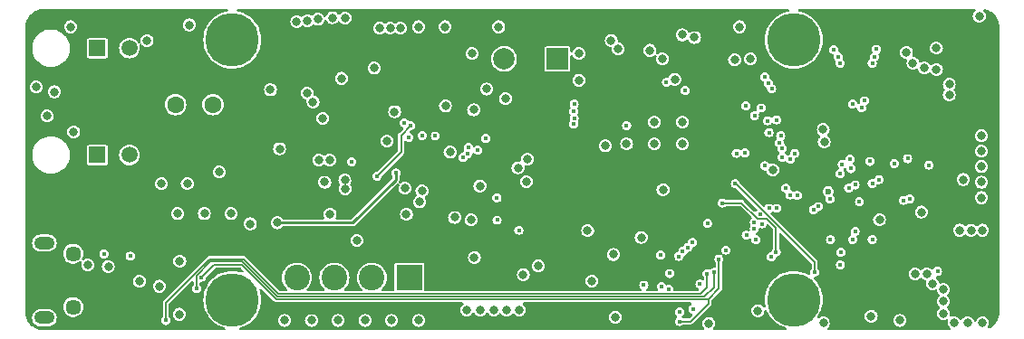
<source format=gbr>
%TF.GenerationSoftware,KiCad,Pcbnew,7.0.7*%
%TF.CreationDate,2023-11-07T13:11:27+11:00*%
%TF.ProjectId,Strelka_Flight_Computer,53747265-6c6b-4615-9f46-6c696768745f,2*%
%TF.SameCoordinates,Original*%
%TF.FileFunction,Copper,L3,Inr*%
%TF.FilePolarity,Positive*%
%FSLAX46Y46*%
G04 Gerber Fmt 4.6, Leading zero omitted, Abs format (unit mm)*
G04 Created by KiCad (PCBNEW 7.0.7) date 2023-11-07 13:11:27*
%MOMM*%
%LPD*%
G01*
G04 APERTURE LIST*
%TA.AperFunction,ComponentPad*%
%ADD10C,5.000000*%
%TD*%
%TA.AperFunction,ComponentPad*%
%ADD11R,1.520000X1.520000*%
%TD*%
%TA.AperFunction,ComponentPad*%
%ADD12C,1.520000*%
%TD*%
%TA.AperFunction,ComponentPad*%
%ADD13R,2.000000X2.000000*%
%TD*%
%TA.AperFunction,ComponentPad*%
%ADD14C,2.000000*%
%TD*%
%TA.AperFunction,ComponentPad*%
%ADD15C,1.600000*%
%TD*%
%TA.AperFunction,ComponentPad*%
%ADD16O,1.900000X1.200000*%
%TD*%
%TA.AperFunction,ComponentPad*%
%ADD17C,1.450000*%
%TD*%
%TA.AperFunction,ComponentPad*%
%ADD18R,2.400000X2.400000*%
%TD*%
%TA.AperFunction,ComponentPad*%
%ADD19C,2.400000*%
%TD*%
%TA.AperFunction,ViaPad*%
%ADD20C,0.450000*%
%TD*%
%TA.AperFunction,ViaPad*%
%ADD21C,0.800000*%
%TD*%
%TA.AperFunction,ViaPad*%
%ADD22C,0.600000*%
%TD*%
%TA.AperFunction,Conductor*%
%ADD23C,0.150000*%
%TD*%
%TA.AperFunction,Conductor*%
%ADD24C,0.250000*%
%TD*%
G04 APERTURE END LIST*
D10*
%TO.N,N/C*%
%TO.C,H1*%
X170059602Y-75565795D03*
%TD*%
D11*
%TO.N,+BATT*%
%TO.C,J7*%
X105000000Y-52000000D03*
D12*
%TO.N,-BATT*%
X108000000Y-52000000D03*
%TD*%
D10*
%TO.N,N/C*%
%TO.C,H3*%
X117609602Y-75565795D03*
%TD*%
D13*
%TO.N,Net-(BZ3--)*%
%TO.C,BZ3*%
X148000000Y-53000000D03*
D14*
%TO.N,GND*%
X143000000Y-53000000D03*
%TD*%
D15*
%TO.N,VDC*%
%TO.C,C41*%
X112300000Y-57300000D03*
%TO.N,GND*%
X115800000Y-57300000D03*
%TD*%
D10*
%TO.N,N/C*%
%TO.C,H2*%
X117609602Y-51210595D03*
%TD*%
%TO.N,N/C*%
%TO.C,H4*%
X170059602Y-51210595D03*
%TD*%
D16*
%TO.N,GND*%
%TO.C,J6*%
X100050000Y-70250000D03*
D17*
X102750000Y-71250000D03*
X102750000Y-76250000D03*
D16*
X100050000Y-77250000D03*
%TD*%
D18*
%TO.N,/Actuators/M-*%
%TO.C,J3*%
X134150000Y-73500000D03*
D19*
%TO.N,/Actuators/M+*%
X130650000Y-73500000D03*
%TO.N,/Actuators/D-*%
X127150000Y-73500000D03*
%TO.N,/Actuators/D+*%
X123650000Y-73500000D03*
%TD*%
D11*
%TO.N,/Power/SW_IN*%
%TO.C,SW1*%
X105000000Y-62000000D03*
D12*
%TO.N,VDC*%
X108000000Y-62000000D03*
%TD*%
D20*
%TO.N,GND*%
X144379500Y-69050000D03*
D21*
X140747700Y-64900000D03*
%TO.N,/Data_Interfaces/CAN_TXD*%
X145200000Y-62400000D03*
%TO.N,/Data_Interfaces/CAN_RXD*%
X144300000Y-63200000D03*
%TO.N,+5V*%
X145075000Y-64500000D03*
D20*
%TO.N,/Data_Interfaces/CANH*%
X142327603Y-66020811D03*
%TO.N,/Data_Interfaces/CANL*%
X142350000Y-68100000D03*
%TO.N,/915MHz_Radio/LoRa_Sig*%
X183500000Y-72900000D03*
D21*
%TO.N,GND*%
X140781582Y-76525000D03*
X135330582Y-65378765D03*
X137950000Y-61749988D03*
X180600000Y-52400000D03*
X113400000Y-64700000D03*
D20*
X161298089Y-74101911D03*
D21*
X181400000Y-73150000D03*
X172916082Y-60790000D03*
X117500000Y-67500000D03*
X135000000Y-77500000D03*
X127500000Y-77500000D03*
X142031582Y-76525000D03*
X154450000Y-60975000D03*
X159675000Y-60975000D03*
X140156582Y-57775000D03*
X185900000Y-64300000D03*
X184050000Y-76850000D03*
X185050000Y-77700000D03*
X182500000Y-73150000D03*
X160800000Y-51000000D03*
X140000000Y-52500000D03*
X102500000Y-50000000D03*
X150000000Y-55000000D03*
X185556582Y-69050000D03*
X184600000Y-56400000D03*
X187600000Y-61650000D03*
X140225000Y-71600000D03*
X187600000Y-60200000D03*
X187400000Y-49000000D03*
D20*
X167975000Y-71550000D03*
D21*
X184600000Y-55400000D03*
X126956582Y-49150000D03*
X130850000Y-53875000D03*
X165000000Y-50000000D03*
X135100000Y-66400000D03*
X142500000Y-50000000D03*
X128150000Y-65175000D03*
X146200000Y-72400000D03*
X128156582Y-49175000D03*
X183400000Y-54000000D03*
X183400000Y-52000000D03*
X187706582Y-69050000D03*
X124600000Y-56200000D03*
X133731582Y-65125000D03*
X150806582Y-69100000D03*
X137500000Y-50000000D03*
X125700000Y-62475000D03*
X124631582Y-49425000D03*
X132356582Y-50125000D03*
X139506582Y-76525000D03*
X108931582Y-73825000D03*
X132500000Y-77500000D03*
X157050000Y-60975000D03*
D20*
X177400000Y-64674999D03*
D21*
X181986177Y-67351547D03*
X150000000Y-52500000D03*
X151200000Y-73800000D03*
X181200000Y-53400000D03*
X182270431Y-53860654D03*
X184050000Y-74600000D03*
X143231582Y-76525000D03*
X172825000Y-77750000D03*
X135000000Y-50000000D03*
X180000000Y-77500000D03*
X187700000Y-77700000D03*
D20*
X176200008Y-66399992D03*
D21*
X123631582Y-49500000D03*
X184050000Y-75700000D03*
X144431582Y-76525000D03*
X122500000Y-77500000D03*
X130000000Y-77500000D03*
X112500000Y-67500000D03*
X115000000Y-67500000D03*
D20*
X166525000Y-69925000D03*
D21*
X166720601Y-76584001D03*
X158951988Y-54908569D03*
X178081582Y-68075000D03*
X187600000Y-66000000D03*
X159675000Y-58925000D03*
X128121509Y-64372030D03*
D20*
X174456582Y-71125000D03*
D21*
X131381582Y-50125000D03*
X186300000Y-77700000D03*
X111000000Y-64700000D03*
X157050000Y-58925000D03*
X157800000Y-53000000D03*
X187600000Y-64550000D03*
D20*
X158500000Y-73100000D03*
D22*
X173275000Y-65425000D03*
D21*
X121177497Y-55901442D03*
X144800000Y-73200000D03*
X183050000Y-74050000D03*
D20*
X170400000Y-65800000D03*
D21*
X133306582Y-50125000D03*
D20*
X174424502Y-72270698D03*
D21*
X168097683Y-63406873D03*
X187600000Y-63100000D03*
X153206582Y-71325000D03*
X186631582Y-69050000D03*
X125000000Y-77500000D03*
X125606582Y-49300000D03*
D20*
%TO.N,VDC*%
X128775000Y-62625000D03*
X134100000Y-60350000D03*
D21*
X110800000Y-74300000D03*
X119300000Y-68450000D03*
%TO.N,+5VA*%
X126250000Y-64550000D03*
X116400000Y-63600000D03*
X122025000Y-61424500D03*
X125154468Y-57032209D03*
%TO.N,-BATT*%
X100981582Y-56090000D03*
%TO.N,+5V*%
X132075000Y-60700000D03*
X127800000Y-54825000D03*
D20*
X141282619Y-60450000D03*
D21*
X138375000Y-67850000D03*
%TO.N,+3.3V*%
X180406582Y-74150000D03*
X125525000Y-51300000D03*
X109875000Y-67750000D03*
D22*
X166120135Y-55025977D03*
D21*
X165211716Y-74455134D03*
X176664798Y-74710202D03*
X186950000Y-57275000D03*
X148000000Y-64150000D03*
X126600000Y-53150000D03*
X152650000Y-52550000D03*
X183825000Y-57175000D03*
X124450000Y-51275000D03*
D20*
X174381582Y-69575000D03*
D21*
X152943733Y-76225000D03*
X185950000Y-65500000D03*
X153200000Y-66800000D03*
X156150000Y-51250000D03*
X165541582Y-63400000D03*
X123375000Y-52200000D03*
X125525000Y-52225000D03*
X126600000Y-51300000D03*
X159550000Y-52050000D03*
X181575000Y-58950000D03*
X158525000Y-71725000D03*
X168750000Y-64200000D03*
X124450000Y-52200000D03*
X170103378Y-58596641D03*
D20*
X177020000Y-67725000D03*
D22*
X165225000Y-53925000D03*
D21*
X151891332Y-53885405D03*
D22*
X181100000Y-64350000D03*
D21*
X148600000Y-66600000D03*
X126600000Y-52225000D03*
X123575000Y-55475000D03*
X123375000Y-51275000D03*
%TO.N,/STM32H743/NRST*%
X157850000Y-65250000D03*
X177300000Y-77100000D03*
%TO.N,VBUS*%
X126062062Y-58563438D03*
X104100000Y-72325000D03*
X126699157Y-62501294D03*
X106025000Y-72450000D03*
%TO.N,+BATT*%
X99281582Y-55640000D03*
%TO.N,Net-(D1-A)*%
X113575000Y-49825000D03*
X109650000Y-51300000D03*
%TO.N,/Sensors/MAX-M10S-00B/V_BKCP*%
X172819605Y-59633961D03*
D20*
X163744681Y-70913984D03*
D21*
%TO.N,+5VD*%
X132775000Y-57950000D03*
X137525000Y-57425000D03*
D20*
%TO.N,/Data_Interfaces/USB_D+*%
X105625000Y-71275000D03*
X108075000Y-71474500D03*
%TO.N,/915MHz_Radio/SPI_MISO*%
X179450000Y-62800000D03*
X168743075Y-60886149D03*
X174400000Y-63750000D03*
%TO.N,/915MHz_Radio/SPI_MOSI*%
X175424878Y-63275000D03*
X168848998Y-60203059D03*
X180325000Y-66250000D03*
X174600000Y-62875000D03*
%TO.N,/915MHz_Radio/SPI_CLK*%
X180925000Y-66100000D03*
X169000000Y-61400000D03*
X178038161Y-64303141D03*
%TO.N,/915MHz_Radio/CS_RF*%
X175550000Y-57225000D03*
%TO.N,/915MHz_Radio/RESET_RF*%
X162000000Y-68400000D03*
%TO.N,/915MHz_Radio/IO0_RF*%
X167367191Y-63023453D03*
%TO.N,/915MHz_Radio/IO1_RF*%
X164600000Y-64700000D03*
X172000000Y-73000000D03*
%TO.N,/915MHz_Radio/IO2_RF*%
X168420964Y-71077803D03*
X163400000Y-66500000D03*
%TO.N,Net-(D11-Pad3)*%
X165631582Y-69520000D03*
%TO.N,/Power/BATT_VOLT*%
X161971640Y-73125960D03*
X111381582Y-77500000D03*
D21*
%TO.N,Net-(Q4-G)*%
X121825000Y-68350000D03*
D20*
X132900000Y-63700000D03*
D21*
%TO.N,Net-(Q5-G)*%
X126750000Y-67550000D03*
D20*
%TO.N,/STM32H743/I2C2_SDA*%
X168450000Y-67000000D03*
X169700000Y-65750000D03*
%TO.N,/STM32H743/I2C2_SCL*%
X167750000Y-67000000D03*
X169337500Y-65112500D03*
D21*
%TO.N,/Data_Logging/SD0*%
X166021582Y-53010000D03*
%TO.N,Net-(Q11-C)*%
X129245221Y-69992301D03*
%TO.N,/Data_Logging/SD1*%
X164541582Y-53090000D03*
%TO.N,/Data_Logging/SD2*%
X156627794Y-52203325D03*
%TO.N,Net-(Q10-G)*%
X133875000Y-67575000D03*
%TO.N,/Data_Logging/SD3*%
X153661084Y-52077029D03*
%TO.N,/Data_Logging/CLK*%
X153009431Y-51269988D03*
D20*
%TO.N,/STM32H743/SWDIO*%
X173825000Y-52150000D03*
X167343075Y-54686149D03*
X159925000Y-55975000D03*
X177800000Y-52100000D03*
D21*
%TO.N,/Data_Logging/CMD*%
X159650000Y-50750000D03*
D20*
%TO.N,/STM32H743/SWCLK*%
X167693760Y-55293770D03*
X177600014Y-52800000D03*
X174200000Y-52800000D03*
X158177367Y-55192457D03*
%TO.N,/STM32H743/SWO*%
X177400000Y-53400000D03*
X174408635Y-53400000D03*
X154450000Y-59250000D03*
X168000000Y-55800000D03*
%TO.N,/Actuators/DROGUE_L*%
X134249218Y-59278524D03*
X149525000Y-57900000D03*
X131150500Y-63975000D03*
%TO.N,/Actuators/DROGUE_CONT*%
X114281582Y-74524502D03*
X162625596Y-73007573D03*
%TO.N,/Actuators/DROGUE_H*%
X133675000Y-58975000D03*
X149550000Y-57250000D03*
D21*
%TO.N,Net-(U2-VM)*%
X102791582Y-59830000D03*
D20*
%TO.N,/Actuators/MAIN_L*%
X136575000Y-60225000D03*
X149525000Y-59125000D03*
%TO.N,/Actuators/MAIN_CONT*%
X114734623Y-73453041D03*
X163075000Y-71750000D03*
X159400000Y-77600000D03*
%TO.N,/Actuators/MAIN_H*%
X149550000Y-58550000D03*
X135350000Y-60175000D03*
D21*
%TO.N,Net-(U5-Rs)*%
X139914772Y-68074500D03*
D20*
%TO.N,/Actuators/EXT_SPI_MISO*%
X160149566Y-70651251D03*
X140541582Y-61575000D03*
%TO.N,/Actuators/EXT_SPI_MOSI*%
X139664516Y-61318959D03*
X160600000Y-70200000D03*
%TO.N,/Actuators/EXT_SPI_SCK*%
X139588578Y-61863189D03*
X159700000Y-71050000D03*
%TO.N,/Actuators/EXT_SPI_CS*%
X139175000Y-62225000D03*
X159317993Y-71499239D03*
D21*
%TO.N,Net-(Q16-G)*%
X143125000Y-56725000D03*
%TO.N,Net-(Q16-D)*%
X141375000Y-55825000D03*
%TO.N,/STM32H743/INDICATOR_LED*%
X153400000Y-77200000D03*
X155819093Y-69724417D03*
%TO.N,/STM32H743/BOOT0*%
X162125000Y-77775000D03*
X152475000Y-61150000D03*
D20*
%TO.N,/STM32H743/USART2_TX*%
X157700000Y-74300000D03*
X159400000Y-76700000D03*
%TO.N,/STM32H743/USART2_RX*%
X160642510Y-76425500D03*
X158400000Y-74600000D03*
%TO.N,/STM32H743/SPI2_NSS1*%
X167750000Y-59900000D03*
X175350000Y-62399500D03*
%TO.N,/STM32H743/SPI2_NSS2*%
X172375215Y-66837118D03*
X165500000Y-61800000D03*
%TO.N,/STM32H743/SPI2_NSS3*%
X164700000Y-61850000D03*
X171901773Y-67116054D03*
%TO.N,/STM32H743/SPI2_NSS4*%
X170150000Y-61850000D03*
X175800000Y-64800000D03*
%TO.N,/STM32H743/EXTI6*%
X177200000Y-62600000D03*
X165600000Y-57400000D03*
%TO.N,/STM32H743/EXTI7*%
X176650000Y-56925000D03*
X182700000Y-62950000D03*
%TO.N,/STM32H743/EXTI13*%
X166400000Y-58335610D03*
X173435565Y-66131486D03*
X167625791Y-58800500D03*
X169000000Y-62200000D03*
%TO.N,/STM32H743/EXTI14*%
X167000000Y-57600000D03*
X175200000Y-65100000D03*
X169750018Y-62400000D03*
X168451000Y-58717457D03*
%TO.N,/STM32H743/SPI4_NSS*%
X173500000Y-69950000D03*
X166384897Y-68900001D03*
%TO.N,/STM32H743/SPI4_SCK*%
X175800567Y-69149500D03*
X166387429Y-68312571D03*
%TO.N,/STM32H743/SPI4_MISO*%
X175550000Y-69900000D03*
X167125000Y-68450000D03*
%TO.N,/STM32H743/SPI4_MOSI*%
X177400000Y-69900000D03*
X166900000Y-67550000D03*
%TO.N,/STM32H743/GPS_RST*%
X156055852Y-74200000D03*
X157625000Y-71375000D03*
D21*
%TO.N,Net-(U2-VDD)*%
X100306582Y-58350000D03*
D20*
%TO.N,/STM32H743/EXTI15*%
X180700000Y-62350000D03*
X176399974Y-57594618D03*
D21*
%TO.N,/Actuators/M+*%
X112700000Y-71950000D03*
%TO.N,/Actuators/D+*%
X112650000Y-76925000D03*
%TD*%
D23*
%TO.N,/915MHz_Radio/IO1_RF*%
X172000000Y-72048959D02*
X164651041Y-64700000D01*
X164651041Y-64700000D02*
X164600000Y-64700000D01*
X172000000Y-73000000D02*
X172000000Y-72048959D01*
%TO.N,/915MHz_Radio/IO2_RF*%
X168420964Y-68823477D02*
X167572487Y-67975000D01*
X166675000Y-67975000D02*
X165200000Y-66500000D01*
X168420964Y-71077803D02*
X168420964Y-68823477D01*
X165200000Y-66500000D02*
X163400000Y-66500000D01*
X167572487Y-67975000D02*
X166675000Y-67975000D01*
%TO.N,/Power/BATT_VOLT*%
X121932108Y-75025000D02*
X161375000Y-75025000D01*
X111381582Y-75851488D02*
X115483071Y-71750000D01*
X118657108Y-71750000D02*
X121932108Y-75025000D01*
X111381582Y-77500000D02*
X111381582Y-75851488D01*
X161971640Y-74428360D02*
X161971640Y-73125960D01*
X115483071Y-71750000D02*
X118657108Y-71750000D01*
X161375000Y-75025000D02*
X161971640Y-74428360D01*
D24*
%TO.N,Net-(Q4-G)*%
X128875000Y-68350000D02*
X132900000Y-64325000D01*
X121825000Y-68350000D02*
X128875000Y-68350000D01*
X132900000Y-64325000D02*
X132900000Y-63700000D01*
D23*
%TO.N,/Actuators/DROGUE_L*%
X131150500Y-63975000D02*
X133375000Y-61750500D01*
X133375000Y-60152742D02*
X134249218Y-59278524D01*
X133375000Y-61750500D02*
X133375000Y-60152742D01*
%TO.N,/Actuators/DROGUE_CONT*%
X161725000Y-75275000D02*
X162625596Y-74374404D01*
X115586625Y-72000000D02*
X118553554Y-72000000D01*
X121828554Y-75275000D02*
X161725000Y-75275000D01*
X114281582Y-73305043D02*
X115586625Y-72000000D01*
X114281582Y-74524502D02*
X114281582Y-73305043D01*
X118553554Y-72000000D02*
X121828554Y-75275000D01*
X162625596Y-74374404D02*
X162625596Y-73007573D01*
%TO.N,/Actuators/MAIN_CONT*%
X162074999Y-75925001D02*
X162074999Y-75525001D01*
X118500000Y-72300000D02*
X121725001Y-75525001D01*
X160400000Y-77600000D02*
X162074999Y-75925001D01*
X115887664Y-72300000D02*
X118500000Y-72300000D01*
X114734623Y-73453041D02*
X115887664Y-72300000D01*
X121725001Y-75525001D02*
X162074999Y-75525001D01*
X162074999Y-75525001D02*
X163075000Y-74525000D01*
X159400000Y-77600000D02*
X160400000Y-77600000D01*
X163075000Y-74525000D02*
X163075000Y-71750000D01*
%TD*%
%TA.AperFunction,Conductor*%
%TO.N,+3.3V*%
G36*
X187012489Y-48331260D02*
G01*
X187058244Y-48384064D01*
X187068188Y-48453222D01*
X187039163Y-48516778D01*
X187020938Y-48533950D01*
X186971719Y-48571717D01*
X186971718Y-48571718D01*
X186934325Y-48620450D01*
X186875463Y-48697160D01*
X186814956Y-48843237D01*
X186814955Y-48843239D01*
X186794318Y-48999998D01*
X186794318Y-49000001D01*
X186814955Y-49156760D01*
X186814956Y-49156762D01*
X186875464Y-49302841D01*
X186971718Y-49428282D01*
X187097159Y-49524536D01*
X187243238Y-49585044D01*
X187300252Y-49592550D01*
X187399999Y-49605682D01*
X187400000Y-49605682D01*
X187400001Y-49605682D01*
X187452253Y-49598802D01*
X187556762Y-49585044D01*
X187702841Y-49524536D01*
X187828282Y-49428282D01*
X187924536Y-49302841D01*
X187985044Y-49156762D01*
X188005682Y-49000000D01*
X188005247Y-48996699D01*
X187988852Y-48872160D01*
X187985044Y-48843238D01*
X187924536Y-48697159D01*
X187828282Y-48571718D01*
X187822226Y-48567071D01*
X187781024Y-48510643D01*
X187776869Y-48440897D01*
X187811082Y-48379977D01*
X187872799Y-48347225D01*
X187922207Y-48347140D01*
X187999586Y-48362732D01*
X188022961Y-48367443D01*
X188030015Y-48369301D01*
X188092928Y-48389914D01*
X188135994Y-48404024D01*
X188157140Y-48411685D01*
X188249723Y-48445229D01*
X188255708Y-48447760D01*
X188313938Y-48476102D01*
X188358065Y-48497580D01*
X188463090Y-48554458D01*
X188468027Y-48557437D01*
X188562276Y-48620450D01*
X188565096Y-48622451D01*
X188658784Y-48692951D01*
X188662636Y-48696100D01*
X188663831Y-48697160D01*
X188747730Y-48771593D01*
X188750794Y-48774504D01*
X188832832Y-48857939D01*
X188835688Y-48861049D01*
X188869482Y-48900464D01*
X188909723Y-48947398D01*
X188912820Y-48951319D01*
X188981725Y-49046183D01*
X188983679Y-49049037D01*
X189045090Y-49144340D01*
X189047984Y-49149326D01*
X189103076Y-49255290D01*
X189151146Y-49358449D01*
X189153590Y-49364509D01*
X189192868Y-49478920D01*
X189225790Y-49585457D01*
X189227532Y-49592550D01*
X189250229Y-49715922D01*
X189262039Y-49787576D01*
X189264555Y-49802839D01*
X189267512Y-49820775D01*
X189268304Y-49828809D01*
X189273295Y-49979097D01*
X189275442Y-50058581D01*
X189275415Y-50062733D01*
X189274071Y-50096344D01*
X189275501Y-50111009D01*
X189275501Y-76728543D01*
X189275338Y-76733037D01*
X189270609Y-76798133D01*
X189256171Y-76978415D01*
X189254907Y-76986852D01*
X189232290Y-77089208D01*
X189198462Y-77227906D01*
X189196199Y-77235204D01*
X189156017Y-77341176D01*
X189103550Y-77465733D01*
X189100600Y-77471794D01*
X189044560Y-77572601D01*
X189042962Y-77575311D01*
X188973585Y-77686435D01*
X188970261Y-77691240D01*
X188899429Y-77783967D01*
X188896871Y-77787099D01*
X188811475Y-77884947D01*
X188808079Y-77888539D01*
X188724325Y-77970328D01*
X188720653Y-77973638D01*
X188620805Y-78056687D01*
X188617613Y-78059170D01*
X188523232Y-78127780D01*
X188518349Y-78130989D01*
X188405632Y-78197695D01*
X188402885Y-78199228D01*
X188351211Y-78226368D01*
X188282707Y-78240114D01*
X188217646Y-78214641D01*
X188176685Y-78158038D01*
X188172828Y-78088275D01*
X188195175Y-78041104D01*
X188224536Y-78002841D01*
X188285044Y-77856762D01*
X188305682Y-77700000D01*
X188299989Y-77656760D01*
X188285882Y-77549607D01*
X188285044Y-77543238D01*
X188224536Y-77397159D01*
X188128282Y-77271718D01*
X188002841Y-77175464D01*
X188000820Y-77174627D01*
X187856762Y-77114956D01*
X187856760Y-77114955D01*
X187700001Y-77094318D01*
X187699999Y-77094318D01*
X187543239Y-77114955D01*
X187543237Y-77114956D01*
X187397160Y-77175463D01*
X187271718Y-77271718D01*
X187175463Y-77397160D01*
X187140589Y-77481355D01*
X187114957Y-77543237D01*
X187114561Y-77544192D01*
X187070720Y-77598595D01*
X187004426Y-77620660D01*
X186936727Y-77603381D01*
X186889116Y-77552244D01*
X186885439Y-77544192D01*
X186885044Y-77543238D01*
X186824536Y-77397159D01*
X186728282Y-77271718D01*
X186602841Y-77175464D01*
X186600820Y-77174627D01*
X186456762Y-77114956D01*
X186456760Y-77114955D01*
X186300001Y-77094318D01*
X186299999Y-77094318D01*
X186143239Y-77114955D01*
X186143237Y-77114956D01*
X185997160Y-77175463D01*
X185871718Y-77271718D01*
X185773376Y-77399880D01*
X185716947Y-77441082D01*
X185647201Y-77445237D01*
X185586281Y-77411024D01*
X185576624Y-77399880D01*
X185557177Y-77374536D01*
X185478282Y-77271718D01*
X185352841Y-77175464D01*
X185350820Y-77174627D01*
X185206762Y-77114956D01*
X185206760Y-77114955D01*
X185050001Y-77094318D01*
X185049999Y-77094318D01*
X184893239Y-77114955D01*
X184893234Y-77114957D01*
X184802505Y-77152538D01*
X184733036Y-77160007D01*
X184670557Y-77128731D01*
X184634905Y-77068642D01*
X184635227Y-77014983D01*
X184633983Y-77014820D01*
X184639165Y-76975463D01*
X184647131Y-76914955D01*
X184655682Y-76850001D01*
X184655682Y-76849998D01*
X184635044Y-76693239D01*
X184635044Y-76693238D01*
X184574536Y-76547159D01*
X184478282Y-76421718D01*
X184478280Y-76421717D01*
X184478280Y-76421716D01*
X184428315Y-76383377D01*
X184415280Y-76373375D01*
X184374078Y-76316948D01*
X184369923Y-76247202D01*
X184404135Y-76186282D01*
X184415281Y-76176624D01*
X184415284Y-76176622D01*
X184478282Y-76128282D01*
X184574536Y-76002841D01*
X184635044Y-75856762D01*
X184655682Y-75700000D01*
X184654428Y-75690478D01*
X184638014Y-75565795D01*
X184635044Y-75543238D01*
X184574536Y-75397159D01*
X184478282Y-75271718D01*
X184447860Y-75248374D01*
X184406658Y-75191949D01*
X184402503Y-75122203D01*
X184436714Y-75061282D01*
X184447851Y-75051631D01*
X184478282Y-75028282D01*
X184574536Y-74902841D01*
X184635044Y-74756762D01*
X184651627Y-74630804D01*
X184655682Y-74600001D01*
X184655682Y-74599998D01*
X184635044Y-74443239D01*
X184635044Y-74443238D01*
X184574536Y-74297159D01*
X184478282Y-74171718D01*
X184352841Y-74075464D01*
X184287109Y-74048237D01*
X184206762Y-74014956D01*
X184206760Y-74014955D01*
X184050001Y-73994318D01*
X184049999Y-73994318D01*
X183893239Y-74014955D01*
X183893234Y-74014957D01*
X183812889Y-74048237D01*
X183743420Y-74055706D01*
X183680941Y-74024430D01*
X183645289Y-73964341D01*
X183642498Y-73949860D01*
X183642092Y-73946778D01*
X183635044Y-73893238D01*
X183574536Y-73747159D01*
X183478282Y-73621718D01*
X183478280Y-73621717D01*
X183478280Y-73621716D01*
X183386219Y-73551076D01*
X183345016Y-73494648D01*
X183340861Y-73424902D01*
X183375073Y-73363982D01*
X183436790Y-73331229D01*
X183461705Y-73328700D01*
X183561639Y-73328700D01*
X183583519Y-73322274D01*
X183679920Y-73293969D01*
X183783625Y-73227321D01*
X183864354Y-73134156D01*
X183915564Y-73022021D01*
X183933108Y-72900000D01*
X183915564Y-72777979D01*
X183864354Y-72665844D01*
X183858463Y-72659046D01*
X183813157Y-72606760D01*
X183783625Y-72572679D01*
X183679920Y-72506031D01*
X183597268Y-72481762D01*
X183561639Y-72471300D01*
X183561638Y-72471300D01*
X183438362Y-72471300D01*
X183438361Y-72471300D01*
X183320079Y-72506031D01*
X183320080Y-72506031D01*
X183216375Y-72572679D01*
X183216374Y-72572679D01*
X183216374Y-72572680D01*
X183216369Y-72572685D01*
X183135650Y-72665838D01*
X183135643Y-72665849D01*
X183127307Y-72684102D01*
X183081551Y-72736905D01*
X183014511Y-72756588D01*
X182947472Y-72736902D01*
X182934744Y-72726645D01*
X182934729Y-72726666D01*
X182928283Y-72721720D01*
X182928282Y-72721718D01*
X182802841Y-72625464D01*
X182787781Y-72619226D01*
X182656762Y-72564956D01*
X182656760Y-72564955D01*
X182500001Y-72544318D01*
X182499999Y-72544318D01*
X182343239Y-72564955D01*
X182343237Y-72564956D01*
X182197160Y-72625463D01*
X182112690Y-72690279D01*
X182071718Y-72721718D01*
X182048374Y-72752140D01*
X181991948Y-72793341D01*
X181922202Y-72797496D01*
X181861281Y-72763283D01*
X181851630Y-72752146D01*
X181828282Y-72721718D01*
X181702841Y-72625464D01*
X181687781Y-72619226D01*
X181556762Y-72564956D01*
X181556760Y-72564955D01*
X181400001Y-72544318D01*
X181399999Y-72544318D01*
X181243239Y-72564955D01*
X181243237Y-72564956D01*
X181097160Y-72625463D01*
X180971718Y-72721718D01*
X180875463Y-72847160D01*
X180814956Y-72993237D01*
X180814955Y-72993239D01*
X180794318Y-73149998D01*
X180794318Y-73150001D01*
X180814955Y-73306760D01*
X180814956Y-73306762D01*
X180873676Y-73448526D01*
X180875464Y-73452841D01*
X180971718Y-73578282D01*
X181097159Y-73674536D01*
X181243238Y-73735044D01*
X181321619Y-73745363D01*
X181399999Y-73755682D01*
X181400000Y-73755682D01*
X181400001Y-73755682D01*
X181464739Y-73747159D01*
X181556762Y-73735044D01*
X181702841Y-73674536D01*
X181828282Y-73578282D01*
X181851625Y-73547860D01*
X181908051Y-73506658D01*
X181977797Y-73502503D01*
X182038718Y-73536714D01*
X182048368Y-73547851D01*
X182071718Y-73578282D01*
X182197159Y-73674536D01*
X182343238Y-73735044D01*
X182361567Y-73737457D01*
X182425461Y-73765720D01*
X182463934Y-73824043D01*
X182465025Y-73885049D01*
X182466017Y-73885180D01*
X182465145Y-73891797D01*
X182465158Y-73892484D01*
X182464956Y-73893236D01*
X182444318Y-74049998D01*
X182444318Y-74050001D01*
X182464955Y-74206760D01*
X182464956Y-74206762D01*
X182522952Y-74346778D01*
X182525464Y-74352841D01*
X182621718Y-74478282D01*
X182747159Y-74574536D01*
X182893238Y-74635044D01*
X182971618Y-74645363D01*
X183049999Y-74655682D01*
X183050000Y-74655682D01*
X183050001Y-74655682D01*
X183104340Y-74648528D01*
X183206762Y-74635044D01*
X183287113Y-74601761D01*
X183356578Y-74594293D01*
X183419057Y-74625567D01*
X183454710Y-74685656D01*
X183457501Y-74700137D01*
X183464956Y-74756762D01*
X183525464Y-74902841D01*
X183621718Y-75028282D01*
X183652140Y-75051625D01*
X183693341Y-75108052D01*
X183697496Y-75177798D01*
X183663283Y-75238719D01*
X183652146Y-75248369D01*
X183621719Y-75271717D01*
X183621718Y-75271718D01*
X183525463Y-75397160D01*
X183464956Y-75543237D01*
X183464955Y-75543239D01*
X183444318Y-75699998D01*
X183444318Y-75700001D01*
X183464955Y-75856760D01*
X183464956Y-75856762D01*
X183515306Y-75978319D01*
X183525464Y-76002841D01*
X183621718Y-76128282D01*
X183684719Y-76176624D01*
X183725922Y-76233050D01*
X183730077Y-76302796D01*
X183695866Y-76363717D01*
X183684720Y-76373374D01*
X183621720Y-76421715D01*
X183525463Y-76547160D01*
X183464956Y-76693237D01*
X183464955Y-76693239D01*
X183444318Y-76849998D01*
X183444318Y-76850001D01*
X183464955Y-77006760D01*
X183464956Y-77006762D01*
X183523768Y-77148748D01*
X183525464Y-77152841D01*
X183621718Y-77278282D01*
X183747159Y-77374536D01*
X183893238Y-77435044D01*
X183970662Y-77445237D01*
X184049999Y-77455682D01*
X184050000Y-77455682D01*
X184050001Y-77455682D01*
X184129338Y-77445237D01*
X184206762Y-77435044D01*
X184297496Y-77397460D01*
X184366962Y-77389992D01*
X184429441Y-77421267D01*
X184465094Y-77481355D01*
X184464776Y-77535016D01*
X184466017Y-77535180D01*
X184464956Y-77543237D01*
X184464956Y-77543238D01*
X184464118Y-77549607D01*
X184444318Y-77699998D01*
X184444318Y-77700001D01*
X184464955Y-77856760D01*
X184464956Y-77856762D01*
X184486891Y-77909719D01*
X184525464Y-78002841D01*
X184621718Y-78128282D01*
X184699180Y-78187720D01*
X184740381Y-78244147D01*
X184744536Y-78313893D01*
X184710324Y-78374813D01*
X184648606Y-78407566D01*
X184623692Y-78410095D01*
X173316469Y-78410095D01*
X173249430Y-78390410D01*
X173203675Y-78337606D01*
X173193731Y-78268448D01*
X173222756Y-78204892D01*
X173240983Y-78187719D01*
X173253282Y-78178282D01*
X173349536Y-78052841D01*
X173410044Y-77906762D01*
X173425798Y-77787099D01*
X173430682Y-77750001D01*
X173430682Y-77749998D01*
X173410044Y-77593239D01*
X173410044Y-77593238D01*
X173349536Y-77447159D01*
X173253282Y-77321718D01*
X173127841Y-77225464D01*
X173090669Y-77210067D01*
X172981762Y-77164956D01*
X172981760Y-77164955D01*
X172825001Y-77144318D01*
X172824999Y-77144318D01*
X172668239Y-77164955D01*
X172668237Y-77164956D01*
X172522157Y-77225464D01*
X172465324Y-77269074D01*
X172400154Y-77294268D01*
X172331710Y-77280229D01*
X172281720Y-77231415D01*
X172266057Y-77163323D01*
X172285583Y-77106705D01*
X172284193Y-77105865D01*
X172287738Y-77100001D01*
X176694318Y-77100001D01*
X176714955Y-77256760D01*
X176714956Y-77256762D01*
X176774237Y-77399880D01*
X176775464Y-77402841D01*
X176871718Y-77528282D01*
X176997159Y-77624536D01*
X177143238Y-77685044D01*
X177190302Y-77691240D01*
X177299999Y-77705682D01*
X177300000Y-77705682D01*
X177300001Y-77705682D01*
X177352253Y-77698802D01*
X177456762Y-77685044D01*
X177602841Y-77624536D01*
X177728282Y-77528282D01*
X177749983Y-77500001D01*
X179394318Y-77500001D01*
X179414955Y-77656760D01*
X179414956Y-77656762D01*
X179453576Y-77750000D01*
X179475464Y-77802841D01*
X179571718Y-77928282D01*
X179697159Y-78024536D01*
X179843238Y-78085044D01*
X179910947Y-78093958D01*
X179999999Y-78105682D01*
X180000000Y-78105682D01*
X180000001Y-78105682D01*
X180077887Y-78095428D01*
X180156762Y-78085044D01*
X180302841Y-78024536D01*
X180428282Y-77928282D01*
X180524536Y-77802841D01*
X180585044Y-77656762D01*
X180599990Y-77543237D01*
X180605682Y-77500001D01*
X180605682Y-77499998D01*
X180585510Y-77346778D01*
X180585044Y-77343238D01*
X180524536Y-77197159D01*
X180428282Y-77071718D01*
X180302841Y-76975464D01*
X180249151Y-76953225D01*
X180156762Y-76914956D01*
X180156760Y-76914955D01*
X180000001Y-76894318D01*
X179999999Y-76894318D01*
X179843239Y-76914955D01*
X179843237Y-76914956D01*
X179697160Y-76975463D01*
X179571718Y-77071718D01*
X179475463Y-77197160D01*
X179414956Y-77343237D01*
X179414955Y-77343239D01*
X179394318Y-77499998D01*
X179394318Y-77500001D01*
X177749983Y-77500001D01*
X177824536Y-77402841D01*
X177885044Y-77256762D01*
X177899847Y-77144318D01*
X177905682Y-77100001D01*
X177905682Y-77099998D01*
X177885044Y-76943239D01*
X177885044Y-76943238D01*
X177824536Y-76797159D01*
X177728282Y-76671718D01*
X177602841Y-76575464D01*
X177585205Y-76568159D01*
X177456762Y-76514956D01*
X177456760Y-76514955D01*
X177300001Y-76494318D01*
X177299999Y-76494318D01*
X177143239Y-76514955D01*
X177143237Y-76514956D01*
X176997160Y-76575463D01*
X176871718Y-76671718D01*
X176775463Y-76797160D01*
X176714956Y-76943237D01*
X176714955Y-76943239D01*
X176694318Y-77099998D01*
X176694318Y-77100001D01*
X172287738Y-77100001D01*
X172455147Y-76823074D01*
X172589229Y-76525156D01*
X172589524Y-76524211D01*
X172639535Y-76363717D01*
X172686423Y-76213248D01*
X172745312Y-75891899D01*
X172765038Y-75565795D01*
X172745312Y-75239691D01*
X172686423Y-74918342D01*
X172633810Y-74749500D01*
X172589235Y-74606452D01*
X172589233Y-74606447D01*
X172589229Y-74606434D01*
X172455147Y-74308516D01*
X172286132Y-74028932D01*
X172286130Y-74028929D01*
X172286128Y-74028926D01*
X172084647Y-73771755D01*
X171950824Y-73637932D01*
X171917339Y-73576609D01*
X171922323Y-73506917D01*
X171964195Y-73450984D01*
X172019108Y-73427778D01*
X172133121Y-73409720D01*
X172133121Y-73409719D01*
X172133126Y-73409719D01*
X172253220Y-73348528D01*
X172348528Y-73253220D01*
X172409719Y-73133126D01*
X172410854Y-73125960D01*
X172430804Y-73000002D01*
X172430804Y-72999997D01*
X172409720Y-72866878D01*
X172409719Y-72866876D01*
X172409719Y-72866874D01*
X172348528Y-72746780D01*
X172348527Y-72746779D01*
X172348526Y-72746777D01*
X172311817Y-72710067D01*
X172278333Y-72648743D01*
X172275500Y-72622388D01*
X172275500Y-72270700D01*
X173993698Y-72270700D01*
X174014781Y-72403819D01*
X174014782Y-72403822D01*
X174014783Y-72403824D01*
X174075974Y-72523918D01*
X174075975Y-72523919D01*
X174075978Y-72523923D01*
X174171276Y-72619221D01*
X174171280Y-72619224D01*
X174171282Y-72619226D01*
X174291376Y-72680417D01*
X174291378Y-72680417D01*
X174291380Y-72680418D01*
X174424500Y-72701502D01*
X174424502Y-72701502D01*
X174424504Y-72701502D01*
X174557623Y-72680418D01*
X174557623Y-72680417D01*
X174557628Y-72680417D01*
X174677722Y-72619226D01*
X174773030Y-72523918D01*
X174834221Y-72403824D01*
X174834827Y-72399998D01*
X174855306Y-72270700D01*
X174855306Y-72270695D01*
X174834222Y-72137576D01*
X174834221Y-72137574D01*
X174834221Y-72137572D01*
X174773030Y-72017478D01*
X174773028Y-72017476D01*
X174773025Y-72017472D01*
X174677727Y-71922174D01*
X174677723Y-71922171D01*
X174677722Y-71922170D01*
X174557628Y-71860979D01*
X174557626Y-71860978D01*
X174557623Y-71860977D01*
X174424504Y-71839894D01*
X174424500Y-71839894D01*
X174291380Y-71860977D01*
X174171280Y-71922171D01*
X174171276Y-71922174D01*
X174075978Y-72017472D01*
X174075975Y-72017476D01*
X174075973Y-72017478D01*
X174075974Y-72017478D01*
X174030482Y-72106762D01*
X174014781Y-72137576D01*
X173993698Y-72270695D01*
X173993698Y-72270700D01*
X172275500Y-72270700D01*
X172275500Y-72088298D01*
X172277883Y-72064105D01*
X172280896Y-72048958D01*
X172280896Y-72048957D01*
X172276689Y-72027808D01*
X172276687Y-72027792D01*
X172259516Y-71941468D01*
X172259514Y-71941462D01*
X172237758Y-71908903D01*
X172230826Y-71898528D01*
X172213994Y-71873337D01*
X172212273Y-71870761D01*
X172212266Y-71870752D01*
X172198624Y-71850335D01*
X172198622Y-71850333D01*
X172198621Y-71850332D01*
X172185775Y-71841749D01*
X172166985Y-71826328D01*
X171465659Y-71125002D01*
X174025778Y-71125002D01*
X174046861Y-71258121D01*
X174046862Y-71258124D01*
X174046863Y-71258126D01*
X174108054Y-71378220D01*
X174108055Y-71378221D01*
X174108058Y-71378225D01*
X174203356Y-71473523D01*
X174203360Y-71473526D01*
X174203362Y-71473528D01*
X174323456Y-71534719D01*
X174323458Y-71534719D01*
X174323460Y-71534720D01*
X174456580Y-71555804D01*
X174456582Y-71555804D01*
X174456584Y-71555804D01*
X174589703Y-71534720D01*
X174589703Y-71534719D01*
X174589708Y-71534719D01*
X174709802Y-71473528D01*
X174805110Y-71378220D01*
X174866301Y-71258126D01*
X174868220Y-71246013D01*
X174887386Y-71125002D01*
X174887386Y-71124997D01*
X174866302Y-70991878D01*
X174866301Y-70991876D01*
X174866301Y-70991874D01*
X174805110Y-70871780D01*
X174805108Y-70871778D01*
X174805105Y-70871774D01*
X174709807Y-70776476D01*
X174709803Y-70776473D01*
X174709802Y-70776473D01*
X174709802Y-70776472D01*
X174589708Y-70715281D01*
X174589706Y-70715280D01*
X174589703Y-70715279D01*
X174456584Y-70694196D01*
X174456580Y-70694196D01*
X174323460Y-70715279D01*
X174203360Y-70776473D01*
X174203356Y-70776476D01*
X174108058Y-70871774D01*
X174108055Y-70871778D01*
X174108053Y-70871780D01*
X174108054Y-70871780D01*
X174069382Y-70947679D01*
X174046861Y-70991878D01*
X174025778Y-71124997D01*
X174025778Y-71125002D01*
X171465659Y-71125002D01*
X170290659Y-69950002D01*
X173069196Y-69950002D01*
X173090279Y-70083121D01*
X173090280Y-70083124D01*
X173090281Y-70083126D01*
X173151472Y-70203220D01*
X173151473Y-70203221D01*
X173151476Y-70203225D01*
X173246774Y-70298523D01*
X173246778Y-70298526D01*
X173246780Y-70298528D01*
X173366874Y-70359719D01*
X173366876Y-70359719D01*
X173366878Y-70359720D01*
X173499998Y-70380804D01*
X173500000Y-70380804D01*
X173500002Y-70380804D01*
X173633121Y-70359720D01*
X173633121Y-70359719D01*
X173633126Y-70359719D01*
X173753220Y-70298528D01*
X173848528Y-70203220D01*
X173909719Y-70083126D01*
X173911680Y-70070745D01*
X173930804Y-69950002D01*
X173930804Y-69949997D01*
X173922886Y-69900002D01*
X175119196Y-69900002D01*
X175140279Y-70033121D01*
X175140280Y-70033124D01*
X175140281Y-70033126D01*
X175201207Y-70152699D01*
X175201473Y-70153221D01*
X175201476Y-70153225D01*
X175296774Y-70248523D01*
X175296778Y-70248526D01*
X175296780Y-70248528D01*
X175416874Y-70309719D01*
X175416876Y-70309719D01*
X175416878Y-70309720D01*
X175549998Y-70330804D01*
X175550000Y-70330804D01*
X175550002Y-70330804D01*
X175683121Y-70309720D01*
X175683121Y-70309719D01*
X175683126Y-70309719D01*
X175803220Y-70248528D01*
X175898528Y-70153220D01*
X175959719Y-70033126D01*
X175959720Y-70033121D01*
X175980804Y-69900002D01*
X176969196Y-69900002D01*
X176990279Y-70033121D01*
X176990280Y-70033124D01*
X176990281Y-70033126D01*
X177051207Y-70152699D01*
X177051473Y-70153221D01*
X177051476Y-70153225D01*
X177146774Y-70248523D01*
X177146778Y-70248526D01*
X177146780Y-70248528D01*
X177266874Y-70309719D01*
X177266876Y-70309719D01*
X177266878Y-70309720D01*
X177399998Y-70330804D01*
X177400000Y-70330804D01*
X177400002Y-70330804D01*
X177533121Y-70309720D01*
X177533121Y-70309719D01*
X177533126Y-70309719D01*
X177653220Y-70248528D01*
X177748528Y-70153220D01*
X177809719Y-70033126D01*
X177809720Y-70033121D01*
X177830804Y-69900002D01*
X177830804Y-69899997D01*
X177809720Y-69766878D01*
X177809719Y-69766876D01*
X177809719Y-69766874D01*
X177748528Y-69646780D01*
X177748526Y-69646778D01*
X177748523Y-69646774D01*
X177653225Y-69551476D01*
X177653221Y-69551473D01*
X177653220Y-69551472D01*
X177533126Y-69490281D01*
X177533124Y-69490280D01*
X177533121Y-69490279D01*
X177400002Y-69469196D01*
X177399998Y-69469196D01*
X177266878Y-69490279D01*
X177266874Y-69490280D01*
X177266874Y-69490281D01*
X177251670Y-69498028D01*
X177146778Y-69551473D01*
X177146774Y-69551476D01*
X177051476Y-69646774D01*
X177051473Y-69646778D01*
X176990279Y-69766878D01*
X176969196Y-69899997D01*
X176969196Y-69900002D01*
X175980804Y-69900002D01*
X175980804Y-69899997D01*
X175959720Y-69766878D01*
X175959719Y-69766876D01*
X175959719Y-69766874D01*
X175926649Y-69701971D01*
X175913754Y-69633306D01*
X175940030Y-69568566D01*
X175980838Y-69535197D01*
X176053787Y-69498028D01*
X176149095Y-69402720D01*
X176210286Y-69282626D01*
X176212797Y-69266774D01*
X176231371Y-69149502D01*
X176231371Y-69149497D01*
X176215612Y-69050001D01*
X184950900Y-69050001D01*
X184971537Y-69206760D01*
X184971538Y-69206762D01*
X185029843Y-69347524D01*
X185032046Y-69352841D01*
X185128300Y-69478282D01*
X185253741Y-69574536D01*
X185399820Y-69635044D01*
X185478201Y-69645363D01*
X185556581Y-69655682D01*
X185556582Y-69655682D01*
X185556583Y-69655682D01*
X185608835Y-69648802D01*
X185713344Y-69635044D01*
X185859423Y-69574536D01*
X185984864Y-69478282D01*
X185995706Y-69464151D01*
X186052134Y-69422949D01*
X186121880Y-69418794D01*
X186182800Y-69453006D01*
X186192455Y-69464148D01*
X186192826Y-69464632D01*
X186199630Y-69473500D01*
X186203300Y-69478282D01*
X186328741Y-69574536D01*
X186474820Y-69635044D01*
X186553201Y-69645363D01*
X186631581Y-69655682D01*
X186631582Y-69655682D01*
X186631583Y-69655682D01*
X186683835Y-69648802D01*
X186788344Y-69635044D01*
X186934423Y-69574536D01*
X187059864Y-69478282D01*
X187070706Y-69464151D01*
X187127134Y-69422949D01*
X187196880Y-69418794D01*
X187257800Y-69453006D01*
X187267455Y-69464148D01*
X187267826Y-69464632D01*
X187274630Y-69473500D01*
X187278300Y-69478282D01*
X187403741Y-69574536D01*
X187549820Y-69635044D01*
X187628200Y-69645363D01*
X187706581Y-69655682D01*
X187706582Y-69655682D01*
X187706583Y-69655682D01*
X187758836Y-69648802D01*
X187863344Y-69635044D01*
X188009423Y-69574536D01*
X188134864Y-69478282D01*
X188231118Y-69352841D01*
X188291626Y-69206762D01*
X188312264Y-69050000D01*
X188310042Y-69033125D01*
X188291626Y-68893239D01*
X188291626Y-68893238D01*
X188231118Y-68747159D01*
X188134864Y-68621718D01*
X188009423Y-68525464D01*
X187984054Y-68514956D01*
X187863344Y-68464956D01*
X187863342Y-68464955D01*
X187706583Y-68444318D01*
X187706581Y-68444318D01*
X187549821Y-68464955D01*
X187549819Y-68464956D01*
X187403742Y-68525463D01*
X187278298Y-68621719D01*
X187267456Y-68635850D01*
X187211027Y-68677051D01*
X187141281Y-68681204D01*
X187080362Y-68646991D01*
X187070708Y-68635850D01*
X187059865Y-68621719D01*
X187040370Y-68606760D01*
X186934423Y-68525464D01*
X186909054Y-68514956D01*
X186788344Y-68464956D01*
X186788342Y-68464955D01*
X186631583Y-68444318D01*
X186631581Y-68444318D01*
X186474821Y-68464955D01*
X186474819Y-68464956D01*
X186328742Y-68525463D01*
X186203298Y-68621719D01*
X186192456Y-68635850D01*
X186136027Y-68677051D01*
X186066281Y-68681204D01*
X186005362Y-68646991D01*
X185995708Y-68635850D01*
X185984865Y-68621719D01*
X185965370Y-68606760D01*
X185859423Y-68525464D01*
X185834054Y-68514956D01*
X185713344Y-68464956D01*
X185713342Y-68464955D01*
X185556583Y-68444318D01*
X185556581Y-68444318D01*
X185399821Y-68464955D01*
X185399819Y-68464956D01*
X185253742Y-68525463D01*
X185128300Y-68621718D01*
X185032045Y-68747160D01*
X184971538Y-68893237D01*
X184971537Y-68893239D01*
X184950900Y-69049998D01*
X184950900Y-69050001D01*
X176215612Y-69050001D01*
X176210287Y-69016378D01*
X176210286Y-69016376D01*
X176210286Y-69016374D01*
X176149095Y-68896280D01*
X176149093Y-68896278D01*
X176149090Y-68896274D01*
X176053792Y-68800976D01*
X176053788Y-68800973D01*
X176053787Y-68800972D01*
X175933693Y-68739781D01*
X175933691Y-68739780D01*
X175933688Y-68739779D01*
X175800569Y-68718696D01*
X175800565Y-68718696D01*
X175667445Y-68739779D01*
X175547345Y-68800973D01*
X175547341Y-68800976D01*
X175452043Y-68896274D01*
X175452040Y-68896278D01*
X175390846Y-69016378D01*
X175369763Y-69149497D01*
X175369763Y-69149502D01*
X175390846Y-69282621D01*
X175390847Y-69282624D01*
X175390848Y-69282626D01*
X175423916Y-69347526D01*
X175436812Y-69416193D01*
X175410536Y-69480934D01*
X175369727Y-69514303D01*
X175296781Y-69551471D01*
X175296774Y-69551476D01*
X175201476Y-69646774D01*
X175201473Y-69646778D01*
X175140279Y-69766878D01*
X175119196Y-69899997D01*
X175119196Y-69900002D01*
X173922886Y-69900002D01*
X173909720Y-69816878D01*
X173909719Y-69816876D01*
X173909719Y-69816874D01*
X173848528Y-69696780D01*
X173848526Y-69696778D01*
X173848523Y-69696774D01*
X173753225Y-69601476D01*
X173753221Y-69601473D01*
X173753220Y-69601472D01*
X173633126Y-69540281D01*
X173633124Y-69540280D01*
X173633121Y-69540279D01*
X173500002Y-69519196D01*
X173499998Y-69519196D01*
X173366878Y-69540279D01*
X173366874Y-69540280D01*
X173366874Y-69540281D01*
X173344903Y-69551476D01*
X173246778Y-69601473D01*
X173246774Y-69601476D01*
X173151476Y-69696774D01*
X173151473Y-69696778D01*
X173090279Y-69816878D01*
X173069196Y-69949997D01*
X173069196Y-69950002D01*
X170290659Y-69950002D01*
X168415658Y-68075001D01*
X177475900Y-68075001D01*
X177496537Y-68231760D01*
X177496538Y-68231762D01*
X177557046Y-68377841D01*
X177653300Y-68503282D01*
X177778741Y-68599536D01*
X177924820Y-68660044D01*
X177982313Y-68667613D01*
X178081581Y-68680682D01*
X178081582Y-68680682D01*
X178081583Y-68680682D01*
X178133836Y-68673802D01*
X178238344Y-68660044D01*
X178384423Y-68599536D01*
X178509864Y-68503282D01*
X178606118Y-68377841D01*
X178666626Y-68231762D01*
X178687264Y-68075000D01*
X178687198Y-68074501D01*
X178666626Y-67918239D01*
X178666626Y-67918238D01*
X178606118Y-67772159D01*
X178509864Y-67646718D01*
X178384423Y-67550464D01*
X178383305Y-67550001D01*
X178238344Y-67489956D01*
X178238342Y-67489955D01*
X178081583Y-67469318D01*
X178081581Y-67469318D01*
X177924821Y-67489955D01*
X177924819Y-67489956D01*
X177778742Y-67550463D01*
X177653300Y-67646718D01*
X177557045Y-67772160D01*
X177496538Y-67918237D01*
X177496537Y-67918239D01*
X177475900Y-68074998D01*
X177475900Y-68075001D01*
X168415658Y-68075001D01*
X167915866Y-67575209D01*
X167882381Y-67513886D01*
X167887365Y-67444194D01*
X167929237Y-67388261D01*
X167947235Y-67377053D01*
X168003220Y-67348528D01*
X168012318Y-67339429D01*
X168073638Y-67305945D01*
X168143330Y-67310927D01*
X168187681Y-67339429D01*
X168196780Y-67348528D01*
X168316874Y-67409719D01*
X168316876Y-67409719D01*
X168316878Y-67409720D01*
X168449998Y-67430804D01*
X168450000Y-67430804D01*
X168450002Y-67430804D01*
X168583121Y-67409720D01*
X168583121Y-67409719D01*
X168583126Y-67409719D01*
X168703220Y-67348528D01*
X168798528Y-67253220D01*
X168859719Y-67133126D01*
X168861526Y-67121718D01*
X168862423Y-67116056D01*
X171470969Y-67116056D01*
X171492052Y-67249175D01*
X171492053Y-67249178D01*
X171492054Y-67249180D01*
X171553244Y-67369272D01*
X171553246Y-67369275D01*
X171553249Y-67369279D01*
X171648547Y-67464577D01*
X171648551Y-67464580D01*
X171648553Y-67464582D01*
X171768647Y-67525773D01*
X171768649Y-67525773D01*
X171768651Y-67525774D01*
X171901771Y-67546858D01*
X171901773Y-67546858D01*
X171901775Y-67546858D01*
X172034894Y-67525774D01*
X172034894Y-67525773D01*
X172034899Y-67525773D01*
X172154993Y-67464582D01*
X172250301Y-67369274D01*
X172259332Y-67351548D01*
X181380495Y-67351548D01*
X181401132Y-67508307D01*
X181401133Y-67508309D01*
X181428756Y-67574998D01*
X181461641Y-67654388D01*
X181557895Y-67779829D01*
X181683336Y-67876083D01*
X181829415Y-67936591D01*
X181907796Y-67946910D01*
X181986176Y-67957229D01*
X181986177Y-67957229D01*
X181986178Y-67957229D01*
X182038430Y-67950349D01*
X182142939Y-67936591D01*
X182289018Y-67876083D01*
X182414459Y-67779829D01*
X182510713Y-67654388D01*
X182571221Y-67508309D01*
X182589525Y-67369274D01*
X182591859Y-67351548D01*
X182591859Y-67351545D01*
X182571534Y-67197160D01*
X182571221Y-67194785D01*
X182510713Y-67048706D01*
X182414459Y-66923265D01*
X182289018Y-66827011D01*
X182252341Y-66811819D01*
X182142939Y-66766503D01*
X182142937Y-66766502D01*
X181986178Y-66745865D01*
X181986176Y-66745865D01*
X181829416Y-66766502D01*
X181829414Y-66766503D01*
X181683337Y-66827010D01*
X181557895Y-66923265D01*
X181461640Y-67048707D01*
X181401133Y-67194784D01*
X181401132Y-67194786D01*
X181380495Y-67351545D01*
X181380495Y-67351548D01*
X172259332Y-67351548D01*
X172267444Y-67335627D01*
X172315418Y-67284832D01*
X172365851Y-67271189D01*
X172365576Y-67269449D01*
X172508336Y-67246838D01*
X172508336Y-67246837D01*
X172508341Y-67246837D01*
X172628435Y-67185646D01*
X172723743Y-67090338D01*
X172784934Y-66970244D01*
X172791181Y-66930804D01*
X172806019Y-66837120D01*
X172806019Y-66837115D01*
X172784935Y-66703996D01*
X172784934Y-66703994D01*
X172784934Y-66703992D01*
X172723743Y-66583898D01*
X172723740Y-66583895D01*
X172723738Y-66583892D01*
X172628440Y-66488594D01*
X172628436Y-66488591D01*
X172628435Y-66488591D01*
X172628435Y-66488590D01*
X172508341Y-66427399D01*
X172508339Y-66427398D01*
X172508336Y-66427397D01*
X172375217Y-66406314D01*
X172375213Y-66406314D01*
X172242093Y-66427397D01*
X172121993Y-66488591D01*
X172121989Y-66488594D01*
X172026688Y-66583895D01*
X172009543Y-66617545D01*
X171961568Y-66668341D01*
X171911136Y-66681982D01*
X171911412Y-66683723D01*
X171768651Y-66706333D01*
X171648551Y-66767527D01*
X171648547Y-66767530D01*
X171553249Y-66862828D01*
X171553246Y-66862832D01*
X171492052Y-66982932D01*
X171470969Y-67116051D01*
X171470969Y-67116056D01*
X168862423Y-67116056D01*
X168880804Y-67000002D01*
X168880804Y-66999997D01*
X168859720Y-66866878D01*
X168859719Y-66866876D01*
X168859719Y-66866874D01*
X168798528Y-66746780D01*
X168798526Y-66746778D01*
X168798523Y-66746774D01*
X168703225Y-66651476D01*
X168703221Y-66651473D01*
X168703220Y-66651472D01*
X168583126Y-66590281D01*
X168583124Y-66590280D01*
X168583121Y-66590279D01*
X168450002Y-66569196D01*
X168449998Y-66569196D01*
X168316878Y-66590279D01*
X168196778Y-66651473D01*
X168196774Y-66651476D01*
X168187681Y-66660570D01*
X168126358Y-66694055D01*
X168056666Y-66689071D01*
X168012319Y-66660570D01*
X168003225Y-66651476D01*
X168003221Y-66651473D01*
X168003220Y-66651472D01*
X167883126Y-66590281D01*
X167883124Y-66590280D01*
X167883121Y-66590279D01*
X167750002Y-66569196D01*
X167749998Y-66569196D01*
X167616878Y-66590279D01*
X167496778Y-66651473D01*
X167496774Y-66651476D01*
X167401476Y-66746774D01*
X167401472Y-66746779D01*
X167372954Y-66802748D01*
X167324978Y-66853543D01*
X167257157Y-66870337D01*
X167191023Y-66847798D01*
X167174789Y-66834132D01*
X165453159Y-65112502D01*
X168906696Y-65112502D01*
X168927779Y-65245621D01*
X168927780Y-65245624D01*
X168927781Y-65245626D01*
X168988972Y-65365720D01*
X168988973Y-65365721D01*
X168988976Y-65365725D01*
X169084274Y-65461023D01*
X169084278Y-65461026D01*
X169084280Y-65461028D01*
X169204374Y-65522219D01*
X169204376Y-65522219D01*
X169213070Y-65526649D01*
X169211851Y-65529040D01*
X169257287Y-65560109D01*
X169284485Y-65624467D01*
X169283767Y-65657999D01*
X169269196Y-65750002D01*
X169290279Y-65883121D01*
X169290280Y-65883124D01*
X169290281Y-65883126D01*
X169349832Y-66000001D01*
X169351473Y-66003221D01*
X169351476Y-66003225D01*
X169446774Y-66098523D01*
X169446778Y-66098526D01*
X169446780Y-66098528D01*
X169566874Y-66159719D01*
X169566876Y-66159719D01*
X169566878Y-66159720D01*
X169699998Y-66180804D01*
X169700000Y-66180804D01*
X169700002Y-66180804D01*
X169833121Y-66159720D01*
X169833121Y-66159719D01*
X169833126Y-66159719D01*
X169953220Y-66098528D01*
X169953221Y-66098526D01*
X169961915Y-66094097D01*
X169962890Y-66096012D01*
X170016498Y-66076887D01*
X170084551Y-66092714D01*
X170111255Y-66113004D01*
X170146774Y-66148523D01*
X170146778Y-66148526D01*
X170146780Y-66148528D01*
X170266874Y-66209719D01*
X170266876Y-66209719D01*
X170266878Y-66209720D01*
X170399998Y-66230804D01*
X170400000Y-66230804D01*
X170400002Y-66230804D01*
X170533121Y-66209720D01*
X170533121Y-66209719D01*
X170533126Y-66209719D01*
X170653220Y-66148528D01*
X170748528Y-66053220D01*
X170809719Y-65933126D01*
X170809720Y-65933121D01*
X170830804Y-65800002D01*
X170830804Y-65799997D01*
X170809720Y-65666878D01*
X170809719Y-65666876D01*
X170809719Y-65666874D01*
X170748528Y-65546780D01*
X170748526Y-65546778D01*
X170748523Y-65546774D01*
X170653225Y-65451476D01*
X170653221Y-65451473D01*
X170653220Y-65451472D01*
X170601266Y-65425000D01*
X172769353Y-65425000D01*
X172771078Y-65436995D01*
X172789834Y-65567456D01*
X172849069Y-65697160D01*
X172849623Y-65698373D01*
X172943872Y-65807143D01*
X172943874Y-65807144D01*
X172943873Y-65807144D01*
X172984644Y-65833346D01*
X173030399Y-65886150D01*
X173040342Y-65955308D01*
X173028091Y-65993951D01*
X173025847Y-65998355D01*
X173025845Y-65998361D01*
X173004761Y-66131483D01*
X173004761Y-66131488D01*
X173025844Y-66264607D01*
X173025845Y-66264610D01*
X173025846Y-66264612D01*
X173086232Y-66383126D01*
X173087038Y-66384707D01*
X173087041Y-66384711D01*
X173182339Y-66480009D01*
X173182343Y-66480012D01*
X173182345Y-66480014D01*
X173302439Y-66541205D01*
X173302441Y-66541205D01*
X173302443Y-66541206D01*
X173435563Y-66562290D01*
X173435565Y-66562290D01*
X173435567Y-66562290D01*
X173568686Y-66541206D01*
X173568686Y-66541205D01*
X173568691Y-66541205D01*
X173688785Y-66480014D01*
X173768805Y-66399994D01*
X175769204Y-66399994D01*
X175790287Y-66533113D01*
X175790288Y-66533116D01*
X175790289Y-66533118D01*
X175851480Y-66653212D01*
X175851481Y-66653213D01*
X175851484Y-66653217D01*
X175946782Y-66748515D01*
X175946786Y-66748518D01*
X175946788Y-66748520D01*
X176066882Y-66809711D01*
X176066884Y-66809711D01*
X176066886Y-66809712D01*
X176200006Y-66830796D01*
X176200008Y-66830796D01*
X176200010Y-66830796D01*
X176333129Y-66809712D01*
X176333129Y-66809711D01*
X176333134Y-66809711D01*
X176453228Y-66748520D01*
X176548536Y-66653212D01*
X176609727Y-66533118D01*
X176613433Y-66509719D01*
X176630812Y-66399994D01*
X176630812Y-66399989D01*
X176609728Y-66266870D01*
X176609727Y-66266868D01*
X176609727Y-66266866D01*
X176601134Y-66250002D01*
X179894196Y-66250002D01*
X179915279Y-66383121D01*
X179915280Y-66383124D01*
X179915281Y-66383126D01*
X179976249Y-66502782D01*
X179976473Y-66503221D01*
X179976476Y-66503225D01*
X180071774Y-66598523D01*
X180071778Y-66598526D01*
X180071780Y-66598528D01*
X180191874Y-66659719D01*
X180191876Y-66659719D01*
X180191878Y-66659720D01*
X180324998Y-66680804D01*
X180325000Y-66680804D01*
X180325002Y-66680804D01*
X180458121Y-66659720D01*
X180458121Y-66659719D01*
X180458126Y-66659719D01*
X180578220Y-66598528D01*
X180645466Y-66531281D01*
X180706787Y-66497798D01*
X180776479Y-66502782D01*
X180789436Y-66508477D01*
X180791874Y-66509719D01*
X180791876Y-66509720D01*
X180924998Y-66530804D01*
X180925000Y-66530804D01*
X180925002Y-66530804D01*
X181058121Y-66509720D01*
X181058121Y-66509719D01*
X181058126Y-66509719D01*
X181178220Y-66448528D01*
X181273528Y-66353220D01*
X181334719Y-66233126D01*
X181336085Y-66224500D01*
X181355804Y-66100002D01*
X181355804Y-66099997D01*
X181339966Y-66000001D01*
X186994318Y-66000001D01*
X187014955Y-66156760D01*
X187014956Y-66156762D01*
X187074855Y-66301372D01*
X187075464Y-66302841D01*
X187171718Y-66428282D01*
X187297159Y-66524536D01*
X187443238Y-66585044D01*
X187521619Y-66595363D01*
X187599999Y-66605682D01*
X187600000Y-66605682D01*
X187600001Y-66605682D01*
X187654340Y-66598528D01*
X187756762Y-66585044D01*
X187902841Y-66524536D01*
X188028282Y-66428282D01*
X188124536Y-66302841D01*
X188185044Y-66156762D01*
X188204018Y-66012642D01*
X188205682Y-66000001D01*
X188205682Y-65999998D01*
X188185510Y-65846778D01*
X188185044Y-65843238D01*
X188124536Y-65697159D01*
X188028282Y-65571718D01*
X187902841Y-65475464D01*
X187867989Y-65461028D01*
X187756762Y-65414956D01*
X187756760Y-65414955D01*
X187627505Y-65397939D01*
X187600179Y-65385851D01*
X187575415Y-65397519D01*
X187572494Y-65397939D01*
X187443239Y-65414955D01*
X187443237Y-65414956D01*
X187297160Y-65475463D01*
X187171718Y-65571718D01*
X187075463Y-65697160D01*
X187014956Y-65843237D01*
X187014955Y-65843239D01*
X186994318Y-65999998D01*
X186994318Y-66000001D01*
X181339966Y-66000001D01*
X181334720Y-65966878D01*
X181334719Y-65966876D01*
X181334719Y-65966874D01*
X181273528Y-65846780D01*
X181273526Y-65846778D01*
X181273523Y-65846774D01*
X181178225Y-65751476D01*
X181178221Y-65751473D01*
X181178220Y-65751472D01*
X181058126Y-65690281D01*
X181058124Y-65690280D01*
X181058121Y-65690279D01*
X180925002Y-65669196D01*
X180924998Y-65669196D01*
X180791878Y-65690279D01*
X180791874Y-65690280D01*
X180791874Y-65690281D01*
X180775993Y-65698373D01*
X180671778Y-65751473D01*
X180671774Y-65751476D01*
X180604534Y-65818717D01*
X180543211Y-65852202D01*
X180473519Y-65847218D01*
X180460569Y-65841526D01*
X180458126Y-65840281D01*
X180458124Y-65840280D01*
X180458121Y-65840279D01*
X180325002Y-65819196D01*
X180324998Y-65819196D01*
X180191878Y-65840279D01*
X180071778Y-65901473D01*
X180071774Y-65901476D01*
X179976476Y-65996774D01*
X179976473Y-65996778D01*
X179915279Y-66116878D01*
X179894196Y-66249997D01*
X179894196Y-66250002D01*
X176601134Y-66250002D01*
X176548536Y-66146772D01*
X176548534Y-66146770D01*
X176548531Y-66146766D01*
X176453233Y-66051468D01*
X176453229Y-66051465D01*
X176453228Y-66051464D01*
X176333134Y-65990273D01*
X176333132Y-65990272D01*
X176333129Y-65990271D01*
X176200010Y-65969188D01*
X176200006Y-65969188D01*
X176066886Y-65990271D01*
X175946786Y-66051465D01*
X175946782Y-66051468D01*
X175851484Y-66146766D01*
X175851481Y-66146770D01*
X175851479Y-66146772D01*
X175851480Y-66146772D01*
X175791438Y-66264612D01*
X175790287Y-66266870D01*
X175769204Y-66399989D01*
X175769204Y-66399994D01*
X173768805Y-66399994D01*
X173784093Y-66384706D01*
X173845284Y-66264612D01*
X173847598Y-66250002D01*
X173866369Y-66131488D01*
X173866369Y-66131483D01*
X173845285Y-65998364D01*
X173845284Y-65998362D01*
X173845284Y-65998360D01*
X173784093Y-65878266D01*
X173784091Y-65878264D01*
X173784088Y-65878260D01*
X173731103Y-65825275D01*
X173697618Y-65763952D01*
X173702602Y-65694260D01*
X173705990Y-65686082D01*
X173734129Y-65624467D01*
X173760165Y-65567457D01*
X173780647Y-65425000D01*
X173760165Y-65282543D01*
X173700377Y-65151627D01*
X173655644Y-65100002D01*
X174769196Y-65100002D01*
X174790279Y-65233121D01*
X174790280Y-65233124D01*
X174790281Y-65233126D01*
X174851472Y-65353220D01*
X174851473Y-65353221D01*
X174851476Y-65353225D01*
X174946774Y-65448523D01*
X174946778Y-65448526D01*
X174946780Y-65448528D01*
X175066874Y-65509719D01*
X175066876Y-65509719D01*
X175066878Y-65509720D01*
X175199998Y-65530804D01*
X175200000Y-65530804D01*
X175200002Y-65530804D01*
X175333121Y-65509720D01*
X175333121Y-65509719D01*
X175333126Y-65509719D01*
X175453220Y-65448528D01*
X175548528Y-65353220D01*
X175584123Y-65283360D01*
X175632095Y-65232567D01*
X175699916Y-65215771D01*
X175714004Y-65217184D01*
X175799998Y-65230804D01*
X175800000Y-65230804D01*
X175800002Y-65230804D01*
X175933121Y-65209720D01*
X175933121Y-65209719D01*
X175933126Y-65209719D01*
X176053220Y-65148528D01*
X176148528Y-65053220D01*
X176209719Y-64933126D01*
X176210486Y-64928282D01*
X176230804Y-64800002D01*
X176230804Y-64799997D01*
X176211007Y-64675001D01*
X176969196Y-64675001D01*
X176990279Y-64808120D01*
X176990280Y-64808123D01*
X176990281Y-64808125D01*
X177051472Y-64928219D01*
X177051473Y-64928220D01*
X177051476Y-64928224D01*
X177146774Y-65023522D01*
X177146778Y-65023525D01*
X177146780Y-65023527D01*
X177266874Y-65084718D01*
X177266876Y-65084718D01*
X177266878Y-65084719D01*
X177399998Y-65105803D01*
X177400000Y-65105803D01*
X177400002Y-65105803D01*
X177533121Y-65084719D01*
X177533121Y-65084718D01*
X177533126Y-65084718D01*
X177653220Y-65023527D01*
X177748528Y-64928219D01*
X177809719Y-64808125D01*
X177809720Y-64808116D01*
X177811093Y-64803892D01*
X177850529Y-64746215D01*
X177914886Y-64719014D01*
X177948423Y-64719731D01*
X177972190Y-64723496D01*
X178038159Y-64733945D01*
X178038161Y-64733945D01*
X178038163Y-64733945D01*
X178171282Y-64712861D01*
X178171282Y-64712860D01*
X178171287Y-64712860D01*
X178291381Y-64651669D01*
X178386689Y-64556361D01*
X178447880Y-64436267D01*
X178454748Y-64392907D01*
X178468965Y-64303143D01*
X178468965Y-64303138D01*
X178468468Y-64300001D01*
X185294318Y-64300001D01*
X185314955Y-64456760D01*
X185314956Y-64456762D01*
X185360567Y-64566878D01*
X185375464Y-64602841D01*
X185471718Y-64728282D01*
X185597159Y-64824536D01*
X185743238Y-64885044D01*
X185821619Y-64895363D01*
X185899999Y-64905682D01*
X185900000Y-64905682D01*
X185900001Y-64905682D01*
X185952253Y-64898802D01*
X186056762Y-64885044D01*
X186202841Y-64824536D01*
X186328282Y-64728282D01*
X186424536Y-64602841D01*
X186446423Y-64550001D01*
X186994318Y-64550001D01*
X187014955Y-64706760D01*
X187014956Y-64706762D01*
X187072952Y-64846778D01*
X187075464Y-64852841D01*
X187171718Y-64978282D01*
X187297159Y-65074536D01*
X187443238Y-65135044D01*
X187492398Y-65141516D01*
X187572494Y-65152061D01*
X187599818Y-65164148D01*
X187624584Y-65152481D01*
X187627505Y-65152061D01*
X187658441Y-65147988D01*
X187756762Y-65135044D01*
X187902841Y-65074536D01*
X188028282Y-64978282D01*
X188124536Y-64852841D01*
X188185044Y-64706762D01*
X188204844Y-64556366D01*
X188205682Y-64550001D01*
X188205682Y-64549998D01*
X188185044Y-64393239D01*
X188185044Y-64393238D01*
X188124536Y-64247159D01*
X188028282Y-64121718D01*
X187902841Y-64025464D01*
X187902213Y-64025204D01*
X187756762Y-63964956D01*
X187756760Y-63964955D01*
X187627505Y-63947939D01*
X187600179Y-63935851D01*
X187575415Y-63947519D01*
X187572494Y-63947939D01*
X187443239Y-63964955D01*
X187443237Y-63964956D01*
X187297160Y-64025463D01*
X187171718Y-64121718D01*
X187075463Y-64247160D01*
X187014956Y-64393237D01*
X187014955Y-64393239D01*
X186994318Y-64549998D01*
X186994318Y-64550001D01*
X186446423Y-64550001D01*
X186485044Y-64456762D01*
X186502197Y-64326471D01*
X186505682Y-64300001D01*
X186505682Y-64299998D01*
X186485044Y-64143239D01*
X186485044Y-64143238D01*
X186424536Y-63997159D01*
X186328282Y-63871718D01*
X186202841Y-63775464D01*
X186157690Y-63756762D01*
X186056762Y-63714956D01*
X186056760Y-63714955D01*
X185900001Y-63694318D01*
X185899999Y-63694318D01*
X185743239Y-63714955D01*
X185743237Y-63714956D01*
X185597160Y-63775463D01*
X185471718Y-63871718D01*
X185375463Y-63997160D01*
X185314956Y-64143237D01*
X185314955Y-64143239D01*
X185294318Y-64299998D01*
X185294318Y-64300001D01*
X178468468Y-64300001D01*
X178447881Y-64170019D01*
X178447880Y-64170017D01*
X178447880Y-64170015D01*
X178386689Y-64049921D01*
X178386687Y-64049919D01*
X178386684Y-64049915D01*
X178291386Y-63954617D01*
X178291382Y-63954614D01*
X178291381Y-63954613D01*
X178171287Y-63893422D01*
X178171285Y-63893421D01*
X178171282Y-63893420D01*
X178038163Y-63872337D01*
X178038159Y-63872337D01*
X177905039Y-63893420D01*
X177784939Y-63954614D01*
X177784935Y-63954617D01*
X177689637Y-64049915D01*
X177689635Y-64049919D01*
X177689633Y-64049921D01*
X177679815Y-64069190D01*
X177628437Y-64170023D01*
X177627060Y-64174263D01*
X177587617Y-64231935D01*
X177523256Y-64259127D01*
X177489735Y-64258407D01*
X177400002Y-64244195D01*
X177399998Y-64244195D01*
X177266878Y-64265278D01*
X177146778Y-64326472D01*
X177146774Y-64326475D01*
X177051476Y-64421773D01*
X177051473Y-64421777D01*
X176990279Y-64541877D01*
X176969196Y-64674996D01*
X176969196Y-64675001D01*
X176211007Y-64675001D01*
X176209720Y-64666878D01*
X176209719Y-64666876D01*
X176209719Y-64666874D01*
X176148528Y-64546780D01*
X176148526Y-64546778D01*
X176148523Y-64546774D01*
X176053225Y-64451476D01*
X176053221Y-64451473D01*
X176053220Y-64451472D01*
X175933126Y-64390281D01*
X175933124Y-64390280D01*
X175933121Y-64390279D01*
X175800002Y-64369196D01*
X175799998Y-64369196D01*
X175666878Y-64390279D01*
X175546778Y-64451473D01*
X175546774Y-64451476D01*
X175451476Y-64546774D01*
X175451471Y-64546781D01*
X175415877Y-64616638D01*
X175367903Y-64667433D01*
X175300082Y-64684228D01*
X175285996Y-64682816D01*
X175248224Y-64676834D01*
X175200000Y-64669196D01*
X175199998Y-64669196D01*
X175199997Y-64669196D01*
X175066878Y-64690279D01*
X175066874Y-64690280D01*
X175066874Y-64690281D01*
X174997824Y-64725464D01*
X174946778Y-64751473D01*
X174946774Y-64751476D01*
X174851476Y-64846774D01*
X174851473Y-64846778D01*
X174851471Y-64846780D01*
X174851472Y-64846780D01*
X174807477Y-64933126D01*
X174790279Y-64966878D01*
X174769196Y-65099997D01*
X174769196Y-65100002D01*
X173655644Y-65100002D01*
X173606128Y-65042857D01*
X173485053Y-64965047D01*
X173485051Y-64965046D01*
X173485049Y-64965045D01*
X173485050Y-64965045D01*
X173346963Y-64924500D01*
X173346961Y-64924500D01*
X173203039Y-64924500D01*
X173203036Y-64924500D01*
X173064949Y-64965045D01*
X172943873Y-65042856D01*
X172943872Y-65042856D01*
X172943872Y-65042857D01*
X172934892Y-65053221D01*
X172849623Y-65151626D01*
X172849622Y-65151628D01*
X172789834Y-65282543D01*
X172772735Y-65401475D01*
X172769353Y-65425000D01*
X170601266Y-65425000D01*
X170533126Y-65390281D01*
X170533124Y-65390280D01*
X170533121Y-65390279D01*
X170400002Y-65369196D01*
X170399998Y-65369196D01*
X170266878Y-65390279D01*
X170266874Y-65390280D01*
X170266874Y-65390281D01*
X170146780Y-65451472D01*
X170146778Y-65451473D01*
X170138085Y-65455903D01*
X170137109Y-65453988D01*
X170083490Y-65473114D01*
X170015438Y-65457281D01*
X169988743Y-65436995D01*
X169953224Y-65401475D01*
X169953222Y-65401474D01*
X169953220Y-65401472D01*
X169833126Y-65340281D01*
X169833124Y-65340280D01*
X169824431Y-65335851D01*
X169825648Y-65333460D01*
X169780207Y-65302384D01*
X169753013Y-65238023D01*
X169753733Y-65204499D01*
X169768304Y-65112502D01*
X169768304Y-65112497D01*
X169747220Y-64979378D01*
X169747219Y-64979376D01*
X169747219Y-64979374D01*
X169686028Y-64859280D01*
X169686026Y-64859278D01*
X169686023Y-64859274D01*
X169590725Y-64763976D01*
X169590721Y-64763973D01*
X169590721Y-64763972D01*
X169590720Y-64763972D01*
X169470626Y-64702781D01*
X169470624Y-64702780D01*
X169470621Y-64702779D01*
X169337502Y-64681696D01*
X169337498Y-64681696D01*
X169204378Y-64702779D01*
X169204374Y-64702780D01*
X169204374Y-64702781D01*
X169154326Y-64728282D01*
X169084278Y-64763973D01*
X169084274Y-64763976D01*
X168988976Y-64859274D01*
X168988973Y-64859278D01*
X168927779Y-64979378D01*
X168906696Y-65112497D01*
X168906696Y-65112502D01*
X165453159Y-65112502D01*
X165057438Y-64716781D01*
X165023953Y-64655458D01*
X165022652Y-64648535D01*
X165009719Y-64566874D01*
X164948528Y-64446780D01*
X164948526Y-64446778D01*
X164948523Y-64446774D01*
X164853225Y-64351476D01*
X164853221Y-64351473D01*
X164853220Y-64351472D01*
X164733126Y-64290281D01*
X164733124Y-64290280D01*
X164733121Y-64290279D01*
X164600002Y-64269196D01*
X164599998Y-64269196D01*
X164466878Y-64290279D01*
X164466874Y-64290280D01*
X164466874Y-64290281D01*
X164418449Y-64314955D01*
X164346778Y-64351473D01*
X164346774Y-64351476D01*
X164251476Y-64446774D01*
X164251473Y-64446778D01*
X164190279Y-64566878D01*
X164169196Y-64699997D01*
X164169196Y-64700002D01*
X164190279Y-64833121D01*
X164190280Y-64833124D01*
X164190281Y-64833126D01*
X164251472Y-64953220D01*
X164251473Y-64953221D01*
X164251476Y-64953225D01*
X164346774Y-65048523D01*
X164346778Y-65048526D01*
X164346780Y-65048528D01*
X164466874Y-65109719D01*
X164466876Y-65109719D01*
X164466878Y-65109720D01*
X164520377Y-65118193D01*
X164600000Y-65130804D01*
X164617214Y-65128077D01*
X164686505Y-65137030D01*
X164724294Y-65162869D01*
X166617157Y-67055732D01*
X166650642Y-67117055D01*
X166645658Y-67186747D01*
X166617157Y-67231095D01*
X166556614Y-67291637D01*
X166495290Y-67325121D01*
X166425598Y-67320136D01*
X166381252Y-67291636D01*
X165422627Y-66333011D01*
X165407205Y-66314219D01*
X165399601Y-66302839D01*
X165398624Y-66301376D01*
X165398619Y-66301372D01*
X165375624Y-66286007D01*
X165343603Y-66264612D01*
X165307495Y-66240484D01*
X165307493Y-66240483D01*
X165222849Y-66223647D01*
X165222816Y-66223641D01*
X165208854Y-66220864D01*
X165200001Y-66219103D01*
X165200000Y-66219103D01*
X165184846Y-66222117D01*
X165160656Y-66224500D01*
X163777610Y-66224500D01*
X163710571Y-66204815D01*
X163689928Y-66188180D01*
X163653224Y-66151475D01*
X163653221Y-66151473D01*
X163653220Y-66151472D01*
X163533126Y-66090281D01*
X163533124Y-66090280D01*
X163533121Y-66090279D01*
X163400002Y-66069196D01*
X163399998Y-66069196D01*
X163266878Y-66090279D01*
X163266874Y-66090280D01*
X163266874Y-66090281D01*
X163186811Y-66131075D01*
X163146778Y-66151473D01*
X163146774Y-66151476D01*
X163051476Y-66246774D01*
X163051473Y-66246778D01*
X162990279Y-66366878D01*
X162969196Y-66499997D01*
X162969196Y-66500002D01*
X162990279Y-66633121D01*
X162990280Y-66633124D01*
X162990281Y-66633126D01*
X163051472Y-66753220D01*
X163051473Y-66753221D01*
X163051476Y-66753225D01*
X163146774Y-66848523D01*
X163146778Y-66848526D01*
X163146780Y-66848528D01*
X163266874Y-66909719D01*
X163266876Y-66909719D01*
X163266878Y-66909720D01*
X163399998Y-66930804D01*
X163400000Y-66930804D01*
X163400002Y-66930804D01*
X163533121Y-66909720D01*
X163533121Y-66909719D01*
X163533126Y-66909719D01*
X163653220Y-66848528D01*
X163689927Y-66811820D01*
X163751251Y-66778334D01*
X163777610Y-66775500D01*
X165034522Y-66775500D01*
X165101561Y-66795185D01*
X165122203Y-66811819D01*
X166116636Y-67806252D01*
X166150121Y-67867575D01*
X166145137Y-67937267D01*
X166116637Y-67981614D01*
X166038902Y-68059349D01*
X165977708Y-68179449D01*
X165956625Y-68312568D01*
X165956625Y-68312573D01*
X165977708Y-68445692D01*
X165977709Y-68445695D01*
X165977710Y-68445697D01*
X166029585Y-68547508D01*
X166042481Y-68616175D01*
X166029585Y-68660095D01*
X165975176Y-68766877D01*
X165954682Y-68896280D01*
X165954093Y-68900001D01*
X165956766Y-68916878D01*
X165968876Y-68993341D01*
X165959920Y-69062635D01*
X165914923Y-69116086D01*
X165848171Y-69136725D01*
X165790108Y-69123223D01*
X165764705Y-69110279D01*
X165631584Y-69089196D01*
X165631580Y-69089196D01*
X165498460Y-69110279D01*
X165378360Y-69171473D01*
X165378356Y-69171476D01*
X165283058Y-69266774D01*
X165283055Y-69266778D01*
X165221861Y-69386878D01*
X165200778Y-69519997D01*
X165200778Y-69520002D01*
X165221861Y-69653121D01*
X165221862Y-69653124D01*
X165221863Y-69653126D01*
X165279821Y-69766874D01*
X165283055Y-69773221D01*
X165283058Y-69773225D01*
X165378356Y-69868523D01*
X165378360Y-69868526D01*
X165378362Y-69868528D01*
X165498456Y-69929719D01*
X165498458Y-69929719D01*
X165498460Y-69929720D01*
X165631580Y-69950804D01*
X165631582Y-69950804D01*
X165631584Y-69950804D01*
X165764703Y-69929720D01*
X165764703Y-69929719D01*
X165764708Y-69929719D01*
X165884802Y-69868528D01*
X165885756Y-69867573D01*
X165887200Y-69866784D01*
X165892701Y-69862789D01*
X165893216Y-69863499D01*
X165947075Y-69834086D01*
X166016767Y-69839066D01*
X166072703Y-69880934D01*
X166095914Y-69935853D01*
X166115279Y-70058121D01*
X166115280Y-70058124D01*
X166115281Y-70058126D01*
X166176472Y-70178220D01*
X166176473Y-70178221D01*
X166176476Y-70178225D01*
X166271774Y-70273523D01*
X166271778Y-70273526D01*
X166271780Y-70273528D01*
X166391874Y-70334719D01*
X166391876Y-70334719D01*
X166391878Y-70334720D01*
X166524998Y-70355804D01*
X166525000Y-70355804D01*
X166525002Y-70355804D01*
X166658121Y-70334720D01*
X166658121Y-70334719D01*
X166658126Y-70334719D01*
X166778220Y-70273528D01*
X166873528Y-70178220D01*
X166934719Y-70058126D01*
X166938679Y-70033126D01*
X166955804Y-69925002D01*
X166955804Y-69924997D01*
X166934720Y-69791878D01*
X166934719Y-69791876D01*
X166934719Y-69791874D01*
X166873528Y-69671780D01*
X166873526Y-69671778D01*
X166873523Y-69671774D01*
X166778225Y-69576476D01*
X166778221Y-69576473D01*
X166778220Y-69576472D01*
X166658126Y-69515281D01*
X166658124Y-69515280D01*
X166658121Y-69515279D01*
X166620412Y-69509307D01*
X166557277Y-69479378D01*
X166520346Y-69420066D01*
X166521344Y-69350204D01*
X166559954Y-69291971D01*
X166583511Y-69276351D01*
X166638117Y-69248529D01*
X166733425Y-69153221D01*
X166794616Y-69033127D01*
X166808061Y-68948233D01*
X166837989Y-68885102D01*
X166897300Y-68848170D01*
X166967163Y-68849166D01*
X166986826Y-68857147D01*
X166991874Y-68859719D01*
X167036249Y-68866747D01*
X167124998Y-68880804D01*
X167125000Y-68880804D01*
X167125002Y-68880804D01*
X167258121Y-68859720D01*
X167258121Y-68859719D01*
X167258126Y-68859719D01*
X167378220Y-68798528D01*
X167473528Y-68703220D01*
X167534719Y-68583126D01*
X167534720Y-68583118D01*
X167535037Y-68582145D01*
X167535747Y-68581106D01*
X167539149Y-68574430D01*
X167540011Y-68574869D01*
X167574473Y-68524469D01*
X167638831Y-68497269D01*
X167707677Y-68509181D01*
X167740650Y-68532779D01*
X168109145Y-68901274D01*
X168142630Y-68962597D01*
X168145464Y-68988955D01*
X168145464Y-70700191D01*
X168125779Y-70767230D01*
X168109147Y-70787870D01*
X168072437Y-70824580D01*
X168011243Y-70944681D01*
X167997918Y-71028815D01*
X167967989Y-71091950D01*
X167908677Y-71128881D01*
X167894845Y-71131890D01*
X167841877Y-71140279D01*
X167721778Y-71201473D01*
X167721774Y-71201476D01*
X167626476Y-71296774D01*
X167626473Y-71296778D01*
X167565279Y-71416878D01*
X167544196Y-71549997D01*
X167544196Y-71550002D01*
X167565279Y-71683121D01*
X167565280Y-71683124D01*
X167565281Y-71683126D01*
X167626472Y-71803220D01*
X167626473Y-71803221D01*
X167626476Y-71803225D01*
X167721774Y-71898523D01*
X167721778Y-71898526D01*
X167721780Y-71898528D01*
X167841874Y-71959719D01*
X167841876Y-71959719D01*
X167841878Y-71959720D01*
X167974998Y-71980804D01*
X167975000Y-71980804D01*
X167975002Y-71980804D01*
X168108121Y-71959720D01*
X168108121Y-71959719D01*
X168108126Y-71959719D01*
X168228220Y-71898528D01*
X168323528Y-71803220D01*
X168384719Y-71683126D01*
X168398045Y-71598984D01*
X168427973Y-71535853D01*
X168487284Y-71498921D01*
X168501121Y-71495912D01*
X168554085Y-71487523D01*
X168554085Y-71487522D01*
X168554090Y-71487522D01*
X168674184Y-71426331D01*
X168769492Y-71331023D01*
X168830683Y-71210929D01*
X168835087Y-71183123D01*
X168851768Y-71077805D01*
X168851768Y-71077800D01*
X168830684Y-70944681D01*
X168830683Y-70944679D01*
X168830683Y-70944677D01*
X168769492Y-70824583D01*
X168769489Y-70824580D01*
X168769487Y-70824577D01*
X168732783Y-70787873D01*
X168699298Y-70726550D01*
X168696464Y-70700192D01*
X168696464Y-69434400D01*
X168716149Y-69367361D01*
X168768953Y-69321606D01*
X168838111Y-69311662D01*
X168901667Y-69340687D01*
X168908145Y-69346719D01*
X171688181Y-72126755D01*
X171721666Y-72188078D01*
X171724500Y-72214436D01*
X171724500Y-72622388D01*
X171704815Y-72689427D01*
X171688183Y-72710067D01*
X171651473Y-72746777D01*
X171590279Y-72866878D01*
X171569196Y-72999997D01*
X171569196Y-73000000D01*
X171576044Y-73043237D01*
X171583987Y-73093390D01*
X171575031Y-73162684D01*
X171530034Y-73216135D01*
X171463282Y-73236774D01*
X171397365Y-73218904D01*
X171316881Y-73170250D01*
X171018963Y-73036168D01*
X171018956Y-73036165D01*
X171018944Y-73036161D01*
X170707054Y-72938973D01*
X170385701Y-72880084D01*
X170059602Y-72860359D01*
X169733502Y-72880084D01*
X169412149Y-72938973D01*
X169100259Y-73036161D01*
X169100243Y-73036167D01*
X169100241Y-73036168D01*
X169083506Y-73043700D01*
X168802327Y-73170248D01*
X168802325Y-73170249D01*
X168522733Y-73339268D01*
X168265562Y-73540749D01*
X168034556Y-73771755D01*
X167833075Y-74028926D01*
X167725571Y-74206760D01*
X167669207Y-74299998D01*
X167664056Y-74308518D01*
X167664055Y-74308520D01*
X167626765Y-74391376D01*
X167532871Y-74600001D01*
X167529974Y-74606437D01*
X167529968Y-74606452D01*
X167432780Y-74918342D01*
X167373891Y-75239695D01*
X167354166Y-75565795D01*
X167373891Y-75891894D01*
X167415315Y-76117945D01*
X167408037Y-76187435D01*
X167364345Y-76241958D01*
X167298111Y-76264204D01*
X167230365Y-76247111D01*
X167194972Y-76215784D01*
X167148883Y-76155719D01*
X167023442Y-76059465D01*
X167016327Y-76056518D01*
X166877363Y-75998957D01*
X166877361Y-75998956D01*
X166720602Y-75978319D01*
X166720600Y-75978319D01*
X166563840Y-75998956D01*
X166563838Y-75998957D01*
X166417761Y-76059464D01*
X166292319Y-76155719D01*
X166196064Y-76281161D01*
X166135557Y-76427238D01*
X166135556Y-76427240D01*
X166114919Y-76583999D01*
X166114919Y-76584002D01*
X166135556Y-76740761D01*
X166135557Y-76740763D01*
X166180804Y-76850000D01*
X166196065Y-76886842D01*
X166292319Y-77012283D01*
X166417760Y-77108537D01*
X166563839Y-77169045D01*
X166612870Y-77175500D01*
X166720600Y-77189683D01*
X166720601Y-77189683D01*
X166720602Y-77189683D01*
X166796346Y-77179711D01*
X166877363Y-77169045D01*
X167023442Y-77108537D01*
X167148883Y-77012283D01*
X167245137Y-76886842D01*
X167305645Y-76740763D01*
X167321427Y-76620885D01*
X167349692Y-76556992D01*
X167408016Y-76518520D01*
X167477881Y-76517688D01*
X167537105Y-76554760D01*
X167557439Y-76586179D01*
X167664057Y-76823074D01*
X167809450Y-77063583D01*
X167833075Y-77102663D01*
X168034556Y-77359834D01*
X168265562Y-77590840D01*
X168522733Y-77792321D01*
X168522736Y-77792323D01*
X168522739Y-77792325D01*
X168802323Y-77961340D01*
X169100241Y-78095422D01*
X169100254Y-78095426D01*
X169100259Y-78095428D01*
X169332221Y-78167710D01*
X169390369Y-78206447D01*
X169418343Y-78270472D01*
X169407261Y-78339458D01*
X169360643Y-78391501D01*
X169295331Y-78410095D01*
X162645831Y-78410095D01*
X162578792Y-78390410D01*
X162533037Y-78337606D01*
X162523093Y-78268448D01*
X162549500Y-78210623D01*
X162548334Y-78209729D01*
X162553279Y-78203284D01*
X162553282Y-78203282D01*
X162649536Y-78077841D01*
X162710044Y-77931762D01*
X162726730Y-77805022D01*
X162730682Y-77775001D01*
X162730682Y-77774998D01*
X162710044Y-77618239D01*
X162710044Y-77618238D01*
X162649536Y-77472159D01*
X162553282Y-77346718D01*
X162427841Y-77250464D01*
X162427486Y-77250317D01*
X162281762Y-77189956D01*
X162281760Y-77189955D01*
X162125001Y-77169318D01*
X162124999Y-77169318D01*
X161968239Y-77189955D01*
X161968237Y-77189956D01*
X161822160Y-77250463D01*
X161696718Y-77346718D01*
X161600463Y-77472160D01*
X161539956Y-77618237D01*
X161539955Y-77618239D01*
X161519318Y-77774998D01*
X161519318Y-77775001D01*
X161539955Y-77931760D01*
X161539956Y-77931762D01*
X161589138Y-78050499D01*
X161600464Y-78077841D01*
X161696718Y-78203282D01*
X161696720Y-78203283D01*
X161701666Y-78209729D01*
X161699102Y-78211696D01*
X161725335Y-78259737D01*
X161720351Y-78329429D01*
X161678479Y-78385362D01*
X161613015Y-78409779D01*
X161604169Y-78410095D01*
X118373873Y-78410095D01*
X118306834Y-78390410D01*
X118261079Y-78337606D01*
X118251135Y-78268448D01*
X118280160Y-78204892D01*
X118336983Y-78167710D01*
X118568944Y-78095428D01*
X118568944Y-78095427D01*
X118568963Y-78095422D01*
X118866881Y-77961340D01*
X119146465Y-77792325D01*
X119403638Y-77590843D01*
X119494480Y-77500001D01*
X121894318Y-77500001D01*
X121914955Y-77656760D01*
X121914956Y-77656762D01*
X121953576Y-77750000D01*
X121975464Y-77802841D01*
X122071718Y-77928282D01*
X122197159Y-78024536D01*
X122343238Y-78085044D01*
X122410947Y-78093958D01*
X122499999Y-78105682D01*
X122500000Y-78105682D01*
X122500001Y-78105682D01*
X122577887Y-78095428D01*
X122656762Y-78085044D01*
X122802841Y-78024536D01*
X122928282Y-77928282D01*
X123024536Y-77802841D01*
X123085044Y-77656762D01*
X123099990Y-77543237D01*
X123105682Y-77500001D01*
X124394318Y-77500001D01*
X124414955Y-77656760D01*
X124414956Y-77656762D01*
X124453576Y-77750000D01*
X124475464Y-77802841D01*
X124571718Y-77928282D01*
X124697159Y-78024536D01*
X124843238Y-78085044D01*
X124910947Y-78093958D01*
X124999999Y-78105682D01*
X125000000Y-78105682D01*
X125000001Y-78105682D01*
X125077887Y-78095428D01*
X125156762Y-78085044D01*
X125302841Y-78024536D01*
X125428282Y-77928282D01*
X125524536Y-77802841D01*
X125585044Y-77656762D01*
X125599990Y-77543237D01*
X125605682Y-77500001D01*
X126894318Y-77500001D01*
X126914955Y-77656760D01*
X126914956Y-77656762D01*
X126953576Y-77750000D01*
X126975464Y-77802841D01*
X127071718Y-77928282D01*
X127197159Y-78024536D01*
X127343238Y-78085044D01*
X127410947Y-78093958D01*
X127499999Y-78105682D01*
X127500000Y-78105682D01*
X127500001Y-78105682D01*
X127577887Y-78095428D01*
X127656762Y-78085044D01*
X127802841Y-78024536D01*
X127928282Y-77928282D01*
X128024536Y-77802841D01*
X128085044Y-77656762D01*
X128099990Y-77543237D01*
X128105682Y-77500001D01*
X129394318Y-77500001D01*
X129414955Y-77656760D01*
X129414956Y-77656762D01*
X129453576Y-77750000D01*
X129475464Y-77802841D01*
X129571718Y-77928282D01*
X129697159Y-78024536D01*
X129843238Y-78085044D01*
X129910947Y-78093958D01*
X129999999Y-78105682D01*
X130000000Y-78105682D01*
X130000001Y-78105682D01*
X130077887Y-78095428D01*
X130156762Y-78085044D01*
X130302841Y-78024536D01*
X130428282Y-77928282D01*
X130524536Y-77802841D01*
X130585044Y-77656762D01*
X130599990Y-77543237D01*
X130605682Y-77500001D01*
X131894318Y-77500001D01*
X131914955Y-77656760D01*
X131914956Y-77656762D01*
X131953576Y-77750000D01*
X131975464Y-77802841D01*
X132071718Y-77928282D01*
X132197159Y-78024536D01*
X132343238Y-78085044D01*
X132410947Y-78093958D01*
X132499999Y-78105682D01*
X132500000Y-78105682D01*
X132500001Y-78105682D01*
X132577887Y-78095428D01*
X132656762Y-78085044D01*
X132802841Y-78024536D01*
X132928282Y-77928282D01*
X133024536Y-77802841D01*
X133085044Y-77656762D01*
X133099990Y-77543237D01*
X133105682Y-77500001D01*
X134394318Y-77500001D01*
X134414955Y-77656760D01*
X134414956Y-77656762D01*
X134453576Y-77750000D01*
X134475464Y-77802841D01*
X134571718Y-77928282D01*
X134697159Y-78024536D01*
X134843238Y-78085044D01*
X134910947Y-78093958D01*
X134999999Y-78105682D01*
X135000000Y-78105682D01*
X135000001Y-78105682D01*
X135077887Y-78095428D01*
X135156762Y-78085044D01*
X135302841Y-78024536D01*
X135428282Y-77928282D01*
X135524536Y-77802841D01*
X135585044Y-77656762D01*
X135599990Y-77543237D01*
X135605682Y-77500001D01*
X135605682Y-77499998D01*
X135585510Y-77346778D01*
X135585044Y-77343238D01*
X135525713Y-77200001D01*
X152794318Y-77200001D01*
X152814955Y-77356760D01*
X152814956Y-77356762D01*
X152874287Y-77500001D01*
X152875464Y-77502841D01*
X152971718Y-77628282D01*
X153097159Y-77724536D01*
X153243238Y-77785044D01*
X153298513Y-77792321D01*
X153399999Y-77805682D01*
X153400000Y-77805682D01*
X153400001Y-77805682D01*
X153468848Y-77796618D01*
X153556762Y-77785044D01*
X153702841Y-77724536D01*
X153828282Y-77628282D01*
X153924536Y-77502841D01*
X153985044Y-77356762D01*
X154002330Y-77225463D01*
X154005682Y-77200001D01*
X154005682Y-77199998D01*
X153985044Y-77043239D01*
X153985044Y-77043238D01*
X153924536Y-76897159D01*
X153828282Y-76771718D01*
X153702841Y-76675464D01*
X153693797Y-76671718D01*
X153556762Y-76614956D01*
X153556760Y-76614955D01*
X153400001Y-76594318D01*
X153399999Y-76594318D01*
X153243239Y-76614955D01*
X153243237Y-76614956D01*
X153097160Y-76675463D01*
X152971718Y-76771718D01*
X152875463Y-76897160D01*
X152814956Y-77043237D01*
X152814955Y-77043239D01*
X152794318Y-77199998D01*
X152794318Y-77200001D01*
X135525713Y-77200001D01*
X135524536Y-77197159D01*
X135428282Y-77071718D01*
X135302841Y-76975464D01*
X135249151Y-76953225D01*
X135156762Y-76914956D01*
X135156760Y-76914955D01*
X135000001Y-76894318D01*
X134999999Y-76894318D01*
X134843239Y-76914955D01*
X134843237Y-76914956D01*
X134697160Y-76975463D01*
X134571718Y-77071718D01*
X134475463Y-77197160D01*
X134414956Y-77343237D01*
X134414955Y-77343239D01*
X134394318Y-77499998D01*
X134394318Y-77500001D01*
X133105682Y-77500001D01*
X133105682Y-77499998D01*
X133085510Y-77346778D01*
X133085044Y-77343238D01*
X133024536Y-77197159D01*
X132928282Y-77071718D01*
X132802841Y-76975464D01*
X132749151Y-76953225D01*
X132656762Y-76914956D01*
X132656760Y-76914955D01*
X132500001Y-76894318D01*
X132499999Y-76894318D01*
X132343239Y-76914955D01*
X132343237Y-76914956D01*
X132197160Y-76975463D01*
X132071718Y-77071718D01*
X131975463Y-77197160D01*
X131914956Y-77343237D01*
X131914955Y-77343239D01*
X131894318Y-77499998D01*
X131894318Y-77500001D01*
X130605682Y-77500001D01*
X130605682Y-77499998D01*
X130585510Y-77346778D01*
X130585044Y-77343238D01*
X130524536Y-77197159D01*
X130428282Y-77071718D01*
X130302841Y-76975464D01*
X130249151Y-76953225D01*
X130156762Y-76914956D01*
X130156760Y-76914955D01*
X130000001Y-76894318D01*
X129999999Y-76894318D01*
X129843239Y-76914955D01*
X129843237Y-76914956D01*
X129697160Y-76975463D01*
X129571718Y-77071718D01*
X129475463Y-77197160D01*
X129414956Y-77343237D01*
X129414955Y-77343239D01*
X129394318Y-77499998D01*
X129394318Y-77500001D01*
X128105682Y-77500001D01*
X128105682Y-77499998D01*
X128085510Y-77346778D01*
X128085044Y-77343238D01*
X128024536Y-77197159D01*
X127928282Y-77071718D01*
X127802841Y-76975464D01*
X127749151Y-76953225D01*
X127656762Y-76914956D01*
X127656760Y-76914955D01*
X127500001Y-76894318D01*
X127499999Y-76894318D01*
X127343239Y-76914955D01*
X127343237Y-76914956D01*
X127197160Y-76975463D01*
X127071718Y-77071718D01*
X126975463Y-77197160D01*
X126914956Y-77343237D01*
X126914955Y-77343239D01*
X126894318Y-77499998D01*
X126894318Y-77500001D01*
X125605682Y-77500001D01*
X125605682Y-77499998D01*
X125585510Y-77346778D01*
X125585044Y-77343238D01*
X125524536Y-77197159D01*
X125428282Y-77071718D01*
X125302841Y-76975464D01*
X125249151Y-76953225D01*
X125156762Y-76914956D01*
X125156760Y-76914955D01*
X125000001Y-76894318D01*
X124999999Y-76894318D01*
X124843239Y-76914955D01*
X124843237Y-76914956D01*
X124697160Y-76975463D01*
X124571718Y-77071718D01*
X124475463Y-77197160D01*
X124414956Y-77343237D01*
X124414955Y-77343239D01*
X124394318Y-77499998D01*
X124394318Y-77500001D01*
X123105682Y-77500001D01*
X123105682Y-77499998D01*
X123085510Y-77346778D01*
X123085044Y-77343238D01*
X123024536Y-77197159D01*
X122928282Y-77071718D01*
X122802841Y-76975464D01*
X122749151Y-76953225D01*
X122656762Y-76914956D01*
X122656760Y-76914955D01*
X122500001Y-76894318D01*
X122499999Y-76894318D01*
X122343239Y-76914955D01*
X122343237Y-76914956D01*
X122197160Y-76975463D01*
X122071718Y-77071718D01*
X121975463Y-77197160D01*
X121914956Y-77343237D01*
X121914955Y-77343239D01*
X121894318Y-77499998D01*
X121894318Y-77500001D01*
X119494480Y-77500001D01*
X119634650Y-77359831D01*
X119836132Y-77102658D01*
X120005147Y-76823074D01*
X120139229Y-76525156D01*
X120139524Y-76524211D01*
X120189535Y-76363717D01*
X120236423Y-76213248D01*
X120295312Y-75891899D01*
X120315038Y-75565795D01*
X120295312Y-75239691D01*
X120236423Y-74918342D01*
X120163241Y-74683494D01*
X120162090Y-74613635D01*
X120198891Y-74554243D01*
X120261960Y-74524175D01*
X120331273Y-74532977D01*
X120369308Y-74558924D01*
X121502370Y-75691986D01*
X121517791Y-75710776D01*
X121526374Y-75723622D01*
X121526376Y-75723623D01*
X121526377Y-75723625D01*
X121535844Y-75729951D01*
X121544312Y-75735609D01*
X121549378Y-75738994D01*
X121549379Y-75738995D01*
X121556861Y-75743994D01*
X121617506Y-75784516D01*
X121617509Y-75784516D01*
X121617510Y-75784517D01*
X121703833Y-75801688D01*
X121703840Y-75801688D01*
X121725001Y-75805898D01*
X121740154Y-75802883D01*
X121764345Y-75800501D01*
X139099046Y-75800501D01*
X139166085Y-75820186D01*
X139211840Y-75872990D01*
X139221784Y-75942148D01*
X139192759Y-76005704D01*
X139174533Y-76022875D01*
X139161997Y-76032495D01*
X139078301Y-76096716D01*
X138982045Y-76222160D01*
X138921538Y-76368237D01*
X138921537Y-76368239D01*
X138900900Y-76524998D01*
X138900900Y-76525001D01*
X138921537Y-76681760D01*
X138921538Y-76681762D01*
X138979904Y-76822671D01*
X138982046Y-76827841D01*
X139078300Y-76953282D01*
X139203741Y-77049536D01*
X139349820Y-77110044D01*
X139428201Y-77120363D01*
X139506581Y-77130682D01*
X139506582Y-77130682D01*
X139506583Y-77130682D01*
X139569574Y-77122389D01*
X139663344Y-77110044D01*
X139809423Y-77049536D01*
X139934864Y-76953282D01*
X140031118Y-76827841D01*
X140031118Y-76827838D01*
X140031121Y-76827836D01*
X140035181Y-76820804D01*
X140037309Y-76822032D01*
X140073359Y-76777295D01*
X140139653Y-76755228D01*
X140207352Y-76772505D01*
X140252553Y-76821052D01*
X140252983Y-76820804D01*
X140254060Y-76822671D01*
X140254964Y-76823641D01*
X140256262Y-76826484D01*
X140257042Y-76827836D01*
X140271405Y-76846554D01*
X140353300Y-76953282D01*
X140478741Y-77049536D01*
X140624820Y-77110044D01*
X140703201Y-77120363D01*
X140781581Y-77130682D01*
X140781582Y-77130682D01*
X140781583Y-77130682D01*
X140844574Y-77122389D01*
X140938344Y-77110044D01*
X141084423Y-77049536D01*
X141209864Y-76953282D01*
X141291759Y-76846554D01*
X141308206Y-76825120D01*
X141364634Y-76783917D01*
X141434380Y-76779762D01*
X141495300Y-76813974D01*
X141504958Y-76825120D01*
X141595593Y-76943239D01*
X141603300Y-76953282D01*
X141728741Y-77049536D01*
X141874820Y-77110044D01*
X141953200Y-77120363D01*
X142031581Y-77130682D01*
X142031582Y-77130682D01*
X142031583Y-77130682D01*
X142094574Y-77122389D01*
X142188344Y-77110044D01*
X142334423Y-77049536D01*
X142459864Y-76953282D01*
X142533207Y-76857699D01*
X142589634Y-76816497D01*
X142659380Y-76812342D01*
X142720300Y-76846554D01*
X142729954Y-76857695D01*
X142760235Y-76897159D01*
X142795593Y-76943239D01*
X142803300Y-76953282D01*
X142928741Y-77049536D01*
X143074820Y-77110044D01*
X143153200Y-77120363D01*
X143231581Y-77130682D01*
X143231582Y-77130682D01*
X143231583Y-77130682D01*
X143294574Y-77122389D01*
X143388344Y-77110044D01*
X143534423Y-77049536D01*
X143659864Y-76953282D01*
X143733207Y-76857699D01*
X143789634Y-76816497D01*
X143859380Y-76812342D01*
X143920300Y-76846554D01*
X143929954Y-76857695D01*
X143960235Y-76897159D01*
X143995593Y-76943239D01*
X144003300Y-76953282D01*
X144128741Y-77049536D01*
X144274820Y-77110044D01*
X144353200Y-77120363D01*
X144431581Y-77130682D01*
X144431582Y-77130682D01*
X144431583Y-77130682D01*
X144494574Y-77122389D01*
X144588344Y-77110044D01*
X144734423Y-77049536D01*
X144859864Y-76953282D01*
X144956118Y-76827841D01*
X145016626Y-76681762D01*
X145034347Y-76547159D01*
X145037264Y-76525001D01*
X145037264Y-76524998D01*
X145016626Y-76368239D01*
X145016626Y-76368238D01*
X144956118Y-76222159D01*
X144859864Y-76096718D01*
X144859862Y-76096717D01*
X144859862Y-76096716D01*
X144776167Y-76032495D01*
X144763631Y-76022876D01*
X144722429Y-75966449D01*
X144718274Y-75896703D01*
X144752486Y-75835783D01*
X144814204Y-75803030D01*
X144839118Y-75800501D01*
X160415399Y-75800501D01*
X160482438Y-75820186D01*
X160528193Y-75872990D01*
X160538137Y-75942148D01*
X160509112Y-76005704D01*
X160471697Y-76034983D01*
X160390875Y-76076164D01*
X160389288Y-76076973D01*
X160389284Y-76076976D01*
X160293986Y-76172274D01*
X160293983Y-76172278D01*
X160232789Y-76292378D01*
X160211706Y-76425497D01*
X160211706Y-76425502D01*
X160232789Y-76558621D01*
X160232790Y-76558624D01*
X160232791Y-76558626D01*
X160292323Y-76675464D01*
X160293983Y-76678721D01*
X160293986Y-76678725D01*
X160389284Y-76774023D01*
X160389288Y-76774026D01*
X160389290Y-76774028D01*
X160509384Y-76835219D01*
X160509387Y-76835219D01*
X160517543Y-76837870D01*
X160575217Y-76877310D01*
X160602413Y-76941670D01*
X160590496Y-77010515D01*
X160566902Y-77043481D01*
X160322203Y-77288181D01*
X160260880Y-77321666D01*
X160234522Y-77324500D01*
X159777610Y-77324500D01*
X159710571Y-77304815D01*
X159689928Y-77288180D01*
X159653224Y-77251475D01*
X159651635Y-77250321D01*
X159650169Y-77248420D01*
X159646319Y-77244570D01*
X159646816Y-77244072D01*
X159608968Y-77194992D01*
X159602986Y-77125379D01*
X159635589Y-77063583D01*
X159651635Y-77049679D01*
X159653213Y-77048531D01*
X159653220Y-77048528D01*
X159748528Y-76953220D01*
X159809719Y-76833126D01*
X159810556Y-76827841D01*
X159830804Y-76700002D01*
X159830804Y-76699997D01*
X159809720Y-76566878D01*
X159809719Y-76566876D01*
X159809719Y-76566874D01*
X159748528Y-76446780D01*
X159748526Y-76446778D01*
X159748523Y-76446774D01*
X159653225Y-76351476D01*
X159653221Y-76351473D01*
X159653220Y-76351472D01*
X159533126Y-76290281D01*
X159533124Y-76290280D01*
X159533121Y-76290279D01*
X159400002Y-76269196D01*
X159399998Y-76269196D01*
X159266878Y-76290279D01*
X159146778Y-76351473D01*
X159146774Y-76351476D01*
X159051476Y-76446774D01*
X159051473Y-76446778D01*
X158990279Y-76566878D01*
X158969196Y-76699997D01*
X158969196Y-76700002D01*
X158990279Y-76833121D01*
X158990280Y-76833124D01*
X158990281Y-76833126D01*
X159051472Y-76953220D01*
X159051473Y-76953221D01*
X159051476Y-76953225D01*
X159146778Y-77048527D01*
X159148369Y-77049683D01*
X159149834Y-77051583D01*
X159153680Y-77055429D01*
X159153182Y-77055926D01*
X159191034Y-77105013D01*
X159197012Y-77174627D01*
X159164405Y-77236421D01*
X159148369Y-77250317D01*
X159146778Y-77251472D01*
X159051476Y-77346774D01*
X159051473Y-77346778D01*
X158990279Y-77466878D01*
X158969196Y-77599997D01*
X158969196Y-77600002D01*
X158990279Y-77733121D01*
X158990280Y-77733124D01*
X158990281Y-77733126D01*
X159051472Y-77853220D01*
X159051473Y-77853221D01*
X159051476Y-77853225D01*
X159146774Y-77948523D01*
X159146778Y-77948526D01*
X159146780Y-77948528D01*
X159266874Y-78009719D01*
X159266876Y-78009719D01*
X159266878Y-78009720D01*
X159399998Y-78030804D01*
X159400000Y-78030804D01*
X159400002Y-78030804D01*
X159533121Y-78009720D01*
X159533121Y-78009719D01*
X159533126Y-78009719D01*
X159653220Y-77948528D01*
X159689927Y-77911820D01*
X159751251Y-77878334D01*
X159777610Y-77875500D01*
X160360656Y-77875500D01*
X160384846Y-77877882D01*
X160400000Y-77880897D01*
X160427132Y-77875500D01*
X160427133Y-77875500D01*
X160507495Y-77859515D01*
X160535566Y-77840758D01*
X160554323Y-77828226D01*
X160589049Y-77805022D01*
X160589051Y-77805019D01*
X160598624Y-77798624D01*
X160607208Y-77785775D01*
X160622624Y-77766990D01*
X162241988Y-76147626D01*
X162260773Y-76132210D01*
X162273623Y-76123625D01*
X162334514Y-76032496D01*
X162350499Y-75952134D01*
X162350499Y-75952133D01*
X162355896Y-75925001D01*
X162352882Y-75909848D01*
X162350499Y-75885656D01*
X162350499Y-75690478D01*
X162370184Y-75623439D01*
X162386818Y-75602797D01*
X162814151Y-75175464D01*
X163241989Y-74747625D01*
X163260774Y-74732209D01*
X163273624Y-74723624D01*
X163334515Y-74632495D01*
X163350500Y-74552133D01*
X163350500Y-74552132D01*
X163355897Y-74525000D01*
X163352883Y-74509847D01*
X163350500Y-74485655D01*
X163350500Y-72127610D01*
X163370185Y-72060571D01*
X163386820Y-72039928D01*
X163423524Y-72003224D01*
X163423528Y-72003220D01*
X163484719Y-71883126D01*
X163485933Y-71875463D01*
X163505804Y-71750002D01*
X163505804Y-71749997D01*
X163484720Y-71616878D01*
X163484719Y-71616876D01*
X163484719Y-71616874D01*
X163423528Y-71496780D01*
X163423526Y-71496778D01*
X163417789Y-71488881D01*
X163420562Y-71486866D01*
X163395433Y-71440846D01*
X163400417Y-71371154D01*
X163442289Y-71315221D01*
X163507753Y-71290804D01*
X163572892Y-71304003D01*
X163611555Y-71323703D01*
X163611556Y-71323703D01*
X163611558Y-71323704D01*
X163744679Y-71344788D01*
X163744681Y-71344788D01*
X163744683Y-71344788D01*
X163877802Y-71323704D01*
X163877802Y-71323703D01*
X163877807Y-71323703D01*
X163997901Y-71262512D01*
X164093209Y-71167204D01*
X164154400Y-71047110D01*
X164154401Y-71047105D01*
X164175485Y-70913986D01*
X164175485Y-70913981D01*
X164154401Y-70780862D01*
X164154400Y-70780860D01*
X164154400Y-70780858D01*
X164093209Y-70660764D01*
X164093207Y-70660762D01*
X164093204Y-70660758D01*
X163997906Y-70565460D01*
X163997902Y-70565457D01*
X163997902Y-70565456D01*
X163997901Y-70565456D01*
X163877807Y-70504265D01*
X163877805Y-70504264D01*
X163877802Y-70504263D01*
X163744683Y-70483180D01*
X163744679Y-70483180D01*
X163611559Y-70504263D01*
X163491459Y-70565457D01*
X163491455Y-70565460D01*
X163396157Y-70660758D01*
X163396154Y-70660762D01*
X163334960Y-70780862D01*
X163313877Y-70913981D01*
X163313877Y-70913986D01*
X163334960Y-71047105D01*
X163334961Y-71047108D01*
X163334962Y-71047110D01*
X163388903Y-71152975D01*
X163396154Y-71167205D01*
X163401892Y-71175103D01*
X163399118Y-71177117D01*
X163424247Y-71223137D01*
X163419263Y-71292829D01*
X163377391Y-71348762D01*
X163311927Y-71373179D01*
X163246788Y-71359980D01*
X163208126Y-71340281D01*
X163208124Y-71340280D01*
X163208121Y-71340279D01*
X163075002Y-71319196D01*
X163074998Y-71319196D01*
X162941878Y-71340279D01*
X162821778Y-71401473D01*
X162821774Y-71401476D01*
X162726476Y-71496774D01*
X162726473Y-71496778D01*
X162665279Y-71616878D01*
X162644196Y-71749997D01*
X162644196Y-71750002D01*
X162665279Y-71883121D01*
X162665280Y-71883124D01*
X162665281Y-71883126D01*
X162726472Y-72003220D01*
X162726473Y-72003221D01*
X162726475Y-72003224D01*
X162763180Y-72039928D01*
X162796666Y-72101251D01*
X162799500Y-72127610D01*
X162799500Y-72459127D01*
X162779815Y-72526166D01*
X162727011Y-72571921D01*
X162657853Y-72581865D01*
X162656127Y-72581604D01*
X162625596Y-72576769D01*
X162625594Y-72576769D01*
X162625593Y-72576769D01*
X162492474Y-72597852D01*
X162492470Y-72597853D01*
X162492470Y-72597854D01*
X162451693Y-72618631D01*
X162372374Y-72659046D01*
X162372373Y-72659046D01*
X162307860Y-72723560D01*
X162246536Y-72757044D01*
X162176845Y-72752059D01*
X162163885Y-72746363D01*
X162104763Y-72716239D01*
X161971642Y-72695156D01*
X161971638Y-72695156D01*
X161838518Y-72716239D01*
X161718418Y-72777433D01*
X161718414Y-72777436D01*
X161623116Y-72872734D01*
X161623113Y-72872738D01*
X161561919Y-72992838D01*
X161540836Y-73125957D01*
X161540836Y-73125962D01*
X161561919Y-73259081D01*
X161561920Y-73259084D01*
X161561921Y-73259086D01*
X161623112Y-73379180D01*
X161623114Y-73379182D01*
X161623115Y-73379183D01*
X161659821Y-73415889D01*
X161693306Y-73477212D01*
X161696140Y-73503570D01*
X161696140Y-73624828D01*
X161676455Y-73691867D01*
X161623651Y-73737622D01*
X161554493Y-73747566D01*
X161515846Y-73735313D01*
X161431212Y-73692190D01*
X161298091Y-73671107D01*
X161298087Y-73671107D01*
X161164967Y-73692190D01*
X161164963Y-73692191D01*
X161164963Y-73692192D01*
X161137351Y-73706261D01*
X161044867Y-73753384D01*
X161044863Y-73753387D01*
X160949565Y-73848685D01*
X160949562Y-73848689D01*
X160888368Y-73968789D01*
X160867285Y-74101908D01*
X160867285Y-74101913D01*
X160888368Y-74235032D01*
X160888369Y-74235035D01*
X160888370Y-74235037D01*
X160949561Y-74355131D01*
X160949562Y-74355132D01*
X160949565Y-74355136D01*
X161044863Y-74450434D01*
X161044867Y-74450437D01*
X161044869Y-74450439D01*
X161164963Y-74511630D01*
X161164965Y-74511630D01*
X161171608Y-74515015D01*
X161222404Y-74562989D01*
X161239199Y-74630810D01*
X161216662Y-74696945D01*
X161161947Y-74740397D01*
X161115313Y-74749500D01*
X158952311Y-74749500D01*
X158885272Y-74729815D01*
X158839517Y-74677011D01*
X158829573Y-74607853D01*
X158829837Y-74606103D01*
X158830354Y-74602839D01*
X158830804Y-74600000D01*
X158830668Y-74599142D01*
X158809720Y-74466878D01*
X158809719Y-74466876D01*
X158809719Y-74466874D01*
X158748528Y-74346780D01*
X158748526Y-74346778D01*
X158748523Y-74346774D01*
X158653225Y-74251476D01*
X158653221Y-74251473D01*
X158653220Y-74251472D01*
X158533126Y-74190281D01*
X158533124Y-74190280D01*
X158533121Y-74190279D01*
X158400002Y-74169196D01*
X158399998Y-74169196D01*
X158266875Y-74190280D01*
X158262057Y-74192735D01*
X158193388Y-74205629D01*
X158128648Y-74179350D01*
X158095284Y-74138545D01*
X158048528Y-74046780D01*
X158048526Y-74046778D01*
X158048523Y-74046774D01*
X157953225Y-73951476D01*
X157953221Y-73951473D01*
X157953220Y-73951472D01*
X157833126Y-73890281D01*
X157833124Y-73890280D01*
X157833121Y-73890279D01*
X157700002Y-73869196D01*
X157699998Y-73869196D01*
X157566878Y-73890279D01*
X157566874Y-73890280D01*
X157566874Y-73890281D01*
X157561073Y-73893237D01*
X157446778Y-73951473D01*
X157446774Y-73951476D01*
X157351476Y-74046774D01*
X157351473Y-74046778D01*
X157290279Y-74166878D01*
X157269196Y-74299997D01*
X157269196Y-74300002D01*
X157290279Y-74433121D01*
X157290280Y-74433124D01*
X157290281Y-74433126D01*
X157351472Y-74553220D01*
X157351473Y-74553221D01*
X157355903Y-74561915D01*
X157354590Y-74562583D01*
X157374512Y-74618426D01*
X157358684Y-74686480D01*
X157308576Y-74735172D01*
X157250714Y-74749500D01*
X156407463Y-74749500D01*
X156340424Y-74729815D01*
X156294669Y-74677011D01*
X156284725Y-74607853D01*
X156313750Y-74544297D01*
X156319782Y-74537819D01*
X156404375Y-74453225D01*
X156404380Y-74453220D01*
X156465571Y-74333126D01*
X156469469Y-74308516D01*
X156486656Y-74200002D01*
X156486656Y-74199997D01*
X156465572Y-74066878D01*
X156465571Y-74066876D01*
X156465571Y-74066874D01*
X156404380Y-73946780D01*
X156404378Y-73946778D01*
X156404375Y-73946774D01*
X156309077Y-73851476D01*
X156309073Y-73851473D01*
X156309072Y-73851472D01*
X156188978Y-73790281D01*
X156188976Y-73790280D01*
X156188973Y-73790279D01*
X156055854Y-73769196D01*
X156055850Y-73769196D01*
X155922730Y-73790279D01*
X155802630Y-73851473D01*
X155802626Y-73851476D01*
X155707328Y-73946774D01*
X155707325Y-73946778D01*
X155707323Y-73946780D01*
X155707324Y-73946780D01*
X155665469Y-74028926D01*
X155646131Y-74066878D01*
X155625048Y-74199997D01*
X155625048Y-74200002D01*
X155646131Y-74333121D01*
X155646132Y-74333124D01*
X155646133Y-74333126D01*
X155707324Y-74453220D01*
X155707325Y-74453221D01*
X155707328Y-74453225D01*
X155791922Y-74537819D01*
X155825407Y-74599142D01*
X155820423Y-74668834D01*
X155778551Y-74724767D01*
X155713087Y-74749184D01*
X155704241Y-74749500D01*
X135674500Y-74749500D01*
X135607461Y-74729815D01*
X135561706Y-74677011D01*
X135550500Y-74625500D01*
X135550500Y-73200001D01*
X144194318Y-73200001D01*
X144214955Y-73356760D01*
X144214956Y-73356762D01*
X144243180Y-73424902D01*
X144275464Y-73502841D01*
X144371718Y-73628282D01*
X144497159Y-73724536D01*
X144643238Y-73785044D01*
X144717343Y-73794800D01*
X144799999Y-73805682D01*
X144800000Y-73805682D01*
X144800001Y-73805682D01*
X144843152Y-73800001D01*
X150594318Y-73800001D01*
X150614955Y-73956760D01*
X150614956Y-73956762D01*
X150675079Y-74101913D01*
X150675464Y-74102841D01*
X150771718Y-74228282D01*
X150897159Y-74324536D01*
X151043238Y-74385044D01*
X151091335Y-74391376D01*
X151199999Y-74405682D01*
X151200000Y-74405682D01*
X151200001Y-74405682D01*
X151252253Y-74398802D01*
X151356762Y-74385044D01*
X151502841Y-74324536D01*
X151628282Y-74228282D01*
X151724536Y-74102841D01*
X151785044Y-73956762D01*
X151804934Y-73805682D01*
X151805682Y-73800001D01*
X151805682Y-73799998D01*
X151785044Y-73643239D01*
X151785044Y-73643238D01*
X151724536Y-73497159D01*
X151628282Y-73371718D01*
X151502841Y-73275464D01*
X151486499Y-73268695D01*
X151356762Y-73214956D01*
X151356760Y-73214955D01*
X151200001Y-73194318D01*
X151199999Y-73194318D01*
X151043239Y-73214955D01*
X151043237Y-73214956D01*
X150897160Y-73275463D01*
X150771718Y-73371718D01*
X150675463Y-73497160D01*
X150614956Y-73643237D01*
X150614955Y-73643239D01*
X150594318Y-73799998D01*
X150594318Y-73800001D01*
X144843152Y-73800001D01*
X144882657Y-73794800D01*
X144956762Y-73785044D01*
X145102841Y-73724536D01*
X145228282Y-73628282D01*
X145324536Y-73502841D01*
X145385044Y-73356762D01*
X145405682Y-73200000D01*
X145401765Y-73170250D01*
X145392517Y-73100002D01*
X158069196Y-73100002D01*
X158090279Y-73233121D01*
X158090280Y-73233124D01*
X158090281Y-73233126D01*
X158150231Y-73350784D01*
X158151473Y-73353221D01*
X158151476Y-73353225D01*
X158246774Y-73448523D01*
X158246778Y-73448526D01*
X158246780Y-73448528D01*
X158366874Y-73509719D01*
X158366876Y-73509719D01*
X158366878Y-73509720D01*
X158499998Y-73530804D01*
X158500000Y-73530804D01*
X158500002Y-73530804D01*
X158633121Y-73509720D01*
X158633121Y-73509719D01*
X158633126Y-73509719D01*
X158753220Y-73448528D01*
X158848528Y-73353220D01*
X158909719Y-73233126D01*
X158909720Y-73233121D01*
X158930804Y-73100002D01*
X158930804Y-73099997D01*
X158909720Y-72966878D01*
X158909719Y-72966876D01*
X158909719Y-72966874D01*
X158848528Y-72846780D01*
X158848526Y-72846778D01*
X158848523Y-72846774D01*
X158753225Y-72751476D01*
X158753221Y-72751473D01*
X158753220Y-72751472D01*
X158633126Y-72690281D01*
X158633124Y-72690280D01*
X158633121Y-72690279D01*
X158500002Y-72669196D01*
X158499998Y-72669196D01*
X158366878Y-72690279D01*
X158246778Y-72751473D01*
X158246774Y-72751476D01*
X158151476Y-72846774D01*
X158151473Y-72846778D01*
X158090279Y-72966878D01*
X158069196Y-73099997D01*
X158069196Y-73100002D01*
X145392517Y-73100002D01*
X145385044Y-73043239D01*
X145385044Y-73043238D01*
X145324536Y-72897159D01*
X145228282Y-72771718D01*
X145102841Y-72675464D01*
X145098705Y-72673751D01*
X144956762Y-72614956D01*
X144956760Y-72614955D01*
X144800001Y-72594318D01*
X144799999Y-72594318D01*
X144643239Y-72614955D01*
X144643237Y-72614956D01*
X144497160Y-72675463D01*
X144371718Y-72771718D01*
X144275463Y-72897160D01*
X144214956Y-73043237D01*
X144214955Y-73043239D01*
X144194318Y-73199998D01*
X144194318Y-73200001D01*
X135550500Y-73200001D01*
X135550500Y-72400001D01*
X145594318Y-72400001D01*
X145614955Y-72556760D01*
X145614956Y-72556762D01*
X145670260Y-72690279D01*
X145675464Y-72702841D01*
X145771718Y-72828282D01*
X145897159Y-72924536D01*
X146043238Y-72985044D01*
X146105478Y-72993238D01*
X146199999Y-73005682D01*
X146200000Y-73005682D01*
X146200001Y-73005682D01*
X146294514Y-72993239D01*
X146356762Y-72985044D01*
X146502841Y-72924536D01*
X146628282Y-72828282D01*
X146724536Y-72702841D01*
X146785044Y-72556762D01*
X146805682Y-72400000D01*
X146785044Y-72243238D01*
X146724536Y-72097159D01*
X146628282Y-71971718D01*
X146502841Y-71875464D01*
X146497701Y-71873335D01*
X146356762Y-71814956D01*
X146356760Y-71814955D01*
X146200001Y-71794318D01*
X146199999Y-71794318D01*
X146043239Y-71814955D01*
X146043237Y-71814956D01*
X145897160Y-71875463D01*
X145771718Y-71971718D01*
X145675463Y-72097160D01*
X145614956Y-72243237D01*
X145614955Y-72243239D01*
X145594318Y-72399998D01*
X145594318Y-72400001D01*
X135550500Y-72400001D01*
X135550500Y-72280249D01*
X135550499Y-72280247D01*
X135538868Y-72221770D01*
X135538867Y-72221769D01*
X135494552Y-72155447D01*
X135428230Y-72111132D01*
X135428229Y-72111131D01*
X135369752Y-72099500D01*
X135369748Y-72099500D01*
X132930252Y-72099500D01*
X132930247Y-72099500D01*
X132871770Y-72111131D01*
X132871769Y-72111132D01*
X132805447Y-72155447D01*
X132761132Y-72221769D01*
X132761131Y-72221770D01*
X132749500Y-72280247D01*
X132749499Y-72280249D01*
X132749500Y-74625500D01*
X132729815Y-74692539D01*
X132677011Y-74738294D01*
X132625500Y-74749500D01*
X131685379Y-74749500D01*
X131618340Y-74729815D01*
X131572585Y-74677011D01*
X131562641Y-74607853D01*
X131591666Y-74544297D01*
X131601390Y-74534276D01*
X131601777Y-74533919D01*
X131601778Y-74533917D01*
X131601784Y-74533913D01*
X131758979Y-74363153D01*
X131765718Y-74352839D01*
X131794675Y-74308516D01*
X131885924Y-74168849D01*
X131979157Y-73956300D01*
X132036134Y-73731305D01*
X132038209Y-73706262D01*
X132055300Y-73500006D01*
X132055300Y-73499993D01*
X132036135Y-73268702D01*
X132036133Y-73268691D01*
X131979157Y-73043699D01*
X131885924Y-72831151D01*
X131758983Y-72636852D01*
X131758980Y-72636849D01*
X131758979Y-72636847D01*
X131601784Y-72466087D01*
X131601779Y-72466083D01*
X131601777Y-72466081D01*
X131418634Y-72323535D01*
X131418628Y-72323531D01*
X131214504Y-72213064D01*
X131214495Y-72213061D01*
X130994984Y-72137702D01*
X130783026Y-72102333D01*
X130766049Y-72099500D01*
X130533951Y-72099500D01*
X130516974Y-72102333D01*
X130305015Y-72137702D01*
X130085504Y-72213061D01*
X130085495Y-72213064D01*
X129881371Y-72323531D01*
X129881365Y-72323535D01*
X129698222Y-72466081D01*
X129698219Y-72466084D01*
X129541016Y-72636852D01*
X129414075Y-72831151D01*
X129320842Y-73043699D01*
X129263866Y-73268691D01*
X129263864Y-73268702D01*
X129244700Y-73499993D01*
X129244700Y-73500006D01*
X129263864Y-73731297D01*
X129263866Y-73731308D01*
X129320842Y-73956300D01*
X129414075Y-74168848D01*
X129541016Y-74363147D01*
X129541019Y-74363151D01*
X129541021Y-74363153D01*
X129698216Y-74533913D01*
X129698222Y-74533919D01*
X129698610Y-74534276D01*
X129698721Y-74534460D01*
X129701690Y-74537686D01*
X129701026Y-74538297D01*
X129734597Y-74594165D01*
X129732492Y-74664003D01*
X129692964Y-74721617D01*
X129628562Y-74748714D01*
X129614621Y-74749500D01*
X128185379Y-74749500D01*
X128118340Y-74729815D01*
X128072585Y-74677011D01*
X128062641Y-74607853D01*
X128091666Y-74544297D01*
X128101390Y-74534276D01*
X128101777Y-74533919D01*
X128101778Y-74533917D01*
X128101784Y-74533913D01*
X128258979Y-74363153D01*
X128265718Y-74352839D01*
X128294675Y-74308516D01*
X128385924Y-74168849D01*
X128479157Y-73956300D01*
X128536134Y-73731305D01*
X128538209Y-73706262D01*
X128555300Y-73500006D01*
X128555300Y-73499993D01*
X128536135Y-73268702D01*
X128536133Y-73268691D01*
X128479157Y-73043699D01*
X128385924Y-72831151D01*
X128258983Y-72636852D01*
X128258980Y-72636849D01*
X128258979Y-72636847D01*
X128101784Y-72466087D01*
X128101779Y-72466083D01*
X128101777Y-72466081D01*
X127918634Y-72323535D01*
X127918628Y-72323531D01*
X127714504Y-72213064D01*
X127714495Y-72213061D01*
X127494984Y-72137702D01*
X127283026Y-72102333D01*
X127266049Y-72099500D01*
X127033951Y-72099500D01*
X127016974Y-72102333D01*
X126805015Y-72137702D01*
X126585504Y-72213061D01*
X126585495Y-72213064D01*
X126381371Y-72323531D01*
X126381365Y-72323535D01*
X126198222Y-72466081D01*
X126198219Y-72466084D01*
X126041016Y-72636852D01*
X125914075Y-72831151D01*
X125820842Y-73043699D01*
X125763866Y-73268691D01*
X125763864Y-73268702D01*
X125744700Y-73499993D01*
X125744700Y-73500006D01*
X125763864Y-73731297D01*
X125763866Y-73731308D01*
X125820842Y-73956300D01*
X125914075Y-74168848D01*
X126041016Y-74363147D01*
X126041019Y-74363151D01*
X126041021Y-74363153D01*
X126198216Y-74533913D01*
X126198222Y-74533919D01*
X126198610Y-74534276D01*
X126198721Y-74534460D01*
X126201690Y-74537686D01*
X126201026Y-74538297D01*
X126234597Y-74594165D01*
X126232492Y-74664003D01*
X126192964Y-74721617D01*
X126128562Y-74748714D01*
X126114621Y-74749500D01*
X124685379Y-74749500D01*
X124618340Y-74729815D01*
X124572585Y-74677011D01*
X124562641Y-74607853D01*
X124591666Y-74544297D01*
X124601390Y-74534276D01*
X124601777Y-74533919D01*
X124601778Y-74533917D01*
X124601784Y-74533913D01*
X124758979Y-74363153D01*
X124765718Y-74352839D01*
X124794675Y-74308516D01*
X124885924Y-74168849D01*
X124979157Y-73956300D01*
X125036134Y-73731305D01*
X125038209Y-73706262D01*
X125055300Y-73500006D01*
X125055300Y-73499993D01*
X125036135Y-73268702D01*
X125036133Y-73268691D01*
X124979157Y-73043699D01*
X124885924Y-72831151D01*
X124758983Y-72636852D01*
X124758980Y-72636849D01*
X124758979Y-72636847D01*
X124601784Y-72466087D01*
X124601779Y-72466083D01*
X124601777Y-72466081D01*
X124418634Y-72323535D01*
X124418628Y-72323531D01*
X124214504Y-72213064D01*
X124214495Y-72213061D01*
X123994984Y-72137702D01*
X123783026Y-72102333D01*
X123766049Y-72099500D01*
X123533951Y-72099500D01*
X123516974Y-72102333D01*
X123305015Y-72137702D01*
X123085504Y-72213061D01*
X123085495Y-72213064D01*
X122881371Y-72323531D01*
X122881365Y-72323535D01*
X122698222Y-72466081D01*
X122698219Y-72466084D01*
X122541016Y-72636852D01*
X122414075Y-72831151D01*
X122320842Y-73043699D01*
X122263866Y-73268691D01*
X122263864Y-73268702D01*
X122244700Y-73499993D01*
X122244700Y-73500006D01*
X122263864Y-73731297D01*
X122263866Y-73731308D01*
X122320842Y-73956300D01*
X122414075Y-74168848D01*
X122541016Y-74363147D01*
X122541019Y-74363151D01*
X122541021Y-74363153D01*
X122698216Y-74533913D01*
X122698222Y-74533919D01*
X122698610Y-74534276D01*
X122698721Y-74534460D01*
X122701690Y-74537686D01*
X122701026Y-74538297D01*
X122734597Y-74594165D01*
X122732492Y-74664003D01*
X122692964Y-74721617D01*
X122628562Y-74748714D01*
X122614621Y-74749500D01*
X122097586Y-74749500D01*
X122030547Y-74729815D01*
X122009905Y-74713181D01*
X118896725Y-71600001D01*
X139619318Y-71600001D01*
X139639955Y-71756760D01*
X139639956Y-71756762D01*
X139698676Y-71898526D01*
X139700464Y-71902841D01*
X139796718Y-72028282D01*
X139922159Y-72124536D01*
X140068238Y-72185044D01*
X140091284Y-72188078D01*
X140224999Y-72205682D01*
X140225000Y-72205682D01*
X140225001Y-72205682D01*
X140277253Y-72198802D01*
X140381762Y-72185044D01*
X140527841Y-72124536D01*
X140653282Y-72028282D01*
X140749536Y-71902841D01*
X140810044Y-71756762D01*
X140826422Y-71632360D01*
X140830682Y-71600001D01*
X140830682Y-71599998D01*
X140810044Y-71443239D01*
X140810044Y-71443238D01*
X140761069Y-71325001D01*
X152600900Y-71325001D01*
X152621537Y-71481760D01*
X152621538Y-71481762D01*
X152650373Y-71551377D01*
X152682046Y-71627841D01*
X152778300Y-71753282D01*
X152903741Y-71849536D01*
X153049820Y-71910044D01*
X153128201Y-71920363D01*
X153206581Y-71930682D01*
X153206582Y-71930682D01*
X153206583Y-71930682D01*
X153271237Y-71922170D01*
X153363344Y-71910044D01*
X153509423Y-71849536D01*
X153634864Y-71753282D01*
X153731118Y-71627841D01*
X153791626Y-71481762D01*
X153805681Y-71375002D01*
X157194196Y-71375002D01*
X157215279Y-71508121D01*
X157215280Y-71508124D01*
X157215281Y-71508126D01*
X157270691Y-71616874D01*
X157276473Y-71628221D01*
X157276476Y-71628225D01*
X157371774Y-71723523D01*
X157371778Y-71723526D01*
X157371780Y-71723528D01*
X157491874Y-71784719D01*
X157491876Y-71784719D01*
X157491878Y-71784720D01*
X157624998Y-71805804D01*
X157625000Y-71805804D01*
X157625002Y-71805804D01*
X157758121Y-71784720D01*
X157758121Y-71784719D01*
X157758126Y-71784719D01*
X157878220Y-71723528D01*
X157973528Y-71628220D01*
X158034719Y-71508126D01*
X158036126Y-71499241D01*
X158887189Y-71499241D01*
X158908272Y-71632360D01*
X158908273Y-71632363D01*
X158908274Y-71632365D01*
X158969465Y-71752459D01*
X158969466Y-71752460D01*
X158969469Y-71752464D01*
X159064767Y-71847762D01*
X159064771Y-71847765D01*
X159064773Y-71847767D01*
X159184867Y-71908958D01*
X159184869Y-71908958D01*
X159184871Y-71908959D01*
X159317991Y-71930043D01*
X159317993Y-71930043D01*
X159317995Y-71930043D01*
X159451114Y-71908959D01*
X159451114Y-71908958D01*
X159451119Y-71908958D01*
X159571213Y-71847767D01*
X159666521Y-71752459D01*
X159727712Y-71632365D01*
X159738954Y-71561383D01*
X159768882Y-71498250D01*
X159824190Y-71463811D01*
X159823841Y-71462736D01*
X159828183Y-71461324D01*
X159828193Y-71461319D01*
X159828219Y-71461313D01*
X159833122Y-71459720D01*
X159833123Y-71459719D01*
X159833126Y-71459719D01*
X159953220Y-71398528D01*
X160048528Y-71303220D01*
X160109719Y-71183126D01*
X160111019Y-71174915D01*
X160140945Y-71111779D01*
X160200254Y-71074845D01*
X160214074Y-71071837D01*
X160282692Y-71060970D01*
X160402786Y-70999779D01*
X160498094Y-70904471D01*
X160559285Y-70784377D01*
X160569093Y-70722447D01*
X160599021Y-70659316D01*
X160658332Y-70622384D01*
X160672169Y-70619374D01*
X160733121Y-70609720D01*
X160733121Y-70609719D01*
X160733126Y-70609719D01*
X160853220Y-70548528D01*
X160948528Y-70453220D01*
X161009719Y-70333126D01*
X161010087Y-70330804D01*
X161030804Y-70200002D01*
X161030804Y-70199997D01*
X161009720Y-70066878D01*
X161009719Y-70066876D01*
X161009719Y-70066874D01*
X160948528Y-69946780D01*
X160948526Y-69946778D01*
X160948523Y-69946774D01*
X160853225Y-69851476D01*
X160853221Y-69851473D01*
X160853220Y-69851472D01*
X160733126Y-69790281D01*
X160733124Y-69790280D01*
X160733121Y-69790279D01*
X160600002Y-69769196D01*
X160599998Y-69769196D01*
X160466878Y-69790279D01*
X160466874Y-69790280D01*
X160466874Y-69790281D01*
X160386811Y-69831075D01*
X160346778Y-69851473D01*
X160346774Y-69851476D01*
X160251476Y-69946774D01*
X160251473Y-69946778D01*
X160251471Y-69946780D01*
X160251472Y-69946780D01*
X160207477Y-70033126D01*
X160190279Y-70066878D01*
X160180472Y-70128801D01*
X160150543Y-70191936D01*
X160091231Y-70228867D01*
X160077398Y-70231876D01*
X160016444Y-70241530D01*
X160016440Y-70241531D01*
X160016440Y-70241532D01*
X159999821Y-70250000D01*
X159896344Y-70302724D01*
X159896340Y-70302727D01*
X159801042Y-70398025D01*
X159801039Y-70398030D01*
X159739845Y-70518127D01*
X159739845Y-70518128D01*
X159738545Y-70526341D01*
X159708616Y-70589476D01*
X159649304Y-70626407D01*
X159635470Y-70629416D01*
X159566878Y-70640279D01*
X159446778Y-70701473D01*
X159446774Y-70701476D01*
X159351476Y-70796774D01*
X159351473Y-70796778D01*
X159290279Y-70916878D01*
X159279038Y-70987854D01*
X159249109Y-71050989D01*
X159193801Y-71085426D01*
X159194151Y-71086503D01*
X159189804Y-71087915D01*
X159189797Y-71087920D01*
X159189776Y-71087924D01*
X159184869Y-71089518D01*
X159107617Y-71128881D01*
X159064773Y-71150711D01*
X159064772Y-71150712D01*
X159064767Y-71150715D01*
X158969469Y-71246013D01*
X158969466Y-71246017D01*
X158969464Y-71246019D01*
X158969465Y-71246019D01*
X158929883Y-71323704D01*
X158908272Y-71366117D01*
X158887189Y-71499236D01*
X158887189Y-71499241D01*
X158036126Y-71499241D01*
X158036516Y-71496780D01*
X158055804Y-71375002D01*
X158055804Y-71374997D01*
X158034720Y-71241878D01*
X158034719Y-71241876D01*
X158034719Y-71241874D01*
X157973528Y-71121780D01*
X157973526Y-71121778D01*
X157973523Y-71121774D01*
X157878225Y-71026476D01*
X157878221Y-71026473D01*
X157878220Y-71026472D01*
X157758126Y-70965281D01*
X157758124Y-70965280D01*
X157758121Y-70965279D01*
X157625002Y-70944196D01*
X157624998Y-70944196D01*
X157491878Y-70965279D01*
X157491874Y-70965280D01*
X157491874Y-70965281D01*
X157434886Y-70994318D01*
X157371778Y-71026473D01*
X157371774Y-71026476D01*
X157276476Y-71121774D01*
X157276473Y-71121778D01*
X157215279Y-71241878D01*
X157194196Y-71374997D01*
X157194196Y-71375002D01*
X153805681Y-71375002D01*
X153810252Y-71340281D01*
X153812264Y-71325001D01*
X153812264Y-71324998D01*
X153791626Y-71168239D01*
X153791626Y-71168238D01*
X153731118Y-71022159D01*
X153634864Y-70896718D01*
X153509423Y-70800464D01*
X153500524Y-70796778D01*
X153363344Y-70739956D01*
X153363342Y-70739955D01*
X153206583Y-70719318D01*
X153206581Y-70719318D01*
X153049821Y-70739955D01*
X153049819Y-70739956D01*
X152903742Y-70800463D01*
X152778300Y-70896718D01*
X152682045Y-71022160D01*
X152621538Y-71168237D01*
X152621537Y-71168239D01*
X152600900Y-71324998D01*
X152600900Y-71325001D01*
X140761069Y-71325001D01*
X140749536Y-71297159D01*
X140653282Y-71171718D01*
X140527841Y-71075464D01*
X140492849Y-71060970D01*
X140381762Y-71014956D01*
X140381760Y-71014955D01*
X140225001Y-70994318D01*
X140224999Y-70994318D01*
X140068239Y-71014955D01*
X140068237Y-71014956D01*
X139922160Y-71075463D01*
X139796718Y-71171718D01*
X139700463Y-71297160D01*
X139639956Y-71443237D01*
X139639955Y-71443239D01*
X139619318Y-71599998D01*
X139619318Y-71600001D01*
X118896725Y-71600001D01*
X118879735Y-71583011D01*
X118864313Y-71564219D01*
X118855732Y-71551376D01*
X118855727Y-71551372D01*
X118832732Y-71536007D01*
X118791004Y-71508126D01*
X118764602Y-71490484D01*
X118764601Y-71490483D01*
X118679957Y-71473647D01*
X118679924Y-71473641D01*
X118665962Y-71470864D01*
X118657109Y-71469103D01*
X118657108Y-71469103D01*
X118641954Y-71472117D01*
X118617764Y-71474500D01*
X115522415Y-71474500D01*
X115498225Y-71472117D01*
X115483071Y-71469103D01*
X115375577Y-71490484D01*
X115307449Y-71536006D01*
X115307447Y-71536007D01*
X115291035Y-71546973D01*
X115284445Y-71551377D01*
X115275862Y-71564222D01*
X115260443Y-71583010D01*
X111214592Y-75628860D01*
X111195804Y-75644279D01*
X111182962Y-75652859D01*
X111182957Y-75652864D01*
X111122067Y-75743993D01*
X111110827Y-75800501D01*
X111100685Y-75851487D01*
X111103699Y-75866639D01*
X111106082Y-75890832D01*
X111106082Y-77122388D01*
X111086397Y-77189427D01*
X111069765Y-77210067D01*
X111033055Y-77246777D01*
X110971861Y-77366878D01*
X110950778Y-77499997D01*
X110950778Y-77500002D01*
X110971861Y-77633121D01*
X110971862Y-77633124D01*
X110971863Y-77633126D01*
X111031414Y-77750001D01*
X111033055Y-77753221D01*
X111033058Y-77753225D01*
X111128356Y-77848523D01*
X111128360Y-77848526D01*
X111128362Y-77848528D01*
X111248456Y-77909719D01*
X111248458Y-77909719D01*
X111248460Y-77909720D01*
X111381580Y-77930804D01*
X111381582Y-77930804D01*
X111381584Y-77930804D01*
X111514703Y-77909720D01*
X111514703Y-77909719D01*
X111514708Y-77909719D01*
X111634802Y-77848528D01*
X111730110Y-77753220D01*
X111791301Y-77633126D01*
X111792068Y-77628282D01*
X111812386Y-77500002D01*
X111812386Y-77499997D01*
X111791302Y-77366878D01*
X111791301Y-77366876D01*
X111791301Y-77366874D01*
X111730110Y-77246780D01*
X111730107Y-77246777D01*
X111730106Y-77246775D01*
X111693401Y-77210071D01*
X111659915Y-77148748D01*
X111657082Y-77122398D01*
X111657082Y-76925001D01*
X112044318Y-76925001D01*
X112064955Y-77081760D01*
X112064956Y-77081762D01*
X112103059Y-77173752D01*
X112125464Y-77227841D01*
X112221718Y-77353282D01*
X112347159Y-77449536D01*
X112493238Y-77510044D01*
X112571618Y-77520363D01*
X112649999Y-77530682D01*
X112650000Y-77530682D01*
X112650001Y-77530682D01*
X112702253Y-77523802D01*
X112806762Y-77510044D01*
X112952841Y-77449536D01*
X113078282Y-77353282D01*
X113174536Y-77227841D01*
X113235044Y-77081762D01*
X113253501Y-76941564D01*
X113255682Y-76925001D01*
X113255682Y-76924998D01*
X113238852Y-76797160D01*
X113235044Y-76768238D01*
X113174536Y-76622159D01*
X113078282Y-76496718D01*
X112952841Y-76400464D01*
X112911589Y-76383377D01*
X112806762Y-76339956D01*
X112806760Y-76339955D01*
X112650001Y-76319318D01*
X112649999Y-76319318D01*
X112493239Y-76339955D01*
X112493237Y-76339956D01*
X112347160Y-76400463D01*
X112221718Y-76496718D01*
X112125463Y-76622160D01*
X112064956Y-76768237D01*
X112064955Y-76768239D01*
X112044318Y-76924998D01*
X112044318Y-76925001D01*
X111657082Y-76925001D01*
X111657082Y-76016965D01*
X111676767Y-75949926D01*
X111693401Y-75929285D01*
X113794401Y-73828285D01*
X113855724Y-73794800D01*
X113925416Y-73799784D01*
X113981349Y-73841656D01*
X114005766Y-73907120D01*
X114006082Y-73915966D01*
X114006082Y-74146891D01*
X113986397Y-74213930D01*
X113969763Y-74234572D01*
X113933058Y-74271276D01*
X113933055Y-74271280D01*
X113871861Y-74391380D01*
X113850778Y-74524499D01*
X113850778Y-74524504D01*
X113871861Y-74657623D01*
X113871862Y-74657626D01*
X113871863Y-74657628D01*
X113933054Y-74777722D01*
X113933055Y-74777723D01*
X113933058Y-74777727D01*
X114028356Y-74873025D01*
X114028360Y-74873028D01*
X114028362Y-74873030D01*
X114148456Y-74934221D01*
X114148458Y-74934221D01*
X114148460Y-74934222D01*
X114281580Y-74955306D01*
X114281582Y-74955306D01*
X114281584Y-74955306D01*
X114414703Y-74934222D01*
X114414703Y-74934221D01*
X114414708Y-74934221D01*
X114534802Y-74873030D01*
X114630110Y-74777722D01*
X114691301Y-74657628D01*
X114691609Y-74655682D01*
X114712386Y-74524504D01*
X114712386Y-74524499D01*
X114691302Y-74391380D01*
X114691301Y-74391378D01*
X114691301Y-74391376D01*
X114630110Y-74271282D01*
X114630109Y-74271281D01*
X114630108Y-74271279D01*
X114593399Y-74234569D01*
X114559915Y-74173245D01*
X114557082Y-74146890D01*
X114557082Y-74000910D01*
X114576767Y-73933871D01*
X114629571Y-73888116D01*
X114698729Y-73878172D01*
X114700396Y-73878424D01*
X114734623Y-73883845D01*
X114734623Y-73883844D01*
X114734624Y-73883845D01*
X114734625Y-73883845D01*
X114867744Y-73862761D01*
X114867744Y-73862760D01*
X114867749Y-73862760D01*
X114987843Y-73801569D01*
X115083151Y-73706261D01*
X115144342Y-73586167D01*
X115150409Y-73547862D01*
X115166876Y-73443894D01*
X115196805Y-73380759D01*
X115201650Y-73375628D01*
X115965460Y-72611819D01*
X116026784Y-72578334D01*
X116053142Y-72575500D01*
X118334522Y-72575500D01*
X118401561Y-72595185D01*
X118422203Y-72611819D01*
X118616471Y-72806087D01*
X118649956Y-72867410D01*
X118644972Y-72937102D01*
X118603100Y-72993035D01*
X118537636Y-73017452D01*
X118491900Y-73012154D01*
X118257046Y-72938971D01*
X117935701Y-72880084D01*
X117635623Y-72861933D01*
X117609602Y-72860359D01*
X117609601Y-72860359D01*
X117283502Y-72880084D01*
X116962149Y-72938973D01*
X116650259Y-73036161D01*
X116650243Y-73036167D01*
X116650241Y-73036168D01*
X116633506Y-73043700D01*
X116352327Y-73170248D01*
X116352325Y-73170249D01*
X116072733Y-73339268D01*
X115815562Y-73540749D01*
X115584556Y-73771755D01*
X115383075Y-74028926D01*
X115275571Y-74206760D01*
X115219207Y-74299998D01*
X115214056Y-74308518D01*
X115214055Y-74308520D01*
X115176765Y-74391376D01*
X115082871Y-74600001D01*
X115079974Y-74606437D01*
X115079968Y-74606452D01*
X114982780Y-74918342D01*
X114923891Y-75239695D01*
X114904166Y-75565794D01*
X114923891Y-75891894D01*
X114982780Y-76213247D01*
X115079968Y-76525137D01*
X115079972Y-76525149D01*
X115079975Y-76525156D01*
X115214057Y-76823074D01*
X115359450Y-77063583D01*
X115383075Y-77102663D01*
X115584556Y-77359834D01*
X115815562Y-77590840D01*
X116072733Y-77792321D01*
X116072736Y-77792323D01*
X116072739Y-77792325D01*
X116352323Y-77961340D01*
X116650241Y-78095422D01*
X116650254Y-78095426D01*
X116650259Y-78095428D01*
X116882221Y-78167710D01*
X116940369Y-78206447D01*
X116968343Y-78270472D01*
X116957261Y-78339458D01*
X116910643Y-78391501D01*
X116845331Y-78410095D01*
X99962202Y-78410095D01*
X99957052Y-78409881D01*
X99945940Y-78408955D01*
X99889986Y-78404292D01*
X99710227Y-78388018D01*
X99701923Y-78386693D01*
X99657574Y-78376499D01*
X99596839Y-78362538D01*
X99577198Y-78357578D01*
X99459116Y-78327758D01*
X99451943Y-78325476D01*
X99343977Y-78283756D01*
X99219847Y-78230624D01*
X99213893Y-78227690D01*
X99170415Y-78203282D01*
X99111403Y-78170153D01*
X99108740Y-78168570D01*
X99091998Y-78158038D01*
X98997749Y-78098749D01*
X98993047Y-78095477D01*
X98898786Y-78023171D01*
X98895714Y-78020654D01*
X98797805Y-77935024D01*
X98794268Y-77931676D01*
X98793416Y-77930804D01*
X98721093Y-77856762D01*
X98711018Y-77846447D01*
X98707767Y-77842848D01*
X98624450Y-77742944D01*
X98622016Y-77739826D01*
X98617122Y-77733126D01*
X98586528Y-77691240D01*
X98551947Y-77643895D01*
X98548771Y-77639096D01*
X98481593Y-77526526D01*
X98480081Y-77523844D01*
X98424943Y-77419986D01*
X98422157Y-77413982D01*
X98371956Y-77288643D01*
X98371790Y-77288181D01*
X98358059Y-77250003D01*
X98894435Y-77250003D01*
X98914630Y-77429249D01*
X98914631Y-77429254D01*
X98974211Y-77599523D01*
X99058157Y-77733121D01*
X99070184Y-77752262D01*
X99197738Y-77879816D01*
X99245330Y-77909720D01*
X99347054Y-77973638D01*
X99350478Y-77975789D01*
X99460879Y-78014420D01*
X99520745Y-78035368D01*
X99520750Y-78035369D01*
X99611246Y-78045565D01*
X99655040Y-78050499D01*
X99655043Y-78050500D01*
X99655046Y-78050500D01*
X100444957Y-78050500D01*
X100444958Y-78050499D01*
X100512104Y-78042934D01*
X100579249Y-78035369D01*
X100579252Y-78035368D01*
X100579255Y-78035368D01*
X100749522Y-77975789D01*
X100902262Y-77879816D01*
X101029816Y-77752262D01*
X101125789Y-77599522D01*
X101185368Y-77429255D01*
X101188344Y-77402841D01*
X101205565Y-77250003D01*
X101205565Y-77249996D01*
X101185369Y-77070750D01*
X101185368Y-77070745D01*
X101175743Y-77043238D01*
X101125789Y-76900478D01*
X101121918Y-76894318D01*
X101045378Y-76772505D01*
X101029816Y-76747738D01*
X100902262Y-76620184D01*
X100861097Y-76594318D01*
X100749523Y-76524211D01*
X100579254Y-76464631D01*
X100579249Y-76464630D01*
X100444960Y-76449500D01*
X100444954Y-76449500D01*
X99655046Y-76449500D01*
X99655039Y-76449500D01*
X99520750Y-76464630D01*
X99520745Y-76464631D01*
X99350476Y-76524211D01*
X99197737Y-76620184D01*
X99070184Y-76747737D01*
X98974211Y-76900476D01*
X98914631Y-77070745D01*
X98914630Y-77070750D01*
X98894435Y-77249996D01*
X98894435Y-77250003D01*
X98358059Y-77250003D01*
X98332770Y-77179691D01*
X98330671Y-77172515D01*
X98299143Y-77034054D01*
X98277448Y-76928362D01*
X98276320Y-76920038D01*
X98264265Y-76739845D01*
X98260238Y-76672424D01*
X98260133Y-76668000D01*
X98260566Y-76631935D01*
X98260106Y-76624673D01*
X98260106Y-76250000D01*
X101819402Y-76250000D01*
X101839738Y-76443483D01*
X101899856Y-76628510D01*
X101899857Y-76628511D01*
X101964081Y-76739749D01*
X101997130Y-76796992D01*
X102021125Y-76823641D01*
X102127302Y-76941564D01*
X102127305Y-76941566D01*
X102127308Y-76941569D01*
X102245352Y-77027333D01*
X102284702Y-77055923D01*
X102342739Y-77081762D01*
X102462429Y-77135051D01*
X102652726Y-77175500D01*
X102847274Y-77175500D01*
X103037571Y-77135051D01*
X103215299Y-77055922D01*
X103372692Y-76941569D01*
X103384578Y-76928369D01*
X103400895Y-76910245D01*
X103502870Y-76796992D01*
X103600144Y-76628508D01*
X103660262Y-76443482D01*
X103680598Y-76250000D01*
X103660262Y-76056518D01*
X103600144Y-75871492D01*
X103600143Y-75871491D01*
X103600143Y-75871489D01*
X103600142Y-75871488D01*
X103549929Y-75784517D01*
X103502870Y-75703008D01*
X103431226Y-75623439D01*
X103372697Y-75558435D01*
X103372694Y-75558433D01*
X103372693Y-75558432D01*
X103372692Y-75558431D01*
X103293995Y-75501254D01*
X103215297Y-75444076D01*
X103078848Y-75383326D01*
X103037571Y-75364949D01*
X103037569Y-75364948D01*
X102847274Y-75324500D01*
X102652726Y-75324500D01*
X102462431Y-75364948D01*
X102284702Y-75444076D01*
X102127305Y-75558433D01*
X102127302Y-75558435D01*
X101997129Y-75703009D01*
X101899857Y-75871488D01*
X101899856Y-75871489D01*
X101839738Y-76056516D01*
X101819402Y-76250000D01*
X98260106Y-76250000D01*
X98260106Y-73825001D01*
X108325900Y-73825001D01*
X108346537Y-73981760D01*
X108346538Y-73981762D01*
X108374803Y-74050001D01*
X108407046Y-74127841D01*
X108503300Y-74253282D01*
X108628741Y-74349536D01*
X108774820Y-74410044D01*
X108853201Y-74420363D01*
X108931581Y-74430682D01*
X108931582Y-74430682D01*
X108931583Y-74430682D01*
X108983836Y-74423802D01*
X109088344Y-74410044D01*
X109234423Y-74349536D01*
X109298978Y-74300001D01*
X110194318Y-74300001D01*
X110214955Y-74456760D01*
X110214956Y-74456762D01*
X110274287Y-74600001D01*
X110275464Y-74602841D01*
X110371718Y-74728282D01*
X110497159Y-74824536D01*
X110643238Y-74885044D01*
X110721619Y-74895363D01*
X110799999Y-74905682D01*
X110800000Y-74905682D01*
X110800001Y-74905682D01*
X110852254Y-74898802D01*
X110956762Y-74885044D01*
X111102841Y-74824536D01*
X111228282Y-74728282D01*
X111324536Y-74602841D01*
X111385044Y-74456762D01*
X111398802Y-74352253D01*
X111405682Y-74300001D01*
X111405682Y-74299998D01*
X111385044Y-74143239D01*
X111385044Y-74143238D01*
X111324536Y-73997159D01*
X111228282Y-73871718D01*
X111102841Y-73775464D01*
X111093896Y-73771759D01*
X110956762Y-73714956D01*
X110956760Y-73714955D01*
X110800001Y-73694318D01*
X110799999Y-73694318D01*
X110643239Y-73714955D01*
X110643237Y-73714956D01*
X110497160Y-73775463D01*
X110371718Y-73871718D01*
X110275463Y-73997160D01*
X110214956Y-74143237D01*
X110214955Y-74143239D01*
X110194318Y-74299998D01*
X110194318Y-74300001D01*
X109298978Y-74300001D01*
X109359864Y-74253282D01*
X109456118Y-74127841D01*
X109516626Y-73981762D01*
X109530384Y-73877254D01*
X109537264Y-73825001D01*
X109537264Y-73824998D01*
X109523505Y-73720492D01*
X109516626Y-73668238D01*
X109456118Y-73522159D01*
X109359864Y-73396718D01*
X109234423Y-73300464D01*
X109218740Y-73293968D01*
X109088344Y-73239956D01*
X109088342Y-73239955D01*
X108931583Y-73219318D01*
X108931581Y-73219318D01*
X108774821Y-73239955D01*
X108774819Y-73239956D01*
X108628742Y-73300463D01*
X108503300Y-73396718D01*
X108407045Y-73522160D01*
X108346538Y-73668237D01*
X108346537Y-73668239D01*
X108325900Y-73824998D01*
X108325900Y-73825001D01*
X98260106Y-73825001D01*
X98260106Y-71249999D01*
X101819402Y-71249999D01*
X101839738Y-71443483D01*
X101899856Y-71628510D01*
X101899857Y-71628511D01*
X101971894Y-71753282D01*
X101997130Y-71796992D01*
X102038410Y-71842838D01*
X102127302Y-71941564D01*
X102127305Y-71941566D01*
X102127308Y-71941569D01*
X102212169Y-72003224D01*
X102284702Y-72055923D01*
X102330354Y-72076248D01*
X102462429Y-72135051D01*
X102652726Y-72175500D01*
X102847274Y-72175500D01*
X103037571Y-72135051D01*
X103215299Y-72055922D01*
X103354809Y-71954561D01*
X103420615Y-71931082D01*
X103488669Y-71946907D01*
X103537364Y-71997013D01*
X103551239Y-72065491D01*
X103542255Y-72102333D01*
X103514956Y-72168237D01*
X103514955Y-72168239D01*
X103494318Y-72324998D01*
X103494318Y-72325001D01*
X103514955Y-72481760D01*
X103514956Y-72481762D01*
X103571895Y-72619226D01*
X103575464Y-72627841D01*
X103671718Y-72753282D01*
X103797159Y-72849536D01*
X103943238Y-72910044D01*
X104021619Y-72920363D01*
X104099999Y-72930682D01*
X104100000Y-72930682D01*
X104100001Y-72930682D01*
X104152254Y-72923802D01*
X104256762Y-72910044D01*
X104402841Y-72849536D01*
X104528282Y-72753282D01*
X104624536Y-72627841D01*
X104685044Y-72481762D01*
X104705682Y-72325000D01*
X104705488Y-72323530D01*
X104687656Y-72188078D01*
X104685044Y-72168238D01*
X104624536Y-72022159D01*
X104528282Y-71896718D01*
X104402841Y-71800464D01*
X104393167Y-71796457D01*
X104256762Y-71739956D01*
X104256760Y-71739955D01*
X104100001Y-71719318D01*
X104099999Y-71719318D01*
X103943239Y-71739955D01*
X103943237Y-71739956D01*
X103797157Y-71800464D01*
X103759766Y-71829156D01*
X103694597Y-71854350D01*
X103626152Y-71840311D01*
X103576162Y-71791497D01*
X103560499Y-71723406D01*
X103576892Y-71668781D01*
X103600144Y-71628508D01*
X103660262Y-71443482D01*
X103677970Y-71275000D01*
X105191892Y-71275000D01*
X105209435Y-71397020D01*
X105209437Y-71397024D01*
X105260395Y-71508607D01*
X105260646Y-71509156D01*
X105260648Y-71509159D01*
X105260650Y-71509161D01*
X105317160Y-71574376D01*
X105341375Y-71602321D01*
X105445080Y-71668969D01*
X105536513Y-71695816D01*
X105563361Y-71703700D01*
X105645875Y-71703700D01*
X105712914Y-71723385D01*
X105758669Y-71776189D01*
X105768613Y-71845347D01*
X105739588Y-71908903D01*
X105721364Y-71926073D01*
X105628914Y-71997013D01*
X105596718Y-72021718D01*
X105500463Y-72147160D01*
X105439956Y-72293237D01*
X105439955Y-72293239D01*
X105419318Y-72449998D01*
X105419318Y-72450001D01*
X105439955Y-72606760D01*
X105439956Y-72606762D01*
X105499898Y-72751476D01*
X105500464Y-72752841D01*
X105596718Y-72878282D01*
X105722159Y-72974536D01*
X105868238Y-73035044D01*
X105930478Y-73043238D01*
X106024999Y-73055682D01*
X106025000Y-73055682D01*
X106025001Y-73055682D01*
X106077254Y-73048802D01*
X106181762Y-73035044D01*
X106327841Y-72974536D01*
X106453282Y-72878282D01*
X106549536Y-72752841D01*
X106610044Y-72606762D01*
X106623802Y-72502253D01*
X106630682Y-72450001D01*
X106630682Y-72449998D01*
X106614226Y-72325001D01*
X106610044Y-72293238D01*
X106549536Y-72147159D01*
X106453282Y-72021718D01*
X106359818Y-71950001D01*
X112094318Y-71950001D01*
X112114955Y-72106760D01*
X112114956Y-72106762D01*
X112162593Y-72221769D01*
X112175464Y-72252841D01*
X112271718Y-72378282D01*
X112397159Y-72474536D01*
X112543238Y-72535044D01*
X112613681Y-72544318D01*
X112699999Y-72555682D01*
X112700000Y-72555682D01*
X112700001Y-72555682D01*
X112752253Y-72548802D01*
X112856762Y-72535044D01*
X113002841Y-72474536D01*
X113128282Y-72378282D01*
X113224536Y-72252841D01*
X113285044Y-72106762D01*
X113304402Y-71959720D01*
X113305682Y-71950001D01*
X113305682Y-71949998D01*
X113285044Y-71793239D01*
X113285044Y-71793238D01*
X113224536Y-71647159D01*
X113128282Y-71521718D01*
X113002841Y-71425464D01*
X112944919Y-71401472D01*
X112856762Y-71364956D01*
X112856760Y-71364955D01*
X112700001Y-71344318D01*
X112699999Y-71344318D01*
X112543239Y-71364955D01*
X112543237Y-71364956D01*
X112397160Y-71425463D01*
X112271718Y-71521718D01*
X112175463Y-71647160D01*
X112114956Y-71793237D01*
X112114955Y-71793239D01*
X112094318Y-71949998D01*
X112094318Y-71950001D01*
X106359818Y-71950001D01*
X106327841Y-71925464D01*
X106319898Y-71922174D01*
X106181762Y-71864956D01*
X106181760Y-71864955D01*
X106025001Y-71844318D01*
X106024997Y-71844318D01*
X105954457Y-71853604D01*
X105885422Y-71842838D01*
X105833166Y-71796457D01*
X105814282Y-71729188D01*
X105834763Y-71662388D01*
X105871230Y-71626352D01*
X105908625Y-71602321D01*
X105989354Y-71509156D01*
X106005181Y-71474500D01*
X107641892Y-71474500D01*
X107659435Y-71596520D01*
X107659437Y-71596524D01*
X107698986Y-71683124D01*
X107710646Y-71708656D01*
X107710648Y-71708659D01*
X107710650Y-71708661D01*
X107746471Y-71750000D01*
X107791375Y-71801821D01*
X107895080Y-71868469D01*
X107986513Y-71895316D01*
X108013361Y-71903200D01*
X108013362Y-71903200D01*
X108136639Y-71903200D01*
X108158713Y-71896718D01*
X108254920Y-71868469D01*
X108358625Y-71801821D01*
X108439354Y-71708656D01*
X108490564Y-71596521D01*
X108508108Y-71474500D01*
X108490564Y-71352479D01*
X108439354Y-71240344D01*
X108358625Y-71147179D01*
X108254920Y-71080531D01*
X108173133Y-71056516D01*
X108136639Y-71045800D01*
X108136638Y-71045800D01*
X108013362Y-71045800D01*
X108013361Y-71045800D01*
X107904381Y-71077800D01*
X107895080Y-71080531D01*
X107791375Y-71147179D01*
X107791374Y-71147179D01*
X107791374Y-71147180D01*
X107791369Y-71147185D01*
X107710650Y-71240338D01*
X107710644Y-71240347D01*
X107659437Y-71352475D01*
X107659435Y-71352479D01*
X107641892Y-71474500D01*
X106005181Y-71474500D01*
X106040564Y-71397021D01*
X106058108Y-71275000D01*
X106040564Y-71152979D01*
X105989354Y-71040844D01*
X105976900Y-71026472D01*
X105908630Y-70947685D01*
X105908625Y-70947679D01*
X105804920Y-70881031D01*
X105745779Y-70863665D01*
X105686639Y-70846300D01*
X105686638Y-70846300D01*
X105563362Y-70846300D01*
X105563361Y-70846300D01*
X105476586Y-70871780D01*
X105445080Y-70881031D01*
X105341375Y-70947679D01*
X105341374Y-70947679D01*
X105341374Y-70947680D01*
X105341369Y-70947685D01*
X105260650Y-71040838D01*
X105260644Y-71040847D01*
X105209437Y-71152975D01*
X105209435Y-71152979D01*
X105191892Y-71275000D01*
X103677970Y-71275000D01*
X103680598Y-71250000D01*
X103660262Y-71056518D01*
X103600144Y-70871492D01*
X103600143Y-70871491D01*
X103600143Y-70871489D01*
X103600142Y-70871488D01*
X103559136Y-70800464D01*
X103502870Y-70703008D01*
X103446390Y-70640281D01*
X103372697Y-70558435D01*
X103372694Y-70558433D01*
X103372693Y-70558432D01*
X103372692Y-70558431D01*
X103227889Y-70453225D01*
X103215297Y-70444076D01*
X103073182Y-70380804D01*
X103037571Y-70364949D01*
X103037569Y-70364948D01*
X102847274Y-70324500D01*
X102652726Y-70324500D01*
X102462431Y-70364948D01*
X102284702Y-70444076D01*
X102127305Y-70558433D01*
X102127302Y-70558435D01*
X101997129Y-70703009D01*
X101899857Y-70871488D01*
X101899856Y-70871489D01*
X101839738Y-71056516D01*
X101819402Y-71249999D01*
X98260106Y-71249999D01*
X98260106Y-70250003D01*
X98894435Y-70250003D01*
X98914630Y-70429249D01*
X98914631Y-70429254D01*
X98974211Y-70599523D01*
X99039236Y-70703009D01*
X99070184Y-70752262D01*
X99197738Y-70879816D01*
X99256722Y-70916878D01*
X99333754Y-70965281D01*
X99350478Y-70975789D01*
X99462408Y-71014955D01*
X99520745Y-71035368D01*
X99520750Y-71035369D01*
X99611246Y-71045565D01*
X99655040Y-71050499D01*
X99655043Y-71050500D01*
X99655046Y-71050500D01*
X100444957Y-71050500D01*
X100444958Y-71050499D01*
X100512104Y-71042934D01*
X100579249Y-71035369D01*
X100579252Y-71035368D01*
X100579255Y-71035368D01*
X100749522Y-70975789D01*
X100902262Y-70879816D01*
X101029816Y-70752262D01*
X101125789Y-70599522D01*
X101185368Y-70429255D01*
X101186345Y-70420583D01*
X101205565Y-70250003D01*
X101205565Y-70249996D01*
X101185369Y-70070750D01*
X101185368Y-70070745D01*
X101180951Y-70058121D01*
X101157920Y-69992302D01*
X128639539Y-69992302D01*
X128660176Y-70149061D01*
X128660177Y-70149063D01*
X128701986Y-70250000D01*
X128720685Y-70295142D01*
X128816939Y-70420583D01*
X128942380Y-70516837D01*
X129088459Y-70577345D01*
X129166840Y-70587664D01*
X129245220Y-70597983D01*
X129245221Y-70597983D01*
X129245222Y-70597983D01*
X129309838Y-70589476D01*
X129401983Y-70577345D01*
X129548062Y-70516837D01*
X129673503Y-70420583D01*
X129769757Y-70295142D01*
X129830265Y-70149063D01*
X129850903Y-69992301D01*
X129830265Y-69835539D01*
X129784237Y-69724418D01*
X155213411Y-69724418D01*
X155234048Y-69881177D01*
X155234049Y-69881179D01*
X155294557Y-70027258D01*
X155390811Y-70152699D01*
X155516252Y-70248953D01*
X155662331Y-70309461D01*
X155740711Y-70319779D01*
X155819092Y-70330099D01*
X155819093Y-70330099D01*
X155819094Y-70330099D01*
X155871347Y-70323219D01*
X155975855Y-70309461D01*
X156121934Y-70248953D01*
X156247375Y-70152699D01*
X156343629Y-70027258D01*
X156404137Y-69881179D01*
X156424775Y-69724417D01*
X156421820Y-69701975D01*
X156405298Y-69576472D01*
X156404137Y-69567655D01*
X156343629Y-69421576D01*
X156247375Y-69296135D01*
X156121934Y-69199881D01*
X156053358Y-69171476D01*
X155975855Y-69139373D01*
X155975853Y-69139372D01*
X155819094Y-69118735D01*
X155819092Y-69118735D01*
X155662332Y-69139372D01*
X155662330Y-69139373D01*
X155516253Y-69199880D01*
X155390811Y-69296135D01*
X155294556Y-69421577D01*
X155234049Y-69567654D01*
X155234048Y-69567656D01*
X155213411Y-69724415D01*
X155213411Y-69724418D01*
X129784237Y-69724418D01*
X129769757Y-69689460D01*
X129673503Y-69564019D01*
X129548062Y-69467765D01*
X129540498Y-69464632D01*
X129401983Y-69407257D01*
X129401981Y-69407256D01*
X129245222Y-69386619D01*
X129245220Y-69386619D01*
X129088460Y-69407256D01*
X129088458Y-69407257D01*
X128942381Y-69467764D01*
X128816939Y-69564019D01*
X128720684Y-69689461D01*
X128660177Y-69835538D01*
X128660176Y-69835540D01*
X128639539Y-69992299D01*
X128639539Y-69992302D01*
X101157920Y-69992302D01*
X101125789Y-69900478D01*
X101113661Y-69881177D01*
X101084072Y-69834086D01*
X101029816Y-69747738D01*
X100902262Y-69620184D01*
X100749523Y-69524211D01*
X100579254Y-69464631D01*
X100579249Y-69464630D01*
X100444960Y-69449500D01*
X100444954Y-69449500D01*
X99655046Y-69449500D01*
X99655039Y-69449500D01*
X99520750Y-69464630D01*
X99520745Y-69464631D01*
X99350476Y-69524211D01*
X99197737Y-69620184D01*
X99070184Y-69747737D01*
X98974211Y-69900476D01*
X98914631Y-70070745D01*
X98914630Y-70070750D01*
X98894435Y-70249996D01*
X98894435Y-70250003D01*
X98260106Y-70250003D01*
X98260106Y-68450001D01*
X118694318Y-68450001D01*
X118714955Y-68606760D01*
X118714956Y-68606762D01*
X118773676Y-68748526D01*
X118775464Y-68752841D01*
X118871718Y-68878282D01*
X118997159Y-68974536D01*
X119143238Y-69035044D01*
X119221619Y-69045363D01*
X119299999Y-69055682D01*
X119300000Y-69055682D01*
X119300001Y-69055682D01*
X119343140Y-69050002D01*
X143948696Y-69050002D01*
X143969779Y-69183121D01*
X143969780Y-69183124D01*
X143969781Y-69183126D01*
X144030972Y-69303220D01*
X144030973Y-69303221D01*
X144030976Y-69303225D01*
X144126274Y-69398523D01*
X144126278Y-69398526D01*
X144126280Y-69398528D01*
X144246374Y-69459719D01*
X144246376Y-69459719D01*
X144246378Y-69459720D01*
X144379498Y-69480804D01*
X144379500Y-69480804D01*
X144379502Y-69480804D01*
X144512621Y-69459720D01*
X144512621Y-69459719D01*
X144512626Y-69459719D01*
X144632720Y-69398528D01*
X144728028Y-69303220D01*
X144789219Y-69183126D01*
X144793955Y-69153226D01*
X144802385Y-69100001D01*
X150200900Y-69100001D01*
X150221537Y-69256760D01*
X150221538Y-69256762D01*
X150280258Y-69398526D01*
X150282046Y-69402841D01*
X150378300Y-69528282D01*
X150503741Y-69624536D01*
X150649820Y-69685044D01*
X150683371Y-69689461D01*
X150806581Y-69705682D01*
X150806582Y-69705682D01*
X150806583Y-69705682D01*
X150858835Y-69698802D01*
X150963344Y-69685044D01*
X151109423Y-69624536D01*
X151234864Y-69528282D01*
X151331118Y-69402841D01*
X151391626Y-69256762D01*
X151405748Y-69149497D01*
X151412264Y-69100001D01*
X151412264Y-69099998D01*
X151391626Y-68943239D01*
X151391626Y-68943238D01*
X151331118Y-68797159D01*
X151234864Y-68671718D01*
X151109423Y-68575464D01*
X151096497Y-68570110D01*
X150963344Y-68514956D01*
X150963342Y-68514955D01*
X150806583Y-68494318D01*
X150806581Y-68494318D01*
X150649821Y-68514955D01*
X150649819Y-68514956D01*
X150503742Y-68575463D01*
X150378300Y-68671718D01*
X150282045Y-68797160D01*
X150221538Y-68943237D01*
X150221537Y-68943239D01*
X150200900Y-69099998D01*
X150200900Y-69100001D01*
X144802385Y-69100001D01*
X144810304Y-69050002D01*
X144810304Y-69049997D01*
X144789220Y-68916878D01*
X144789219Y-68916876D01*
X144789219Y-68916874D01*
X144728028Y-68796780D01*
X144728026Y-68796778D01*
X144728023Y-68796774D01*
X144632725Y-68701476D01*
X144632721Y-68701473D01*
X144632720Y-68701472D01*
X144512626Y-68640281D01*
X144512624Y-68640280D01*
X144512621Y-68640279D01*
X144379502Y-68619196D01*
X144379498Y-68619196D01*
X144246378Y-68640279D01*
X144246374Y-68640280D01*
X144246374Y-68640281D01*
X144208570Y-68659543D01*
X144126278Y-68701473D01*
X144126274Y-68701476D01*
X144030976Y-68796774D01*
X144030973Y-68796778D01*
X143969779Y-68916878D01*
X143948696Y-69049997D01*
X143948696Y-69050002D01*
X119343140Y-69050002D01*
X119352254Y-69048802D01*
X119456762Y-69035044D01*
X119602841Y-68974536D01*
X119728282Y-68878282D01*
X119824536Y-68752841D01*
X119885044Y-68606762D01*
X119905682Y-68450000D01*
X119902695Y-68427314D01*
X119892517Y-68350001D01*
X121219318Y-68350001D01*
X121239955Y-68506760D01*
X121239956Y-68506762D01*
X121295260Y-68640279D01*
X121300464Y-68652841D01*
X121396718Y-68778282D01*
X121522159Y-68874536D01*
X121668238Y-68935044D01*
X121730478Y-68943238D01*
X121824999Y-68955682D01*
X121825000Y-68955682D01*
X121825001Y-68955682D01*
X121919514Y-68943239D01*
X121981762Y-68935044D01*
X122127841Y-68874536D01*
X122253282Y-68778282D01*
X122294923Y-68724013D01*
X122351351Y-68682811D01*
X122393299Y-68675500D01*
X128858078Y-68675500D01*
X128863481Y-68675735D01*
X128903807Y-68679264D01*
X128942940Y-68668777D01*
X128948162Y-68667619D01*
X128988045Y-68660588D01*
X128988050Y-68660584D01*
X128993099Y-68658747D01*
X129009824Y-68651819D01*
X129014681Y-68649554D01*
X129014684Y-68649554D01*
X129047841Y-68626335D01*
X129052390Y-68623438D01*
X129087455Y-68603194D01*
X129090525Y-68599536D01*
X129102437Y-68585339D01*
X129113481Y-68572176D01*
X129117122Y-68568202D01*
X130110323Y-67575001D01*
X133269318Y-67575001D01*
X133289955Y-67731760D01*
X133289956Y-67731762D01*
X133350464Y-67877841D01*
X133446718Y-68003282D01*
X133572159Y-68099536D01*
X133718238Y-68160044D01*
X133796619Y-68170363D01*
X133874999Y-68180682D01*
X133875000Y-68180682D01*
X133875001Y-68180682D01*
X133927254Y-68173802D01*
X134031762Y-68160044D01*
X134177841Y-68099536D01*
X134303282Y-68003282D01*
X134399536Y-67877841D01*
X134411068Y-67850001D01*
X137769318Y-67850001D01*
X137789955Y-68006760D01*
X137789956Y-68006762D01*
X137847952Y-68146778D01*
X137850464Y-68152841D01*
X137946718Y-68278282D01*
X138072159Y-68374536D01*
X138218238Y-68435044D01*
X138288681Y-68444318D01*
X138374999Y-68455682D01*
X138375000Y-68455682D01*
X138375001Y-68455682D01*
X138450882Y-68445692D01*
X138531762Y-68435044D01*
X138677841Y-68374536D01*
X138803282Y-68278282D01*
X138899536Y-68152841D01*
X138931986Y-68074501D01*
X139309090Y-68074501D01*
X139329727Y-68231260D01*
X139329728Y-68231262D01*
X139372346Y-68334152D01*
X139390236Y-68377341D01*
X139486490Y-68502782D01*
X139611931Y-68599036D01*
X139758010Y-68659544D01*
X139822886Y-68668085D01*
X139914771Y-68680182D01*
X139914772Y-68680182D01*
X139914773Y-68680182D01*
X140006658Y-68668085D01*
X140071534Y-68659544D01*
X140217613Y-68599036D01*
X140343054Y-68502782D01*
X140439308Y-68377341D01*
X140499816Y-68231262D01*
X140517097Y-68100000D01*
X141916892Y-68100000D01*
X141934435Y-68222020D01*
X141934437Y-68222024D01*
X141975789Y-68312573D01*
X141985646Y-68334156D01*
X141985648Y-68334159D01*
X141985650Y-68334161D01*
X142023498Y-68377839D01*
X142066375Y-68427321D01*
X142170080Y-68493969D01*
X142241555Y-68514956D01*
X142288361Y-68528700D01*
X142288362Y-68528700D01*
X142411639Y-68528700D01*
X142433519Y-68522274D01*
X142529920Y-68493969D01*
X142633625Y-68427321D01*
X142657297Y-68400002D01*
X161569196Y-68400002D01*
X161590279Y-68533121D01*
X161590280Y-68533124D01*
X161590281Y-68533126D01*
X161651278Y-68652839D01*
X161651473Y-68653221D01*
X161651476Y-68653225D01*
X161746774Y-68748523D01*
X161746778Y-68748526D01*
X161746780Y-68748528D01*
X161866874Y-68809719D01*
X161866876Y-68809719D01*
X161866878Y-68809720D01*
X161999998Y-68830804D01*
X162000000Y-68830804D01*
X162000002Y-68830804D01*
X162133121Y-68809720D01*
X162133121Y-68809719D01*
X162133126Y-68809719D01*
X162253220Y-68748528D01*
X162348528Y-68653220D01*
X162409719Y-68533126D01*
X162412597Y-68514955D01*
X162430804Y-68400002D01*
X162430804Y-68399997D01*
X162409720Y-68266878D01*
X162409719Y-68266876D01*
X162409719Y-68266874D01*
X162348528Y-68146780D01*
X162348526Y-68146778D01*
X162348523Y-68146774D01*
X162253225Y-68051476D01*
X162253221Y-68051473D01*
X162253220Y-68051472D01*
X162133126Y-67990281D01*
X162133124Y-67990280D01*
X162133121Y-67990279D01*
X162000002Y-67969196D01*
X161999998Y-67969196D01*
X161866878Y-67990279D01*
X161746778Y-68051473D01*
X161746774Y-68051476D01*
X161651476Y-68146774D01*
X161651473Y-68146778D01*
X161651471Y-68146780D01*
X161651472Y-68146780D01*
X161608173Y-68231760D01*
X161590279Y-68266878D01*
X161569196Y-68399997D01*
X161569196Y-68400002D01*
X142657297Y-68400002D01*
X142714354Y-68334156D01*
X142765564Y-68222021D01*
X142783108Y-68100000D01*
X142765564Y-67977979D01*
X142714354Y-67865844D01*
X142633625Y-67772679D01*
X142529920Y-67706031D01*
X142470779Y-67688665D01*
X142411639Y-67671300D01*
X142411638Y-67671300D01*
X142288362Y-67671300D01*
X142288361Y-67671300D01*
X142213645Y-67693239D01*
X142170080Y-67706031D01*
X142066375Y-67772679D01*
X142066374Y-67772679D01*
X142066374Y-67772680D01*
X142066369Y-67772685D01*
X141985650Y-67865838D01*
X141985644Y-67865847D01*
X141934437Y-67977975D01*
X141934435Y-67977979D01*
X141916892Y-68100000D01*
X140517097Y-68100000D01*
X140520388Y-68075000D01*
X140520454Y-68074501D01*
X140520454Y-68074498D01*
X140499816Y-67917739D01*
X140499816Y-67917738D01*
X140439308Y-67771659D01*
X140343054Y-67646218D01*
X140217613Y-67549964D01*
X140210841Y-67547159D01*
X140071534Y-67489456D01*
X140071532Y-67489455D01*
X139914773Y-67468818D01*
X139914771Y-67468818D01*
X139758011Y-67489455D01*
X139758009Y-67489456D01*
X139611932Y-67549963D01*
X139486490Y-67646218D01*
X139390235Y-67771660D01*
X139329728Y-67917737D01*
X139329727Y-67917739D01*
X139309090Y-68074498D01*
X139309090Y-68074501D01*
X138931986Y-68074501D01*
X138960044Y-68006762D01*
X138980682Y-67850000D01*
X138974922Y-67806252D01*
X138960044Y-67693239D01*
X138960044Y-67693238D01*
X138899536Y-67547159D01*
X138803282Y-67421718D01*
X138677841Y-67325464D01*
X138531762Y-67264956D01*
X138531760Y-67264955D01*
X138375001Y-67244318D01*
X138374999Y-67244318D01*
X138218239Y-67264955D01*
X138218237Y-67264956D01*
X138072160Y-67325463D01*
X137946718Y-67421718D01*
X137850463Y-67547160D01*
X137789956Y-67693237D01*
X137789955Y-67693239D01*
X137769318Y-67849998D01*
X137769318Y-67850001D01*
X134411068Y-67850001D01*
X134460044Y-67731762D01*
X134473802Y-67627254D01*
X134480682Y-67575001D01*
X134480682Y-67574998D01*
X134460044Y-67418239D01*
X134460044Y-67418238D01*
X134399536Y-67272159D01*
X134303282Y-67146718D01*
X134177841Y-67050464D01*
X134173599Y-67048707D01*
X134031762Y-66989956D01*
X134031760Y-66989955D01*
X133875001Y-66969318D01*
X133874999Y-66969318D01*
X133718239Y-66989955D01*
X133718237Y-66989956D01*
X133572160Y-67050463D01*
X133446718Y-67146718D01*
X133350463Y-67272160D01*
X133289956Y-67418237D01*
X133289955Y-67418239D01*
X133269318Y-67574998D01*
X133269318Y-67575001D01*
X130110323Y-67575001D01*
X131285323Y-66400001D01*
X134494318Y-66400001D01*
X134514955Y-66556760D01*
X134514956Y-66556762D01*
X134568177Y-66685250D01*
X134575464Y-66702841D01*
X134671718Y-66828282D01*
X134797159Y-66924536D01*
X134943238Y-66985044D01*
X134980541Y-66989955D01*
X135099999Y-67005682D01*
X135100000Y-67005682D01*
X135100001Y-67005682D01*
X135152253Y-66998802D01*
X135256762Y-66985044D01*
X135402841Y-66924536D01*
X135528282Y-66828282D01*
X135624536Y-66702841D01*
X135685044Y-66556762D01*
X135705682Y-66400000D01*
X135701321Y-66366878D01*
X135685510Y-66246778D01*
X135685044Y-66243238D01*
X135624536Y-66097159D01*
X135624535Y-66097158D01*
X135624535Y-66097157D01*
X135609690Y-66077811D01*
X135587653Y-66020811D01*
X141894495Y-66020811D01*
X141912038Y-66142831D01*
X141912040Y-66142835D01*
X141963247Y-66254963D01*
X141963249Y-66254967D01*
X141963251Y-66254970D01*
X141963253Y-66254972D01*
X142014592Y-66314219D01*
X142043978Y-66348132D01*
X142147683Y-66414780D01*
X142239116Y-66441627D01*
X142265964Y-66449511D01*
X142265965Y-66449511D01*
X142389242Y-66449511D01*
X142411122Y-66443085D01*
X142507523Y-66414780D01*
X142611228Y-66348132D01*
X142691957Y-66254967D01*
X142743167Y-66142832D01*
X142760711Y-66020811D01*
X142743167Y-65898790D01*
X142691957Y-65786655D01*
X142688753Y-65782958D01*
X142611233Y-65693496D01*
X142611228Y-65693490D01*
X142507523Y-65626842D01*
X142427286Y-65603282D01*
X142389242Y-65592111D01*
X142389241Y-65592111D01*
X142265965Y-65592111D01*
X142265964Y-65592111D01*
X142155771Y-65624467D01*
X142147683Y-65626842D01*
X142043978Y-65693490D01*
X142043977Y-65693490D01*
X142043977Y-65693491D01*
X142043972Y-65693496D01*
X141963253Y-65786649D01*
X141963247Y-65786658D01*
X141912040Y-65898786D01*
X141912038Y-65898790D01*
X141894495Y-66020811D01*
X135587653Y-66020811D01*
X135584495Y-66012642D01*
X135598533Y-65944197D01*
X135632579Y-65903948D01*
X135633421Y-65903301D01*
X135633423Y-65903301D01*
X135758864Y-65807047D01*
X135855118Y-65681606D01*
X135915626Y-65535527D01*
X135933274Y-65401475D01*
X135936264Y-65378766D01*
X135936264Y-65378763D01*
X135915626Y-65222004D01*
X135915626Y-65222003D01*
X135855118Y-65075924D01*
X135758864Y-64950483D01*
X135693074Y-64900001D01*
X140142018Y-64900001D01*
X140162655Y-65056760D01*
X140162656Y-65056762D01*
X140195081Y-65135044D01*
X140223164Y-65202841D01*
X140319418Y-65328282D01*
X140444859Y-65424536D01*
X140590938Y-65485044D01*
X140669319Y-65495362D01*
X140747699Y-65505682D01*
X140747700Y-65505682D01*
X140747701Y-65505682D01*
X140799954Y-65498802D01*
X140904462Y-65485044D01*
X141050541Y-65424536D01*
X141175982Y-65328282D01*
X141236049Y-65250001D01*
X157244318Y-65250001D01*
X157264955Y-65406760D01*
X157264956Y-65406762D01*
X157322952Y-65546778D01*
X157325464Y-65552841D01*
X157421718Y-65678282D01*
X157547159Y-65774536D01*
X157693238Y-65835044D01*
X157755478Y-65843238D01*
X157849999Y-65855682D01*
X157850000Y-65855682D01*
X157850001Y-65855682D01*
X157914291Y-65847218D01*
X158006762Y-65835044D01*
X158152841Y-65774536D01*
X158278282Y-65678282D01*
X158374536Y-65552841D01*
X158435044Y-65406762D01*
X158451398Y-65282543D01*
X158455682Y-65250001D01*
X158455682Y-65249998D01*
X158439226Y-65125001D01*
X158435044Y-65093238D01*
X158374536Y-64947159D01*
X158278282Y-64821718D01*
X158152841Y-64725464D01*
X158137269Y-64719014D01*
X158006762Y-64664956D01*
X158006760Y-64664955D01*
X157850001Y-64644318D01*
X157849999Y-64644318D01*
X157693239Y-64664955D01*
X157693237Y-64664956D01*
X157547160Y-64725463D01*
X157421718Y-64821718D01*
X157325463Y-64947160D01*
X157264956Y-65093237D01*
X157264955Y-65093239D01*
X157244318Y-65249998D01*
X157244318Y-65250001D01*
X141236049Y-65250001D01*
X141272236Y-65202841D01*
X141332744Y-65056762D01*
X141353382Y-64900000D01*
X141349716Y-64872157D01*
X141334078Y-64753369D01*
X141332744Y-64743238D01*
X141272236Y-64597159D01*
X141197684Y-64500001D01*
X144469318Y-64500001D01*
X144489955Y-64656760D01*
X144489956Y-64656762D01*
X144546006Y-64792080D01*
X144550464Y-64802841D01*
X144646718Y-64928282D01*
X144772159Y-65024536D01*
X144918238Y-65085044D01*
X144980478Y-65093238D01*
X145074999Y-65105682D01*
X145075000Y-65105682D01*
X145075001Y-65105682D01*
X145169514Y-65093239D01*
X145231762Y-65085044D01*
X145377841Y-65024536D01*
X145503282Y-64928282D01*
X145599536Y-64802841D01*
X145660044Y-64656762D01*
X145676891Y-64528795D01*
X145680682Y-64500001D01*
X145680682Y-64499998D01*
X145663835Y-64372031D01*
X145660044Y-64343238D01*
X145599536Y-64197159D01*
X145503282Y-64071718D01*
X145377841Y-63975464D01*
X145352472Y-63964956D01*
X145231762Y-63914956D01*
X145231760Y-63914955D01*
X145075001Y-63894318D01*
X145074999Y-63894318D01*
X144918239Y-63914955D01*
X144918237Y-63914956D01*
X144772160Y-63975463D01*
X144646718Y-64071718D01*
X144550463Y-64197160D01*
X144489956Y-64343237D01*
X144489955Y-64343239D01*
X144469318Y-64499998D01*
X144469318Y-64500001D01*
X141197684Y-64500001D01*
X141175982Y-64471718D01*
X141050541Y-64375464D01*
X140998256Y-64353807D01*
X140904462Y-64314956D01*
X140904460Y-64314955D01*
X140747701Y-64294318D01*
X140747699Y-64294318D01*
X140590939Y-64314955D01*
X140590937Y-64314956D01*
X140444860Y-64375463D01*
X140319418Y-64471718D01*
X140223163Y-64597160D01*
X140162656Y-64743237D01*
X140162655Y-64743239D01*
X140142018Y-64899998D01*
X140142018Y-64900001D01*
X135693074Y-64900001D01*
X135633423Y-64854229D01*
X135630067Y-64852839D01*
X135487344Y-64793721D01*
X135487342Y-64793720D01*
X135330583Y-64773083D01*
X135330581Y-64773083D01*
X135173821Y-64793720D01*
X135173819Y-64793721D01*
X135027742Y-64854228D01*
X134902300Y-64950483D01*
X134806045Y-65075925D01*
X134745538Y-65222002D01*
X134745537Y-65222004D01*
X134724900Y-65378763D01*
X134724900Y-65378766D01*
X134745537Y-65535525D01*
X134745538Y-65535527D01*
X134806046Y-65681607D01*
X134820892Y-65700954D01*
X134846086Y-65766123D01*
X134832048Y-65834568D01*
X134798003Y-65874815D01*
X134671720Y-65971716D01*
X134671719Y-65971717D01*
X134671718Y-65971718D01*
X134651279Y-65998355D01*
X134575463Y-66097160D01*
X134514956Y-66243237D01*
X134514955Y-66243239D01*
X134494318Y-66399998D01*
X134494318Y-66400001D01*
X131285323Y-66400001D01*
X133010792Y-64674532D01*
X133072113Y-64641049D01*
X133141805Y-64646033D01*
X133197738Y-64687905D01*
X133222155Y-64753369D01*
X133208933Y-64814144D01*
X133210156Y-64814651D01*
X133207350Y-64821424D01*
X133207303Y-64821642D01*
X133207139Y-64821932D01*
X133146538Y-64968237D01*
X133146537Y-64968239D01*
X133125900Y-65124998D01*
X133125900Y-65125001D01*
X133146537Y-65281760D01*
X133146538Y-65281762D01*
X133196123Y-65401472D01*
X133207046Y-65427841D01*
X133303300Y-65553282D01*
X133428741Y-65649536D01*
X133574820Y-65710044D01*
X133653201Y-65720363D01*
X133731581Y-65730682D01*
X133731582Y-65730682D01*
X133731583Y-65730682D01*
X133783836Y-65723802D01*
X133888344Y-65710044D01*
X134034423Y-65649536D01*
X134159864Y-65553282D01*
X134256118Y-65427841D01*
X134316626Y-65281762D01*
X134332110Y-65164148D01*
X134337264Y-65125001D01*
X134337264Y-65124998D01*
X134321181Y-65002839D01*
X134316626Y-64968238D01*
X134256118Y-64822159D01*
X134159864Y-64696718D01*
X134034423Y-64600464D01*
X134026446Y-64597160D01*
X133888344Y-64539956D01*
X133888342Y-64539955D01*
X133731583Y-64519318D01*
X133731581Y-64519318D01*
X133574821Y-64539955D01*
X133574819Y-64539956D01*
X133428739Y-64600464D01*
X133367113Y-64647752D01*
X133301944Y-64672946D01*
X133233499Y-64658907D01*
X133183509Y-64610093D01*
X133167846Y-64542002D01*
X133190055Y-64478249D01*
X133199554Y-64464684D01*
X133199554Y-64464681D01*
X133201819Y-64459824D01*
X133208747Y-64443099D01*
X133210584Y-64438050D01*
X133210588Y-64438045D01*
X133217619Y-64398162D01*
X133218777Y-64392940D01*
X133229264Y-64353807D01*
X133225735Y-64313478D01*
X133225500Y-64308075D01*
X133225500Y-64025205D01*
X133245185Y-63958166D01*
X133248412Y-63953444D01*
X133248524Y-63953223D01*
X133248528Y-63953220D01*
X133309719Y-63833126D01*
X133322806Y-63750500D01*
X133330804Y-63700002D01*
X133330804Y-63699997D01*
X133309720Y-63566878D01*
X133309719Y-63566876D01*
X133309719Y-63566874D01*
X133248528Y-63446780D01*
X133248526Y-63446778D01*
X133248523Y-63446774D01*
X133153225Y-63351476D01*
X133153221Y-63351473D01*
X133153220Y-63351472D01*
X133033126Y-63290281D01*
X133033124Y-63290280D01*
X133033121Y-63290279D01*
X132900002Y-63269196D01*
X132899998Y-63269196D01*
X132766878Y-63290279D01*
X132646778Y-63351473D01*
X132646774Y-63351476D01*
X132551476Y-63446774D01*
X132551473Y-63446778D01*
X132490279Y-63566878D01*
X132469196Y-63699997D01*
X132469196Y-63700002D01*
X132490279Y-63833121D01*
X132490280Y-63833124D01*
X132490281Y-63833126D01*
X132551472Y-63953220D01*
X132551473Y-63953221D01*
X132555903Y-63961915D01*
X132554497Y-63962631D01*
X132574297Y-64018130D01*
X132574499Y-64025204D01*
X132574499Y-64138811D01*
X132554814Y-64205850D01*
X132538180Y-64226492D01*
X128776493Y-67988181D01*
X128715170Y-68021666D01*
X128688812Y-68024500D01*
X127389012Y-68024500D01*
X127321973Y-68004815D01*
X127276218Y-67952011D01*
X127266274Y-67882853D01*
X127274451Y-67853048D01*
X127310939Y-67764956D01*
X127335044Y-67706762D01*
X127355682Y-67550000D01*
X127355677Y-67549964D01*
X127335044Y-67393239D01*
X127335044Y-67393238D01*
X127274536Y-67247159D01*
X127178282Y-67121718D01*
X127052841Y-67025464D01*
X126991370Y-67000002D01*
X126906762Y-66964956D01*
X126906760Y-66964955D01*
X126750001Y-66944318D01*
X126749999Y-66944318D01*
X126593239Y-66964955D01*
X126593237Y-66964956D01*
X126447160Y-67025463D01*
X126321718Y-67121718D01*
X126225463Y-67247160D01*
X126164956Y-67393237D01*
X126164955Y-67393239D01*
X126144318Y-67549998D01*
X126144318Y-67550001D01*
X126164955Y-67706760D01*
X126164957Y-67706765D01*
X126225549Y-67853048D01*
X126233018Y-67922517D01*
X126201743Y-67984996D01*
X126141654Y-68020648D01*
X126110988Y-68024500D01*
X122393299Y-68024500D01*
X122326260Y-68004815D01*
X122294923Y-67975986D01*
X122253283Y-67921719D01*
X122248748Y-67918239D01*
X122127841Y-67825464D01*
X122073224Y-67802841D01*
X121981762Y-67764956D01*
X121981760Y-67764955D01*
X121825001Y-67744318D01*
X121824999Y-67744318D01*
X121668239Y-67764955D01*
X121668237Y-67764956D01*
X121522160Y-67825463D01*
X121396718Y-67921718D01*
X121300463Y-68047160D01*
X121239956Y-68193237D01*
X121239955Y-68193239D01*
X121219318Y-68349998D01*
X121219318Y-68350001D01*
X119892517Y-68350001D01*
X119885044Y-68293239D01*
X119885044Y-68293238D01*
X119824536Y-68147159D01*
X119728282Y-68021718D01*
X119602841Y-67925464D01*
X119595726Y-67922517D01*
X119456762Y-67864956D01*
X119456760Y-67864955D01*
X119300001Y-67844318D01*
X119299999Y-67844318D01*
X119143239Y-67864955D01*
X119143237Y-67864956D01*
X118997160Y-67925463D01*
X118871718Y-68021718D01*
X118775463Y-68147160D01*
X118714956Y-68293237D01*
X118714955Y-68293239D01*
X118694318Y-68449998D01*
X118694318Y-68450001D01*
X98260106Y-68450001D01*
X98260106Y-67500001D01*
X111894318Y-67500001D01*
X111914955Y-67656760D01*
X111914956Y-67656762D01*
X111975464Y-67802841D01*
X112071718Y-67928282D01*
X112197159Y-68024536D01*
X112343238Y-68085044D01*
X112421619Y-68095363D01*
X112499999Y-68105682D01*
X112500000Y-68105682D01*
X112500001Y-68105682D01*
X112552254Y-68098802D01*
X112656762Y-68085044D01*
X112802841Y-68024536D01*
X112928282Y-67928282D01*
X113024536Y-67802841D01*
X113085044Y-67656762D01*
X113105682Y-67500001D01*
X114394318Y-67500001D01*
X114414955Y-67656760D01*
X114414956Y-67656762D01*
X114475464Y-67802841D01*
X114571718Y-67928282D01*
X114697159Y-68024536D01*
X114843238Y-68085044D01*
X114921619Y-68095363D01*
X114999999Y-68105682D01*
X115000000Y-68105682D01*
X115000001Y-68105682D01*
X115052253Y-68098802D01*
X115156762Y-68085044D01*
X115302841Y-68024536D01*
X115428282Y-67928282D01*
X115524536Y-67802841D01*
X115585044Y-67656762D01*
X115605682Y-67500001D01*
X116894318Y-67500001D01*
X116914955Y-67656760D01*
X116914956Y-67656762D01*
X116975464Y-67802841D01*
X117071718Y-67928282D01*
X117197159Y-68024536D01*
X117343238Y-68085044D01*
X117421619Y-68095363D01*
X117499999Y-68105682D01*
X117500000Y-68105682D01*
X117500001Y-68105682D01*
X117552253Y-68098802D01*
X117656762Y-68085044D01*
X117802841Y-68024536D01*
X117928282Y-67928282D01*
X118024536Y-67802841D01*
X118085044Y-67656762D01*
X118105682Y-67500000D01*
X118101018Y-67464577D01*
X118085044Y-67343239D01*
X118085044Y-67343238D01*
X118024536Y-67197159D01*
X117928282Y-67071718D01*
X117802841Y-66975464D01*
X117788003Y-66969318D01*
X117656762Y-66914956D01*
X117656760Y-66914955D01*
X117500001Y-66894318D01*
X117499999Y-66894318D01*
X117343239Y-66914955D01*
X117343237Y-66914956D01*
X117197160Y-66975463D01*
X117071718Y-67071718D01*
X116975463Y-67197160D01*
X116914956Y-67343237D01*
X116914955Y-67343239D01*
X116894318Y-67499998D01*
X116894318Y-67500001D01*
X115605682Y-67500001D01*
X115605682Y-67500000D01*
X115601018Y-67464577D01*
X115585044Y-67343239D01*
X115585044Y-67343238D01*
X115524536Y-67197159D01*
X115428282Y-67071718D01*
X115302841Y-66975464D01*
X115288003Y-66969318D01*
X115156762Y-66914956D01*
X115156760Y-66914955D01*
X115000001Y-66894318D01*
X114999999Y-66894318D01*
X114843239Y-66914955D01*
X114843237Y-66914956D01*
X114697160Y-66975463D01*
X114571718Y-67071718D01*
X114475463Y-67197160D01*
X114414956Y-67343237D01*
X114414955Y-67343239D01*
X114394318Y-67499998D01*
X114394318Y-67500001D01*
X113105682Y-67500001D01*
X113105682Y-67500000D01*
X113101018Y-67464577D01*
X113085044Y-67343239D01*
X113085044Y-67343238D01*
X113024536Y-67197159D01*
X112928282Y-67071718D01*
X112802841Y-66975464D01*
X112788003Y-66969318D01*
X112656762Y-66914956D01*
X112656760Y-66914955D01*
X112500001Y-66894318D01*
X112499999Y-66894318D01*
X112343239Y-66914955D01*
X112343237Y-66914956D01*
X112197160Y-66975463D01*
X112071718Y-67071718D01*
X111975463Y-67197160D01*
X111914956Y-67343237D01*
X111914955Y-67343239D01*
X111894318Y-67499998D01*
X111894318Y-67500001D01*
X98260106Y-67500001D01*
X98260106Y-64700001D01*
X110394318Y-64700001D01*
X110414955Y-64856760D01*
X110414956Y-64856762D01*
X110465743Y-64979374D01*
X110475464Y-65002841D01*
X110571718Y-65128282D01*
X110697159Y-65224536D01*
X110843238Y-65285044D01*
X110921619Y-65295363D01*
X110999999Y-65305682D01*
X111000000Y-65305682D01*
X111000001Y-65305682D01*
X111052253Y-65298802D01*
X111156762Y-65285044D01*
X111302841Y-65224536D01*
X111428282Y-65128282D01*
X111524536Y-65002841D01*
X111585044Y-64856762D01*
X111605682Y-64700001D01*
X112794318Y-64700001D01*
X112814955Y-64856760D01*
X112814956Y-64856762D01*
X112865743Y-64979374D01*
X112875464Y-65002841D01*
X112971718Y-65128282D01*
X113097159Y-65224536D01*
X113243238Y-65285044D01*
X113321619Y-65295363D01*
X113399999Y-65305682D01*
X113400000Y-65305682D01*
X113400001Y-65305682D01*
X113452253Y-65298802D01*
X113556762Y-65285044D01*
X113702841Y-65224536D01*
X113828282Y-65128282D01*
X113924536Y-65002841D01*
X113985044Y-64856762D01*
X114005682Y-64700000D01*
X114004402Y-64690281D01*
X113985934Y-64550001D01*
X125644318Y-64550001D01*
X125664955Y-64706760D01*
X125664956Y-64706762D01*
X125722952Y-64846778D01*
X125725464Y-64852841D01*
X125821718Y-64978282D01*
X125947159Y-65074536D01*
X126093238Y-65135044D01*
X126171618Y-65145363D01*
X126249999Y-65155682D01*
X126250000Y-65155682D01*
X126250001Y-65155682D01*
X126304340Y-65148528D01*
X126406762Y-65135044D01*
X126552841Y-65074536D01*
X126678282Y-64978282D01*
X126774536Y-64852841D01*
X126835044Y-64706762D01*
X126854844Y-64556366D01*
X126855682Y-64550001D01*
X126855682Y-64549998D01*
X126835044Y-64393239D01*
X126835044Y-64393238D01*
X126826260Y-64372031D01*
X127515827Y-64372031D01*
X127536464Y-64528790D01*
X127536465Y-64528792D01*
X127596973Y-64674871D01*
X127628988Y-64716595D01*
X127654181Y-64781764D01*
X127640142Y-64850209D01*
X127628991Y-64867560D01*
X127625467Y-64872153D01*
X127625465Y-64872156D01*
X127564956Y-65018237D01*
X127564955Y-65018239D01*
X127544318Y-65174998D01*
X127544318Y-65175001D01*
X127564955Y-65331760D01*
X127564956Y-65331762D01*
X127614541Y-65451472D01*
X127625464Y-65477841D01*
X127721718Y-65603282D01*
X127847159Y-65699536D01*
X127993238Y-65760044D01*
X128039413Y-65766123D01*
X128149999Y-65780682D01*
X128150000Y-65780682D01*
X128150001Y-65780682D01*
X128202254Y-65773802D01*
X128306762Y-65760044D01*
X128452841Y-65699536D01*
X128578282Y-65603282D01*
X128674536Y-65477841D01*
X128735044Y-65331762D01*
X128748802Y-65227254D01*
X128755682Y-65175001D01*
X128755682Y-65174998D01*
X128735044Y-65018239D01*
X128735044Y-65018238D01*
X128674536Y-64872159D01*
X128674535Y-64872158D01*
X128674535Y-64872157D01*
X128642521Y-64830436D01*
X128617326Y-64765267D01*
X128631364Y-64696822D01*
X128642520Y-64679464D01*
X128646045Y-64674871D01*
X128706553Y-64528792D01*
X128722745Y-64405804D01*
X128727191Y-64372031D01*
X128727191Y-64372028D01*
X128710752Y-64247160D01*
X128706553Y-64215268D01*
X128646045Y-64069189D01*
X128573773Y-63975002D01*
X130719696Y-63975002D01*
X130740779Y-64108121D01*
X130740780Y-64108124D01*
X130740781Y-64108126D01*
X130801092Y-64226492D01*
X130801973Y-64228221D01*
X130801976Y-64228225D01*
X130897274Y-64323523D01*
X130897278Y-64323526D01*
X130897280Y-64323528D01*
X131017374Y-64384719D01*
X131017376Y-64384719D01*
X131017378Y-64384720D01*
X131150498Y-64405804D01*
X131150500Y-64405804D01*
X131150502Y-64405804D01*
X131283621Y-64384720D01*
X131283621Y-64384719D01*
X131283626Y-64384719D01*
X131403720Y-64323528D01*
X131499028Y-64228220D01*
X131560219Y-64108126D01*
X131561739Y-64098528D01*
X131582753Y-63965853D01*
X131612682Y-63902718D01*
X131617527Y-63897587D01*
X132315113Y-63200001D01*
X143691091Y-63200001D01*
X143711838Y-63357595D01*
X143711840Y-63357600D01*
X143772667Y-63504452D01*
X143772668Y-63504454D01*
X143772669Y-63504455D01*
X143869436Y-63630564D01*
X143995545Y-63727331D01*
X144142403Y-63788161D01*
X144221201Y-63798534D01*
X144299999Y-63808909D01*
X144300000Y-63808909D01*
X144300001Y-63808909D01*
X144352532Y-63801992D01*
X144457597Y-63788161D01*
X144604455Y-63727331D01*
X144730564Y-63630564D01*
X144827331Y-63504455D01*
X144888161Y-63357597D01*
X144905546Y-63225548D01*
X144908909Y-63200001D01*
X144908909Y-63200000D01*
X144908909Y-63199998D01*
X144899266Y-63126755D01*
X144910031Y-63057721D01*
X144940444Y-63023455D01*
X166936387Y-63023455D01*
X166957470Y-63156574D01*
X166957471Y-63156577D01*
X166957472Y-63156579D01*
X167017811Y-63275000D01*
X167018664Y-63276674D01*
X167018667Y-63276678D01*
X167113965Y-63371976D01*
X167113969Y-63371979D01*
X167113971Y-63371981D01*
X167234065Y-63433172D01*
X167234067Y-63433172D01*
X167234069Y-63433173D01*
X167288801Y-63441841D01*
X167367191Y-63454257D01*
X167369834Y-63453838D01*
X167373077Y-63454257D01*
X167376950Y-63454257D01*
X167376950Y-63454757D01*
X167439127Y-63462789D01*
X167492581Y-63507781D01*
X167512177Y-63560124D01*
X167512639Y-63563634D01*
X167512639Y-63563635D01*
X167559771Y-63677423D01*
X167573147Y-63709714D01*
X167669401Y-63835155D01*
X167794842Y-63931409D01*
X167940921Y-63991917D01*
X167980746Y-63997160D01*
X168097682Y-64012555D01*
X168097683Y-64012555D01*
X168097684Y-64012555D01*
X168149936Y-64005675D01*
X168254445Y-63991917D01*
X168400524Y-63931409D01*
X168525965Y-63835155D01*
X168591305Y-63750002D01*
X173969196Y-63750002D01*
X173990279Y-63883121D01*
X173990280Y-63883124D01*
X173990281Y-63883126D01*
X174051472Y-64003220D01*
X174051473Y-64003221D01*
X174051476Y-64003225D01*
X174146774Y-64098523D01*
X174146778Y-64098526D01*
X174146780Y-64098528D01*
X174266874Y-64159719D01*
X174266876Y-64159719D01*
X174266878Y-64159720D01*
X174399998Y-64180804D01*
X174400000Y-64180804D01*
X174400002Y-64180804D01*
X174533121Y-64159720D01*
X174533121Y-64159719D01*
X174533126Y-64159719D01*
X174653220Y-64098528D01*
X174748528Y-64003220D01*
X174809719Y-63883126D01*
X174824760Y-63788161D01*
X174830804Y-63750002D01*
X174830804Y-63749997D01*
X174809720Y-63616878D01*
X174809719Y-63616876D01*
X174809719Y-63616874D01*
X174748528Y-63496780D01*
X174748526Y-63496778D01*
X174748523Y-63496774D01*
X174723530Y-63471781D01*
X174690045Y-63410458D01*
X174695029Y-63340766D01*
X174736901Y-63284833D01*
X174754912Y-63273618D01*
X174823944Y-63238444D01*
X174892611Y-63225548D01*
X174957351Y-63251824D01*
X174997609Y-63308930D01*
X175002710Y-63329531D01*
X175015157Y-63408121D01*
X175015158Y-63408124D01*
X175015159Y-63408126D01*
X175076350Y-63528220D01*
X175076351Y-63528221D01*
X175076354Y-63528225D01*
X175171652Y-63623523D01*
X175171656Y-63623526D01*
X175171658Y-63623528D01*
X175291752Y-63684719D01*
X175291754Y-63684719D01*
X175291756Y-63684720D01*
X175424876Y-63705804D01*
X175424878Y-63705804D01*
X175424880Y-63705804D01*
X175557999Y-63684720D01*
X175557999Y-63684719D01*
X175558004Y-63684719D01*
X175678098Y-63623528D01*
X175773406Y-63528220D01*
X175834597Y-63408126D01*
X175834598Y-63408121D01*
X175855682Y-63275002D01*
X175855682Y-63274997D01*
X175834598Y-63141878D01*
X175834597Y-63141876D01*
X175834597Y-63141874D01*
X175773406Y-63021780D01*
X175773404Y-63021778D01*
X175773401Y-63021774D01*
X175678103Y-62926476D01*
X175678094Y-62926469D01*
X175662351Y-62918448D01*
X175611555Y-62870474D01*
X175594760Y-62802653D01*
X175617298Y-62736518D01*
X175630959Y-62720288D01*
X175698528Y-62652720D01*
X175725389Y-62600002D01*
X176769196Y-62600002D01*
X176790279Y-62733121D01*
X176790280Y-62733124D01*
X176790281Y-62733126D01*
X176851472Y-62853220D01*
X176851473Y-62853221D01*
X176851476Y-62853225D01*
X176946774Y-62948523D01*
X176946778Y-62948526D01*
X176946780Y-62948528D01*
X177066874Y-63009719D01*
X177066876Y-63009719D01*
X177066878Y-63009720D01*
X177199998Y-63030804D01*
X177200000Y-63030804D01*
X177200002Y-63030804D01*
X177333121Y-63009720D01*
X177333121Y-63009719D01*
X177333126Y-63009719D01*
X177453220Y-62948528D01*
X177548528Y-62853220D01*
X177575644Y-62800002D01*
X179019196Y-62800002D01*
X179040279Y-62933121D01*
X179040280Y-62933124D01*
X179040281Y-62933126D01*
X179095961Y-63042404D01*
X179101473Y-63053221D01*
X179101476Y-63053225D01*
X179196774Y-63148523D01*
X179196778Y-63148526D01*
X179196780Y-63148528D01*
X179316874Y-63209719D01*
X179316876Y-63209719D01*
X179316878Y-63209720D01*
X179449998Y-63230804D01*
X179450000Y-63230804D01*
X179450002Y-63230804D01*
X179583121Y-63209720D01*
X179583121Y-63209719D01*
X179583126Y-63209719D01*
X179703220Y-63148528D01*
X179798528Y-63053220D01*
X179851120Y-62950002D01*
X182269196Y-62950002D01*
X182290279Y-63083121D01*
X182290280Y-63083124D01*
X182290281Y-63083126D01*
X182349832Y-63200001D01*
X182351473Y-63203221D01*
X182351476Y-63203225D01*
X182446774Y-63298523D01*
X182446778Y-63298526D01*
X182446780Y-63298528D01*
X182566874Y-63359719D01*
X182566876Y-63359719D01*
X182566878Y-63359720D01*
X182699998Y-63380804D01*
X182700000Y-63380804D01*
X182700002Y-63380804D01*
X182833121Y-63359720D01*
X182833121Y-63359719D01*
X182833126Y-63359719D01*
X182953220Y-63298528D01*
X183048528Y-63203220D01*
X183101121Y-63100001D01*
X186994318Y-63100001D01*
X187014955Y-63256760D01*
X187014956Y-63256762D01*
X187074898Y-63401476D01*
X187075464Y-63402841D01*
X187171718Y-63528282D01*
X187297159Y-63624536D01*
X187443238Y-63685044D01*
X187492398Y-63691516D01*
X187572494Y-63702061D01*
X187599818Y-63714148D01*
X187624584Y-63702481D01*
X187627505Y-63702061D01*
X187658441Y-63697988D01*
X187756762Y-63685044D01*
X187902841Y-63624536D01*
X188028282Y-63528282D01*
X188124536Y-63402841D01*
X188185044Y-63256762D01*
X188205682Y-63100000D01*
X188203883Y-63086338D01*
X188187928Y-62965146D01*
X188185044Y-62943238D01*
X188124536Y-62797159D01*
X188028282Y-62671718D01*
X187902841Y-62575464D01*
X187898162Y-62573526D01*
X187756762Y-62514956D01*
X187756760Y-62514955D01*
X187627505Y-62497939D01*
X187600179Y-62485851D01*
X187575415Y-62497519D01*
X187572494Y-62497939D01*
X187443239Y-62514955D01*
X187443237Y-62514956D01*
X187297160Y-62575463D01*
X187171718Y-62671718D01*
X187075463Y-62797160D01*
X187014956Y-62943237D01*
X187014955Y-62943239D01*
X186994318Y-63099998D01*
X186994318Y-63100001D01*
X183101121Y-63100001D01*
X183109719Y-63083126D01*
X183113743Y-63057721D01*
X183130804Y-62950002D01*
X183130804Y-62949997D01*
X183109720Y-62816878D01*
X183109719Y-62816876D01*
X183109719Y-62816874D01*
X183048528Y-62696780D01*
X183048526Y-62696778D01*
X183048523Y-62696774D01*
X182953225Y-62601476D01*
X182953221Y-62601473D01*
X182953220Y-62601472D01*
X182833126Y-62540281D01*
X182833124Y-62540280D01*
X182833121Y-62540279D01*
X182700002Y-62519196D01*
X182699998Y-62519196D01*
X182566878Y-62540279D01*
X182566874Y-62540280D01*
X182566874Y-62540281D01*
X182497824Y-62575464D01*
X182446778Y-62601473D01*
X182446774Y-62601476D01*
X182351476Y-62696774D01*
X182351473Y-62696778D01*
X182290279Y-62816878D01*
X182269196Y-62949997D01*
X182269196Y-62950002D01*
X179851120Y-62950002D01*
X179859719Y-62933126D01*
X179860281Y-62929576D01*
X179880804Y-62800002D01*
X179880804Y-62799997D01*
X179859720Y-62666878D01*
X179859719Y-62666876D01*
X179859719Y-62666874D01*
X179798528Y-62546780D01*
X179798526Y-62546778D01*
X179798523Y-62546774D01*
X179703225Y-62451476D01*
X179703221Y-62451473D01*
X179703220Y-62451472D01*
X179583126Y-62390281D01*
X179583124Y-62390280D01*
X179583121Y-62390279D01*
X179450002Y-62369196D01*
X179449998Y-62369196D01*
X179316878Y-62390279D01*
X179316874Y-62390280D01*
X179316874Y-62390281D01*
X179236811Y-62431074D01*
X179196778Y-62451473D01*
X179196774Y-62451476D01*
X179101476Y-62546774D01*
X179101473Y-62546778D01*
X179101471Y-62546780D01*
X179101472Y-62546780D01*
X179058173Y-62631760D01*
X179040279Y-62666878D01*
X179019196Y-62799997D01*
X179019196Y-62800002D01*
X177575644Y-62800002D01*
X177609719Y-62733126D01*
X177614260Y-62704455D01*
X177630804Y-62600002D01*
X177630804Y-62599997D01*
X177609720Y-62466878D01*
X177609719Y-62466876D01*
X177609719Y-62466874D01*
X177550170Y-62350002D01*
X180269196Y-62350002D01*
X180290279Y-62483121D01*
X180290280Y-62483124D01*
X180290281Y-62483126D01*
X180351472Y-62603220D01*
X180351473Y-62603221D01*
X180351476Y-62603225D01*
X180446774Y-62698523D01*
X180446778Y-62698526D01*
X180446780Y-62698528D01*
X180566874Y-62759719D01*
X180566876Y-62759719D01*
X180566878Y-62759720D01*
X180699998Y-62780804D01*
X180700000Y-62780804D01*
X180700002Y-62780804D01*
X180833121Y-62759720D01*
X180833121Y-62759719D01*
X180833126Y-62759719D01*
X180953220Y-62698528D01*
X181048528Y-62603220D01*
X181109719Y-62483126D01*
X181111006Y-62475000D01*
X181130804Y-62350002D01*
X181130804Y-62349997D01*
X181109720Y-62216878D01*
X181109719Y-62216876D01*
X181109719Y-62216874D01*
X181048528Y-62096780D01*
X181048526Y-62096778D01*
X181048523Y-62096774D01*
X180953225Y-62001476D01*
X180953221Y-62001473D01*
X180953220Y-62001472D01*
X180833126Y-61940281D01*
X180833124Y-61940280D01*
X180833121Y-61940279D01*
X180700002Y-61919196D01*
X180699998Y-61919196D01*
X180566878Y-61940279D01*
X180566874Y-61940280D01*
X180566874Y-61940281D01*
X180519357Y-61964492D01*
X180446778Y-62001473D01*
X180446774Y-62001476D01*
X180351476Y-62096774D01*
X180351473Y-62096778D01*
X180290279Y-62216878D01*
X180269196Y-62349997D01*
X180269196Y-62350002D01*
X177550170Y-62350002D01*
X177548528Y-62346780D01*
X177548526Y-62346778D01*
X177548523Y-62346774D01*
X177453225Y-62251476D01*
X177453221Y-62251473D01*
X177453220Y-62251472D01*
X177333126Y-62190281D01*
X177333124Y-62190280D01*
X177333121Y-62190279D01*
X177200002Y-62169196D01*
X177199998Y-62169196D01*
X177066878Y-62190279D01*
X177066874Y-62190280D01*
X177066874Y-62190281D01*
X176998740Y-62224997D01*
X176946778Y-62251473D01*
X176946774Y-62251476D01*
X176851476Y-62346774D01*
X176851473Y-62346778D01*
X176790279Y-62466878D01*
X176769196Y-62599997D01*
X176769196Y-62600002D01*
X175725389Y-62600002D01*
X175759719Y-62532626D01*
X175762518Y-62514955D01*
X175780804Y-62399502D01*
X175780804Y-62399497D01*
X175759720Y-62266378D01*
X175759719Y-62266376D01*
X175759719Y-62266374D01*
X175698528Y-62146280D01*
X175698526Y-62146278D01*
X175698523Y-62146274D01*
X175603225Y-62050976D01*
X175603221Y-62050973D01*
X175603220Y-62050972D01*
X175483126Y-61989781D01*
X175483124Y-61989780D01*
X175483121Y-61989779D01*
X175350002Y-61968696D01*
X175349998Y-61968696D01*
X175216878Y-61989779D01*
X175096778Y-62050973D01*
X175096774Y-62050976D01*
X175001476Y-62146274D01*
X175001473Y-62146278D01*
X174940279Y-62266377D01*
X174922358Y-62379528D01*
X174892428Y-62442662D01*
X174833117Y-62479593D01*
X174763254Y-62478595D01*
X174743600Y-62470618D01*
X174733126Y-62465281D01*
X174733124Y-62465280D01*
X174733121Y-62465279D01*
X174600002Y-62444196D01*
X174599998Y-62444196D01*
X174466878Y-62465279D01*
X174466874Y-62465280D01*
X174466874Y-62465281D01*
X174396195Y-62501294D01*
X174346778Y-62526473D01*
X174346774Y-62526476D01*
X174251476Y-62621774D01*
X174251473Y-62621778D01*
X174190279Y-62741878D01*
X174169196Y-62874997D01*
X174169196Y-62875002D01*
X174190279Y-63008121D01*
X174190280Y-63008124D01*
X174190281Y-63008126D01*
X174240648Y-63106976D01*
X174251473Y-63128221D01*
X174251476Y-63128225D01*
X174276469Y-63153218D01*
X174309954Y-63214541D01*
X174304970Y-63284233D01*
X174263098Y-63340166D01*
X174245083Y-63351383D01*
X174146783Y-63401469D01*
X174146774Y-63401476D01*
X174051476Y-63496774D01*
X174051473Y-63496778D01*
X173990279Y-63616878D01*
X173969196Y-63749997D01*
X173969196Y-63750002D01*
X168591305Y-63750002D01*
X168622219Y-63709714D01*
X168682727Y-63563635D01*
X168698577Y-63443239D01*
X168703365Y-63406874D01*
X168703365Y-63406871D01*
X168685821Y-63273616D01*
X168682727Y-63250111D01*
X168622219Y-63104032D01*
X168525965Y-62978591D01*
X168400524Y-62882337D01*
X168371884Y-62870474D01*
X168254445Y-62821829D01*
X168254443Y-62821828D01*
X168097684Y-62801191D01*
X168097682Y-62801191D01*
X167940922Y-62821828D01*
X167940917Y-62821830D01*
X167882571Y-62845998D01*
X167813102Y-62853467D01*
X167750623Y-62822192D01*
X167724636Y-62787734D01*
X167715719Y-62770233D01*
X167715717Y-62770231D01*
X167715714Y-62770227D01*
X167620416Y-62674929D01*
X167620412Y-62674926D01*
X167620411Y-62674925D01*
X167500317Y-62613734D01*
X167500315Y-62613733D01*
X167500312Y-62613732D01*
X167367193Y-62592649D01*
X167367189Y-62592649D01*
X167234069Y-62613732D01*
X167113969Y-62674926D01*
X167113965Y-62674929D01*
X167018667Y-62770227D01*
X167018664Y-62770231D01*
X167018662Y-62770233D01*
X167018663Y-62770233D01*
X166965281Y-62875002D01*
X166957470Y-62890331D01*
X166936387Y-63023450D01*
X166936387Y-63023455D01*
X144940444Y-63023455D01*
X144956411Y-63005466D01*
X145023680Y-62986580D01*
X145038391Y-62987632D01*
X145042400Y-62988159D01*
X145042403Y-62988161D01*
X145200000Y-63008909D01*
X145200001Y-63008909D01*
X145271195Y-62999536D01*
X145357597Y-62988161D01*
X145504455Y-62927331D01*
X145630564Y-62830564D01*
X145727331Y-62704455D01*
X145788161Y-62557597D01*
X145802133Y-62451472D01*
X145808909Y-62400001D01*
X145808909Y-62399998D01*
X145788161Y-62242404D01*
X145788161Y-62242403D01*
X145727331Y-62095546D01*
X145727330Y-62095545D01*
X145727330Y-62095544D01*
X145630565Y-61969437D01*
X145630564Y-61969436D01*
X145504455Y-61872669D01*
X145504454Y-61872668D01*
X145504452Y-61872667D01*
X145449733Y-61850002D01*
X164269196Y-61850002D01*
X164290279Y-61983121D01*
X164290280Y-61983124D01*
X164290281Y-61983126D01*
X164340915Y-62082500D01*
X164351473Y-62103221D01*
X164351476Y-62103225D01*
X164446774Y-62198523D01*
X164446778Y-62198526D01*
X164446780Y-62198528D01*
X164566874Y-62259719D01*
X164566876Y-62259719D01*
X164566878Y-62259720D01*
X164699998Y-62280804D01*
X164700000Y-62280804D01*
X164700002Y-62280804D01*
X164833121Y-62259720D01*
X164833121Y-62259719D01*
X164833126Y-62259719D01*
X164953220Y-62198528D01*
X164982552Y-62169196D01*
X165037319Y-62114430D01*
X165098642Y-62080945D01*
X165168334Y-62085929D01*
X165212681Y-62114430D01*
X165246774Y-62148523D01*
X165246778Y-62148526D01*
X165246780Y-62148528D01*
X165366874Y-62209719D01*
X165366876Y-62209719D01*
X165366878Y-62209720D01*
X165499998Y-62230804D01*
X165500000Y-62230804D01*
X165500002Y-62230804D01*
X165633121Y-62209720D01*
X165633121Y-62209719D01*
X165633126Y-62209719D01*
X165753220Y-62148528D01*
X165848528Y-62053220D01*
X165909719Y-61933126D01*
X165911239Y-61923528D01*
X165930804Y-61800002D01*
X165930804Y-61799997D01*
X165909720Y-61666878D01*
X165909719Y-61666876D01*
X165909719Y-61666874D01*
X165848528Y-61546780D01*
X165848526Y-61546778D01*
X165848523Y-61546774D01*
X165753225Y-61451476D01*
X165753221Y-61451473D01*
X165753220Y-61451472D01*
X165633126Y-61390281D01*
X165633124Y-61390280D01*
X165633121Y-61390279D01*
X165500002Y-61369196D01*
X165499998Y-61369196D01*
X165366878Y-61390279D01*
X165366874Y-61390280D01*
X165366874Y-61390281D01*
X165341360Y-61403281D01*
X165246778Y-61451473D01*
X165246774Y-61451476D01*
X165162681Y-61535570D01*
X165101358Y-61569055D01*
X165031666Y-61564071D01*
X164987319Y-61535570D01*
X164953225Y-61501476D01*
X164953221Y-61501473D01*
X164953220Y-61501472D01*
X164833126Y-61440281D01*
X164833124Y-61440280D01*
X164833121Y-61440279D01*
X164700002Y-61419196D01*
X164699998Y-61419196D01*
X164566878Y-61440279D01*
X164566874Y-61440280D01*
X164566874Y-61440281D01*
X164486811Y-61481075D01*
X164446778Y-61501473D01*
X164446774Y-61501476D01*
X164351476Y-61596774D01*
X164351473Y-61596778D01*
X164290279Y-61716878D01*
X164269196Y-61849997D01*
X164269196Y-61850002D01*
X145449733Y-61850002D01*
X145357600Y-61811840D01*
X145357595Y-61811838D01*
X145200001Y-61791091D01*
X145199999Y-61791091D01*
X145042404Y-61811838D01*
X145042402Y-61811839D01*
X144895544Y-61872669D01*
X144769436Y-61969436D01*
X144672669Y-62095544D01*
X144611839Y-62242402D01*
X144611838Y-62242404D01*
X144591091Y-62399998D01*
X144591091Y-62400001D01*
X144600733Y-62473243D01*
X144589967Y-62542279D01*
X144543587Y-62594534D01*
X144476318Y-62613419D01*
X144461609Y-62612367D01*
X144300001Y-62591091D01*
X144299999Y-62591091D01*
X144142404Y-62611838D01*
X144142402Y-62611839D01*
X143995544Y-62672669D01*
X143869436Y-62769436D01*
X143772669Y-62895544D01*
X143711839Y-63042402D01*
X143711838Y-63042404D01*
X143691091Y-63199998D01*
X143691091Y-63200001D01*
X132315113Y-63200001D01*
X133541990Y-61973124D01*
X133560774Y-61957709D01*
X133573624Y-61949124D01*
X133593622Y-61919196D01*
X133606471Y-61899965D01*
X133634515Y-61857995D01*
X133634515Y-61857993D01*
X133634516Y-61857993D01*
X133655897Y-61750503D01*
X133655897Y-61750498D01*
X133655796Y-61749989D01*
X137344318Y-61749989D01*
X137364955Y-61906748D01*
X137364956Y-61906750D01*
X137411946Y-62020195D01*
X137425464Y-62052829D01*
X137521718Y-62178270D01*
X137647159Y-62274524D01*
X137793238Y-62335032D01*
X137865398Y-62344532D01*
X137949999Y-62355670D01*
X137950000Y-62355670D01*
X137950001Y-62355670D01*
X138002253Y-62348790D01*
X138106762Y-62335032D01*
X138252841Y-62274524D01*
X138317380Y-62225002D01*
X138744196Y-62225002D01*
X138765279Y-62358121D01*
X138765280Y-62358124D01*
X138765281Y-62358126D01*
X138824832Y-62475001D01*
X138826473Y-62478221D01*
X138826476Y-62478225D01*
X138921774Y-62573523D01*
X138921778Y-62573526D01*
X138921780Y-62573528D01*
X139041874Y-62634719D01*
X139041876Y-62634719D01*
X139041878Y-62634720D01*
X139174998Y-62655804D01*
X139175000Y-62655804D01*
X139175002Y-62655804D01*
X139308121Y-62634720D01*
X139308121Y-62634719D01*
X139308126Y-62634719D01*
X139428220Y-62573528D01*
X139523528Y-62478220D01*
X139584719Y-62358126D01*
X139584719Y-62358123D01*
X139589149Y-62349430D01*
X139591686Y-62350722D01*
X139622415Y-62305764D01*
X139681528Y-62279270D01*
X139721704Y-62272908D01*
X139841798Y-62211717D01*
X139937106Y-62116409D01*
X139998297Y-61996315D01*
X139999847Y-61986529D01*
X140009839Y-61923444D01*
X140039768Y-61860309D01*
X140099079Y-61823377D01*
X140168942Y-61824375D01*
X140219993Y-61855160D01*
X140288356Y-61923523D01*
X140288360Y-61923526D01*
X140288362Y-61923528D01*
X140408456Y-61984719D01*
X140408458Y-61984719D01*
X140408460Y-61984720D01*
X140541580Y-62005804D01*
X140541582Y-62005804D01*
X140541584Y-62005804D01*
X140674703Y-61984720D01*
X140674703Y-61984719D01*
X140674708Y-61984719D01*
X140794802Y-61923528D01*
X140890110Y-61828220D01*
X140951301Y-61708126D01*
X140956621Y-61674536D01*
X140972386Y-61575002D01*
X140972386Y-61574997D01*
X140951302Y-61441878D01*
X140951301Y-61441876D01*
X140951301Y-61441874D01*
X140890110Y-61321780D01*
X140890108Y-61321778D01*
X140890105Y-61321774D01*
X140794807Y-61226476D01*
X140794803Y-61226473D01*
X140794802Y-61226472D01*
X140674708Y-61165281D01*
X140674706Y-61165280D01*
X140674703Y-61165279D01*
X140578237Y-61150001D01*
X151869318Y-61150001D01*
X151889955Y-61306760D01*
X151889956Y-61306762D01*
X151949898Y-61451476D01*
X151950464Y-61452841D01*
X152046718Y-61578282D01*
X152172159Y-61674536D01*
X152318238Y-61735044D01*
X152336643Y-61737467D01*
X152474999Y-61755682D01*
X152475000Y-61755682D01*
X152475001Y-61755682D01*
X152529340Y-61748528D01*
X152631762Y-61735044D01*
X152777841Y-61674536D01*
X152903282Y-61578282D01*
X152999536Y-61452841D01*
X153060044Y-61306762D01*
X153078670Y-61165281D01*
X153080682Y-61150001D01*
X153080682Y-61149998D01*
X153061308Y-61002839D01*
X153060044Y-60993238D01*
X153052490Y-60975001D01*
X153844318Y-60975001D01*
X153864955Y-61131760D01*
X153864956Y-61131762D01*
X153921279Y-61267739D01*
X153925464Y-61277841D01*
X154021718Y-61403282D01*
X154147159Y-61499536D01*
X154293238Y-61560044D01*
X154361684Y-61569055D01*
X154449999Y-61580682D01*
X154450000Y-61580682D01*
X154450001Y-61580682D01*
X154538316Y-61569055D01*
X154606762Y-61560044D01*
X154752841Y-61499536D01*
X154878282Y-61403282D01*
X154974536Y-61277841D01*
X155035044Y-61131762D01*
X155052889Y-60996218D01*
X155055682Y-60975001D01*
X156444318Y-60975001D01*
X156464955Y-61131760D01*
X156464956Y-61131762D01*
X156521279Y-61267739D01*
X156525464Y-61277841D01*
X156621718Y-61403282D01*
X156747159Y-61499536D01*
X156893238Y-61560044D01*
X156961684Y-61569055D01*
X157049999Y-61580682D01*
X157050000Y-61580682D01*
X157050001Y-61580682D01*
X157138316Y-61569055D01*
X157206762Y-61560044D01*
X157352841Y-61499536D01*
X157478282Y-61403282D01*
X157574536Y-61277841D01*
X157635044Y-61131762D01*
X157652889Y-60996218D01*
X157655682Y-60975001D01*
X159069318Y-60975001D01*
X159089955Y-61131760D01*
X159089956Y-61131762D01*
X159146279Y-61267739D01*
X159150464Y-61277841D01*
X159246718Y-61403282D01*
X159372159Y-61499536D01*
X159518238Y-61560044D01*
X159586684Y-61569055D01*
X159674999Y-61580682D01*
X159675000Y-61580682D01*
X159675001Y-61580682D01*
X159763316Y-61569055D01*
X159831762Y-61560044D01*
X159977841Y-61499536D01*
X160103282Y-61403282D01*
X160199536Y-61277841D01*
X160260044Y-61131762D01*
X160277889Y-60996218D01*
X160280682Y-60975001D01*
X160280682Y-60974998D01*
X160268985Y-60886151D01*
X168312271Y-60886151D01*
X168333354Y-61019270D01*
X168333355Y-61019273D01*
X168333356Y-61019275D01*
X168394547Y-61139369D01*
X168489855Y-61234677D01*
X168489857Y-61234678D01*
X168489858Y-61234679D01*
X168507227Y-61243529D01*
X168558023Y-61291503D01*
X168574819Y-61359323D01*
X168573407Y-61373409D01*
X168569196Y-61399999D01*
X168569196Y-61400002D01*
X168590279Y-61533121D01*
X168590280Y-61533124D01*
X168590281Y-61533126D01*
X168651472Y-61653220D01*
X168651473Y-61653221D01*
X168651476Y-61653225D01*
X168710570Y-61712319D01*
X168744055Y-61773642D01*
X168739071Y-61843334D01*
X168710570Y-61887681D01*
X168651476Y-61946774D01*
X168651473Y-61946778D01*
X168637559Y-61974085D01*
X168598384Y-62050972D01*
X168590279Y-62066878D01*
X168569196Y-62199997D01*
X168569196Y-62200002D01*
X168590279Y-62333121D01*
X168590280Y-62333124D01*
X168590281Y-62333126D01*
X168651472Y-62453220D01*
X168651473Y-62453221D01*
X168651476Y-62453225D01*
X168746774Y-62548523D01*
X168746778Y-62548526D01*
X168746780Y-62548528D01*
X168866874Y-62609719D01*
X168866876Y-62609719D01*
X168866878Y-62609720D01*
X168999998Y-62630804D01*
X169000000Y-62630804D01*
X169000002Y-62630804D01*
X169133122Y-62609720D01*
X169133123Y-62609719D01*
X169133126Y-62609719D01*
X169218098Y-62566423D01*
X169286765Y-62553527D01*
X169351505Y-62579803D01*
X169384875Y-62620612D01*
X169401489Y-62653218D01*
X169401494Y-62653225D01*
X169496792Y-62748523D01*
X169496796Y-62748526D01*
X169496798Y-62748528D01*
X169616892Y-62809719D01*
X169616894Y-62809719D01*
X169616896Y-62809720D01*
X169750016Y-62830804D01*
X169750018Y-62830804D01*
X169750020Y-62830804D01*
X169883139Y-62809720D01*
X169883139Y-62809719D01*
X169883144Y-62809719D01*
X170003238Y-62748528D01*
X170098546Y-62653220D01*
X170159737Y-62533126D01*
X170180822Y-62400000D01*
X170180821Y-62399993D01*
X170180822Y-62390241D01*
X170182495Y-62390241D01*
X170190003Y-62332140D01*
X170234998Y-62278688D01*
X170274080Y-62263472D01*
X170273841Y-62262736D01*
X170283122Y-62259720D01*
X170283123Y-62259719D01*
X170283126Y-62259719D01*
X170403220Y-62198528D01*
X170498528Y-62103220D01*
X170559719Y-61983126D01*
X170559720Y-61983121D01*
X170580804Y-61850002D01*
X170580804Y-61849997D01*
X170559720Y-61716878D01*
X170559719Y-61716876D01*
X170559719Y-61716874D01*
X170525645Y-61650001D01*
X186994318Y-61650001D01*
X187014955Y-61806760D01*
X187014956Y-61806762D01*
X187073923Y-61949122D01*
X187075464Y-61952841D01*
X187171718Y-62078282D01*
X187297159Y-62174536D01*
X187443238Y-62235044D01*
X187492398Y-62241516D01*
X187572494Y-62252061D01*
X187599818Y-62264148D01*
X187624584Y-62252481D01*
X187627505Y-62252061D01*
X187658441Y-62247988D01*
X187756762Y-62235044D01*
X187902841Y-62174536D01*
X188028282Y-62078282D01*
X188124536Y-61952841D01*
X188185044Y-61806762D01*
X188203461Y-61666874D01*
X188205682Y-61650001D01*
X188205682Y-61649998D01*
X188190295Y-61533121D01*
X188185044Y-61493238D01*
X188124536Y-61347159D01*
X188028282Y-61221718D01*
X187902841Y-61125464D01*
X187895207Y-61122302D01*
X187756762Y-61064956D01*
X187756760Y-61064955D01*
X187627505Y-61047939D01*
X187600179Y-61035851D01*
X187575415Y-61047519D01*
X187572494Y-61047939D01*
X187443239Y-61064955D01*
X187443237Y-61064956D01*
X187297160Y-61125463D01*
X187171718Y-61221718D01*
X187075463Y-61347160D01*
X187014956Y-61493237D01*
X187014955Y-61493239D01*
X186994318Y-61649998D01*
X186994318Y-61650001D01*
X170525645Y-61650001D01*
X170498528Y-61596780D01*
X170498526Y-61596778D01*
X170498523Y-61596774D01*
X170403225Y-61501476D01*
X170403221Y-61501473D01*
X170403220Y-61501472D01*
X170283126Y-61440281D01*
X170283124Y-61440280D01*
X170283121Y-61440279D01*
X170150002Y-61419196D01*
X170149998Y-61419196D01*
X170016878Y-61440279D01*
X170016874Y-61440280D01*
X170016874Y-61440281D01*
X169936811Y-61481074D01*
X169896778Y-61501473D01*
X169896774Y-61501476D01*
X169801476Y-61596774D01*
X169801473Y-61596778D01*
X169740279Y-61716878D01*
X169719196Y-61849997D01*
X169719196Y-61859758D01*
X169717524Y-61859758D01*
X169710008Y-61917872D01*
X169665007Y-61971320D01*
X169625937Y-61986529D01*
X169626176Y-61987264D01*
X169616894Y-61990279D01*
X169531921Y-62033576D01*
X169463251Y-62046472D01*
X169398511Y-62020195D01*
X169365142Y-61979387D01*
X169348528Y-61946780D01*
X169348524Y-61946776D01*
X169348523Y-61946774D01*
X169289430Y-61887681D01*
X169255945Y-61826358D01*
X169260929Y-61756666D01*
X169289430Y-61712319D01*
X169348523Y-61653225D01*
X169348528Y-61653220D01*
X169409719Y-61533126D01*
X169414732Y-61501476D01*
X169430804Y-61400002D01*
X169430804Y-61399997D01*
X169409720Y-61266878D01*
X169409719Y-61266876D01*
X169409719Y-61266874D01*
X169348528Y-61146780D01*
X169348526Y-61146778D01*
X169348523Y-61146774D01*
X169253225Y-61051476D01*
X169253219Y-61051471D01*
X169239179Y-61044318D01*
X169235844Y-61042618D01*
X169185050Y-60994647D01*
X169168254Y-60926826D01*
X169169664Y-60912756D01*
X169173879Y-60886149D01*
X169160001Y-60798526D01*
X169152795Y-60753027D01*
X169152794Y-60753025D01*
X169152794Y-60753023D01*
X169108628Y-60666342D01*
X169095733Y-60597678D01*
X169122009Y-60532938D01*
X169131425Y-60522379D01*
X169197526Y-60456279D01*
X169258717Y-60336185D01*
X169259569Y-60330804D01*
X169279802Y-60203061D01*
X169279802Y-60203056D01*
X169258718Y-60069937D01*
X169258717Y-60069935D01*
X169258717Y-60069933D01*
X169197526Y-59949839D01*
X169197524Y-59949837D01*
X169197521Y-59949833D01*
X169102223Y-59854535D01*
X169102219Y-59854532D01*
X169102218Y-59854531D01*
X168982124Y-59793340D01*
X168982122Y-59793339D01*
X168982119Y-59793338D01*
X168849000Y-59772255D01*
X168848996Y-59772255D01*
X168715876Y-59793338D01*
X168595776Y-59854532D01*
X168595772Y-59854535D01*
X168500474Y-59949833D01*
X168500471Y-59949837D01*
X168500469Y-59949839D01*
X168500470Y-59949839D01*
X168454389Y-60040279D01*
X168439277Y-60069937D01*
X168418194Y-60203056D01*
X168418194Y-60203061D01*
X168439277Y-60336182D01*
X168483442Y-60422861D01*
X168496338Y-60491530D01*
X168470061Y-60556271D01*
X168460639Y-60566836D01*
X168394548Y-60632926D01*
X168394548Y-60632927D01*
X168333354Y-60753027D01*
X168312271Y-60886146D01*
X168312271Y-60886151D01*
X160268985Y-60886151D01*
X160263852Y-60847160D01*
X160260044Y-60818238D01*
X160199536Y-60672159D01*
X160103282Y-60546718D01*
X159977841Y-60450464D01*
X159924151Y-60428225D01*
X159831762Y-60389956D01*
X159831760Y-60389955D01*
X159675001Y-60369318D01*
X159674999Y-60369318D01*
X159518239Y-60389955D01*
X159518237Y-60389956D01*
X159372160Y-60450463D01*
X159246718Y-60546718D01*
X159150463Y-60672160D01*
X159089956Y-60818237D01*
X159089955Y-60818239D01*
X159069318Y-60974998D01*
X159069318Y-60975001D01*
X157655682Y-60975001D01*
X157655682Y-60974998D01*
X157638852Y-60847160D01*
X157635044Y-60818238D01*
X157574536Y-60672159D01*
X157478282Y-60546718D01*
X157352841Y-60450464D01*
X157299151Y-60428225D01*
X157206762Y-60389956D01*
X157206760Y-60389955D01*
X157050001Y-60369318D01*
X157049999Y-60369318D01*
X156893239Y-60389955D01*
X156893237Y-60389956D01*
X156747160Y-60450463D01*
X156621718Y-60546718D01*
X156525463Y-60672160D01*
X156464956Y-60818237D01*
X156464955Y-60818239D01*
X156444318Y-60974998D01*
X156444318Y-60975001D01*
X155055682Y-60975001D01*
X155055682Y-60974998D01*
X155038852Y-60847160D01*
X155035044Y-60818238D01*
X154974536Y-60672159D01*
X154878282Y-60546718D01*
X154752841Y-60450464D01*
X154699151Y-60428225D01*
X154606762Y-60389956D01*
X154606760Y-60389955D01*
X154450001Y-60369318D01*
X154449999Y-60369318D01*
X154293239Y-60389955D01*
X154293237Y-60389956D01*
X154147160Y-60450463D01*
X154021718Y-60546718D01*
X153925463Y-60672160D01*
X153864956Y-60818237D01*
X153864955Y-60818239D01*
X153844318Y-60974998D01*
X153844318Y-60975001D01*
X153052490Y-60975001D01*
X152999536Y-60847159D01*
X152903282Y-60721718D01*
X152777841Y-60625464D01*
X152724151Y-60603225D01*
X152631762Y-60564956D01*
X152631760Y-60564955D01*
X152475001Y-60544318D01*
X152474999Y-60544318D01*
X152318239Y-60564955D01*
X152318237Y-60564956D01*
X152172160Y-60625463D01*
X152046718Y-60721718D01*
X151950463Y-60847160D01*
X151889956Y-60993237D01*
X151889955Y-60993239D01*
X151869318Y-61149998D01*
X151869318Y-61150001D01*
X140578237Y-61150001D01*
X140541584Y-61144196D01*
X140541580Y-61144196D01*
X140408460Y-61165279D01*
X140288360Y-61226473D01*
X140288355Y-61226477D01*
X140279792Y-61235040D01*
X140218468Y-61268523D01*
X140148777Y-61263536D01*
X140092844Y-61221663D01*
X140078751Y-61194485D01*
X140078665Y-61194529D01*
X140074235Y-61185835D01*
X140074235Y-61185833D01*
X140013044Y-61065739D01*
X140013042Y-61065737D01*
X140013039Y-61065733D01*
X139917741Y-60970435D01*
X139917737Y-60970432D01*
X139917736Y-60970432D01*
X139917736Y-60970431D01*
X139797642Y-60909240D01*
X139797640Y-60909239D01*
X139797637Y-60909238D01*
X139664518Y-60888155D01*
X139664514Y-60888155D01*
X139531394Y-60909238D01*
X139411294Y-60970432D01*
X139411290Y-60970435D01*
X139315992Y-61065733D01*
X139315989Y-61065737D01*
X139315987Y-61065739D01*
X139315988Y-61065739D01*
X139265441Y-61164944D01*
X139254795Y-61185837D01*
X139233712Y-61318956D01*
X139233712Y-61318961D01*
X139254795Y-61452081D01*
X139254796Y-61452084D01*
X139254797Y-61452085D01*
X139260762Y-61463793D01*
X139262212Y-61466637D01*
X139275107Y-61535306D01*
X139248829Y-61600046D01*
X139240356Y-61609546D01*
X139240052Y-61609966D01*
X139240050Y-61609968D01*
X139240050Y-61609969D01*
X139188496Y-61711150D01*
X139174429Y-61738758D01*
X139171896Y-61737467D01*
X139141133Y-61782446D01*
X139082049Y-61808917D01*
X139041876Y-61815279D01*
X138973740Y-61849997D01*
X138921780Y-61876472D01*
X138921779Y-61876472D01*
X138921779Y-61876473D01*
X138921774Y-61876476D01*
X138826476Y-61971774D01*
X138826473Y-61971778D01*
X138817301Y-61989779D01*
X138772207Y-62078282D01*
X138765279Y-62091878D01*
X138744196Y-62224997D01*
X138744196Y-62225002D01*
X138317380Y-62225002D01*
X138378282Y-62178270D01*
X138474536Y-62052829D01*
X138535044Y-61906750D01*
X138551409Y-61782446D01*
X138555682Y-61749989D01*
X138555682Y-61749986D01*
X138537248Y-61609966D01*
X138535044Y-61593226D01*
X138474536Y-61447147D01*
X138378282Y-61321706D01*
X138252841Y-61225452D01*
X138243826Y-61221718D01*
X138106762Y-61164944D01*
X138106760Y-61164943D01*
X137950001Y-61144306D01*
X137949999Y-61144306D01*
X137793239Y-61164943D01*
X137793237Y-61164944D01*
X137647160Y-61225451D01*
X137521718Y-61321706D01*
X137425463Y-61447148D01*
X137364956Y-61593225D01*
X137364955Y-61593227D01*
X137344318Y-61749986D01*
X137344318Y-61749989D01*
X133655796Y-61749989D01*
X133652882Y-61735343D01*
X133650499Y-61711150D01*
X133650499Y-60996218D01*
X133650499Y-60799282D01*
X133670184Y-60732246D01*
X133722988Y-60686491D01*
X133792146Y-60676547D01*
X133837622Y-60695004D01*
X133838085Y-60694097D01*
X133846778Y-60698526D01*
X133846780Y-60698528D01*
X133966874Y-60759719D01*
X133966876Y-60759719D01*
X133966878Y-60759720D01*
X134099998Y-60780804D01*
X134100000Y-60780804D01*
X134100002Y-60780804D01*
X134233121Y-60759720D01*
X134233121Y-60759719D01*
X134233126Y-60759719D01*
X134353220Y-60698528D01*
X134448528Y-60603220D01*
X134509719Y-60483126D01*
X134510496Y-60478220D01*
X134530804Y-60350002D01*
X134530804Y-60349997D01*
X134509720Y-60216878D01*
X134509719Y-60216876D01*
X134509719Y-60216874D01*
X134488384Y-60175002D01*
X134919196Y-60175002D01*
X134940279Y-60308121D01*
X134940280Y-60308124D01*
X134940281Y-60308126D01*
X135001472Y-60428220D01*
X135001473Y-60428221D01*
X135001476Y-60428225D01*
X135096774Y-60523523D01*
X135096778Y-60523526D01*
X135096780Y-60523528D01*
X135216874Y-60584719D01*
X135216876Y-60584719D01*
X135216878Y-60584720D01*
X135349998Y-60605804D01*
X135350000Y-60605804D01*
X135350002Y-60605804D01*
X135483121Y-60584720D01*
X135483121Y-60584719D01*
X135483126Y-60584719D01*
X135603220Y-60523528D01*
X135698528Y-60428220D01*
X135759719Y-60308126D01*
X135764682Y-60276793D01*
X135772885Y-60225002D01*
X136144196Y-60225002D01*
X136165279Y-60358121D01*
X136165280Y-60358124D01*
X136165281Y-60358126D01*
X136215295Y-60456283D01*
X136226473Y-60478221D01*
X136226476Y-60478225D01*
X136321774Y-60573523D01*
X136321778Y-60573526D01*
X136321780Y-60573528D01*
X136441874Y-60634719D01*
X136441876Y-60634719D01*
X136441878Y-60634720D01*
X136574998Y-60655804D01*
X136575000Y-60655804D01*
X136575002Y-60655804D01*
X136708121Y-60634720D01*
X136708121Y-60634719D01*
X136708126Y-60634719D01*
X136828220Y-60573528D01*
X136923528Y-60478220D01*
X136937906Y-60450002D01*
X140851815Y-60450002D01*
X140872898Y-60583121D01*
X140872899Y-60583124D01*
X140872900Y-60583126D01*
X140932451Y-60700001D01*
X140934092Y-60703221D01*
X140934095Y-60703225D01*
X141029393Y-60798523D01*
X141029397Y-60798526D01*
X141029399Y-60798528D01*
X141149493Y-60859719D01*
X141149495Y-60859719D01*
X141149497Y-60859720D01*
X141282617Y-60880804D01*
X141282619Y-60880804D01*
X141282621Y-60880804D01*
X141415740Y-60859720D01*
X141415740Y-60859719D01*
X141415745Y-60859719D01*
X141535839Y-60798528D01*
X141631147Y-60703220D01*
X141692338Y-60583126D01*
X141693858Y-60573528D01*
X141713423Y-60450002D01*
X141713423Y-60449997D01*
X141692339Y-60316878D01*
X141692338Y-60316876D01*
X141692338Y-60316874D01*
X141631147Y-60196780D01*
X141631145Y-60196778D01*
X141631142Y-60196774D01*
X141535844Y-60101476D01*
X141535841Y-60101474D01*
X141535839Y-60101472D01*
X141415745Y-60040281D01*
X141415743Y-60040280D01*
X141415740Y-60040279D01*
X141282621Y-60019196D01*
X141282617Y-60019196D01*
X141149497Y-60040279D01*
X141149493Y-60040280D01*
X141149493Y-60040281D01*
X141029399Y-60101472D01*
X141029397Y-60101473D01*
X141029393Y-60101476D01*
X140934095Y-60196774D01*
X140934092Y-60196778D01*
X140872898Y-60316878D01*
X140851815Y-60449997D01*
X140851815Y-60450002D01*
X136937906Y-60450002D01*
X136984719Y-60358126D01*
X136984935Y-60356762D01*
X137005804Y-60225002D01*
X137005804Y-60224997D01*
X136984720Y-60091878D01*
X136984719Y-60091876D01*
X136984719Y-60091874D01*
X136923528Y-59971780D01*
X136923526Y-59971778D01*
X136923523Y-59971774D01*
X136851751Y-59900002D01*
X167319196Y-59900002D01*
X167340279Y-60033121D01*
X167340280Y-60033124D01*
X167340281Y-60033126D01*
X167401472Y-60153220D01*
X167401473Y-60153221D01*
X167401476Y-60153225D01*
X167496774Y-60248523D01*
X167496778Y-60248526D01*
X167496780Y-60248528D01*
X167616874Y-60309719D01*
X167616876Y-60309719D01*
X167616878Y-60309720D01*
X167749998Y-60330804D01*
X167750000Y-60330804D01*
X167750002Y-60330804D01*
X167883121Y-60309720D01*
X167883121Y-60309719D01*
X167883126Y-60309719D01*
X168003220Y-60248528D01*
X168098528Y-60153220D01*
X168159719Y-60033126D01*
X168159720Y-60033121D01*
X168180804Y-59900002D01*
X168180804Y-59899997D01*
X168159720Y-59766878D01*
X168159719Y-59766876D01*
X168159719Y-59766874D01*
X168098528Y-59646780D01*
X168098526Y-59646778D01*
X168098523Y-59646774D01*
X168085711Y-59633962D01*
X172213923Y-59633962D01*
X172234560Y-59790721D01*
X172234561Y-59790723D01*
X172250830Y-59830001D01*
X172295069Y-59936802D01*
X172391323Y-60062243D01*
X172442453Y-60101476D01*
X172506497Y-60150619D01*
X172547700Y-60207047D01*
X172551855Y-60276793D01*
X172517643Y-60337713D01*
X172506501Y-60347368D01*
X172487800Y-60361718D01*
X172446882Y-60415043D01*
X172391545Y-60487160D01*
X172331038Y-60633237D01*
X172331037Y-60633239D01*
X172310400Y-60789998D01*
X172310400Y-60790001D01*
X172331037Y-60946760D01*
X172331038Y-60946762D01*
X172379995Y-61064956D01*
X172391546Y-61092841D01*
X172487800Y-61218282D01*
X172613241Y-61314536D01*
X172759320Y-61375044D01*
X172837700Y-61385362D01*
X172916081Y-61395682D01*
X172916082Y-61395682D01*
X172916083Y-61395682D01*
X172968335Y-61388802D01*
X173072844Y-61375044D01*
X173218923Y-61314536D01*
X173344364Y-61218282D01*
X173440618Y-61092841D01*
X173501126Y-60946762D01*
X173518585Y-60814148D01*
X173521764Y-60790001D01*
X173521764Y-60789998D01*
X173501126Y-60633239D01*
X173501126Y-60633238D01*
X173440618Y-60487159D01*
X173344364Y-60361718D01*
X173229187Y-60273340D01*
X173187986Y-60216913D01*
X173186978Y-60200001D01*
X186994318Y-60200001D01*
X187014955Y-60356760D01*
X187014956Y-60356762D01*
X187065265Y-60478220D01*
X187075464Y-60502841D01*
X187171718Y-60628282D01*
X187297159Y-60724536D01*
X187443238Y-60785044D01*
X187492398Y-60791516D01*
X187572494Y-60802061D01*
X187599818Y-60814148D01*
X187624584Y-60802481D01*
X187627505Y-60802061D01*
X187658441Y-60797988D01*
X187756762Y-60785044D01*
X187902841Y-60724536D01*
X188028282Y-60628282D01*
X188124536Y-60502841D01*
X188185044Y-60356762D01*
X188199294Y-60248523D01*
X188205682Y-60200001D01*
X188205682Y-60199998D01*
X188185044Y-60043239D01*
X188185044Y-60043238D01*
X188124536Y-59897159D01*
X188028282Y-59771718D01*
X187902841Y-59675464D01*
X187897469Y-59673239D01*
X187756762Y-59614956D01*
X187756760Y-59614955D01*
X187600001Y-59594318D01*
X187599999Y-59594318D01*
X187443239Y-59614955D01*
X187443237Y-59614956D01*
X187297160Y-59675463D01*
X187171718Y-59771718D01*
X187075463Y-59897160D01*
X187014956Y-60043237D01*
X187014955Y-60043239D01*
X186994318Y-60199998D01*
X186994318Y-60200001D01*
X173186978Y-60200001D01*
X173183831Y-60147167D01*
X173218044Y-60086246D01*
X173229180Y-60076596D01*
X173247887Y-60062243D01*
X173344141Y-59936802D01*
X173404649Y-59790723D01*
X173425287Y-59633961D01*
X173424377Y-59627052D01*
X173404649Y-59477200D01*
X173404649Y-59477199D01*
X173344141Y-59331120D01*
X173247887Y-59205679D01*
X173122446Y-59109425D01*
X172976367Y-59048917D01*
X172976365Y-59048916D01*
X172819606Y-59028279D01*
X172819604Y-59028279D01*
X172662844Y-59048916D01*
X172662842Y-59048917D01*
X172516765Y-59109424D01*
X172391323Y-59205679D01*
X172295068Y-59331121D01*
X172234561Y-59477198D01*
X172234560Y-59477200D01*
X172213923Y-59633959D01*
X172213923Y-59633962D01*
X168085711Y-59633962D01*
X168003225Y-59551476D01*
X168003221Y-59551473D01*
X168003220Y-59551472D01*
X167883126Y-59490281D01*
X167883124Y-59490280D01*
X167883121Y-59490279D01*
X167750002Y-59469196D01*
X167749998Y-59469196D01*
X167616878Y-59490279D01*
X167496778Y-59551473D01*
X167496774Y-59551476D01*
X167401476Y-59646774D01*
X167401473Y-59646778D01*
X167340279Y-59766878D01*
X167319196Y-59899997D01*
X167319196Y-59900002D01*
X136851751Y-59900002D01*
X136828225Y-59876476D01*
X136828221Y-59876473D01*
X136828220Y-59876472D01*
X136708126Y-59815281D01*
X136708124Y-59815280D01*
X136708121Y-59815279D01*
X136575002Y-59794196D01*
X136574998Y-59794196D01*
X136441878Y-59815279D01*
X136441874Y-59815280D01*
X136441874Y-59815281D01*
X136419903Y-59826476D01*
X136321778Y-59876473D01*
X136321774Y-59876476D01*
X136226476Y-59971774D01*
X136226473Y-59971778D01*
X136165279Y-60091878D01*
X136144196Y-60224997D01*
X136144196Y-60225002D01*
X135772885Y-60225002D01*
X135780804Y-60175002D01*
X135780804Y-60174997D01*
X135759720Y-60041878D01*
X135759719Y-60041876D01*
X135759719Y-60041874D01*
X135698528Y-59921780D01*
X135698526Y-59921778D01*
X135698523Y-59921774D01*
X135603225Y-59826476D01*
X135603221Y-59826473D01*
X135603220Y-59826472D01*
X135483126Y-59765281D01*
X135483124Y-59765280D01*
X135483121Y-59765279D01*
X135350002Y-59744196D01*
X135349998Y-59744196D01*
X135216878Y-59765279D01*
X135096778Y-59826473D01*
X135096774Y-59826476D01*
X135001476Y-59921774D01*
X135001473Y-59921778D01*
X134940279Y-60041878D01*
X134919196Y-60174997D01*
X134919196Y-60175002D01*
X134488384Y-60175002D01*
X134448528Y-60096780D01*
X134448526Y-60096778D01*
X134448523Y-60096774D01*
X134353225Y-60001476D01*
X134353221Y-60001473D01*
X134353220Y-60001472D01*
X134233126Y-59940281D01*
X134233123Y-59940280D01*
X134231193Y-59939297D01*
X134180397Y-59891323D01*
X134163602Y-59823502D01*
X134186139Y-59757367D01*
X134240854Y-59713915D01*
X134268091Y-59706339D01*
X134382339Y-59688244D01*
X134382339Y-59688243D01*
X134382344Y-59688243D01*
X134502438Y-59627052D01*
X134597746Y-59531744D01*
X134658937Y-59411650D01*
X134661572Y-59395016D01*
X134680022Y-59278526D01*
X134680022Y-59278521D01*
X134658938Y-59145402D01*
X134658937Y-59145400D01*
X13465893
... [104352 chars truncated]
</source>
